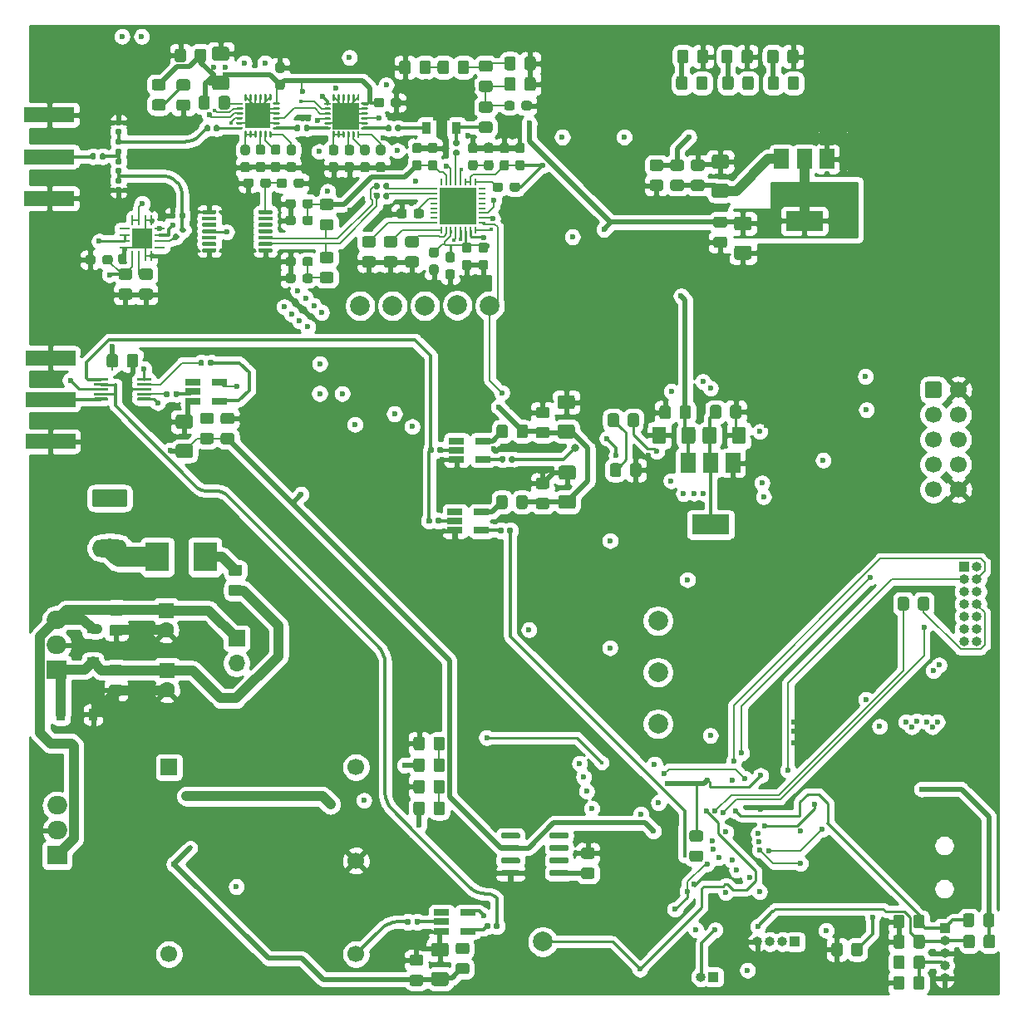
<source format=gbr>
%TF.GenerationSoftware,KiCad,Pcbnew,5.1.6-c6e7f7d~87~ubuntu20.04.1*%
%TF.CreationDate,2020-11-09T11:07:46+00:00*%
%TF.ProjectId,FrequencyCounter,46726571-7565-46e6-9379-436f756e7465,rev?*%
%TF.SameCoordinates,Original*%
%TF.FileFunction,Copper,L1,Top*%
%TF.FilePolarity,Positive*%
%FSLAX46Y46*%
G04 Gerber Fmt 4.6, Leading zero omitted, Abs format (unit mm)*
G04 Created by KiCad (PCBNEW 5.1.6-c6e7f7d~87~ubuntu20.04.1) date 2020-11-09 11:07:46*
%MOMM*%
%LPD*%
G01*
G04 APERTURE LIST*
%TA.AperFunction,SMDPad,CuDef*%
%ADD10R,1.500000X2.000000*%
%TD*%
%TA.AperFunction,SMDPad,CuDef*%
%ADD11R,3.800000X2.000000*%
%TD*%
%TA.AperFunction,SMDPad,CuDef*%
%ADD12R,2.600000X2.600000*%
%TD*%
%TA.AperFunction,SMDPad,CuDef*%
%ADD13R,0.756037X0.239283*%
%TD*%
%TA.AperFunction,SMDPad,CuDef*%
%ADD14R,0.250000X1.000000*%
%TD*%
%TA.AperFunction,SMDPad,CuDef*%
%ADD15R,1.000000X0.250000*%
%TD*%
%TA.AperFunction,SMDPad,CuDef*%
%ADD16R,2.100000X2.100000*%
%TD*%
%TA.AperFunction,ComponentPad*%
%ADD17R,1.600000X1.600000*%
%TD*%
%TA.AperFunction,ComponentPad*%
%ADD18C,1.600000*%
%TD*%
%TA.AperFunction,SMDPad,CuDef*%
%ADD19R,0.900000X1.200000*%
%TD*%
%TA.AperFunction,SMDPad,CuDef*%
%ADD20R,1.200000X0.900000*%
%TD*%
%TA.AperFunction,SMDPad,CuDef*%
%ADD21R,5.080000X1.500000*%
%TD*%
%TA.AperFunction,ComponentPad*%
%ADD22C,1.700000*%
%TD*%
%TA.AperFunction,ComponentPad*%
%ADD23R,1.000000X1.000000*%
%TD*%
%TA.AperFunction,ComponentPad*%
%ADD24O,1.000000X1.000000*%
%TD*%
%TA.AperFunction,ComponentPad*%
%ADD25R,1.700000X1.700000*%
%TD*%
%TA.AperFunction,ComponentPad*%
%ADD26O,1.700000X1.700000*%
%TD*%
%TA.AperFunction,SMDPad,CuDef*%
%ADD27C,2.000000*%
%TD*%
%TA.AperFunction,ComponentPad*%
%ADD28R,2.000000X1.905000*%
%TD*%
%TA.AperFunction,ComponentPad*%
%ADD29O,2.000000X1.905000*%
%TD*%
%TA.AperFunction,SMDPad,CuDef*%
%ADD30R,0.704800X0.249200*%
%TD*%
%TA.AperFunction,SMDPad,CuDef*%
%ADD31R,0.249200X0.704800*%
%TD*%
%TA.AperFunction,SMDPad,CuDef*%
%ADD32R,3.750000X3.750000*%
%TD*%
%TA.AperFunction,SMDPad,CuDef*%
%ADD33R,2.700000X2.700000*%
%TD*%
%TA.AperFunction,SMDPad,CuDef*%
%ADD34R,0.900000X1.300000*%
%TD*%
%TA.AperFunction,SMDPad,CuDef*%
%ADD35C,0.100000*%
%TD*%
%TA.AperFunction,SMDPad,CuDef*%
%ADD36R,2.400000X3.000000*%
%TD*%
%TA.AperFunction,SMDPad,CuDef*%
%ADD37R,1.560000X0.650000*%
%TD*%
%TA.AperFunction,ComponentPad*%
%ADD38O,3.600000X1.800000*%
%TD*%
%TA.AperFunction,ViaPad*%
%ADD39C,0.600000*%
%TD*%
%TA.AperFunction,ViaPad*%
%ADD40C,0.450000*%
%TD*%
%TA.AperFunction,ViaPad*%
%ADD41C,0.800000*%
%TD*%
%TA.AperFunction,Conductor*%
%ADD42C,1.000000*%
%TD*%
%TA.AperFunction,Conductor*%
%ADD43C,0.500000*%
%TD*%
%TA.AperFunction,Conductor*%
%ADD44C,0.200000*%
%TD*%
%TA.AperFunction,Conductor*%
%ADD45C,0.250000*%
%TD*%
%TA.AperFunction,Conductor*%
%ADD46C,0.300000*%
%TD*%
%TA.AperFunction,Conductor*%
%ADD47C,0.335589*%
%TD*%
%TA.AperFunction,Conductor*%
%ADD48C,2.000000*%
%TD*%
%TA.AperFunction,Conductor*%
%ADD49C,0.254000*%
%TD*%
G04 APERTURE END LIST*
%TO.P,C94,2*%
%TO.N,GND*%
%TA.AperFunction,SMDPad,CuDef*%
G36*
G01*
X90050001Y-68875000D02*
X89149999Y-68875000D01*
G75*
G02*
X88900000Y-68625001I0J249999D01*
G01*
X88900000Y-67974999D01*
G75*
G02*
X89149999Y-67725000I249999J0D01*
G01*
X90050001Y-67725000D01*
G75*
G02*
X90300000Y-67974999I0J-249999D01*
G01*
X90300000Y-68625001D01*
G75*
G02*
X90050001Y-68875000I-249999J0D01*
G01*
G37*
%TD.AperFunction*%
%TO.P,C94,1*%
%TO.N,+3V3_processor*%
%TA.AperFunction,SMDPad,CuDef*%
G36*
G01*
X90050001Y-70925000D02*
X89149999Y-70925000D01*
G75*
G02*
X88900000Y-70675001I0J249999D01*
G01*
X88900000Y-70024999D01*
G75*
G02*
X89149999Y-69775000I249999J0D01*
G01*
X90050001Y-69775000D01*
G75*
G02*
X90300000Y-70024999I0J-249999D01*
G01*
X90300000Y-70675001D01*
G75*
G02*
X90050001Y-70925000I-249999J0D01*
G01*
G37*
%TD.AperFunction*%
%TD*%
D10*
%TO.P,U6,1*%
%TO.N,GND*%
X118550000Y-35250000D03*
%TO.P,U6,3*%
%TO.N,Net-(C39-Pad1)*%
X113950000Y-35250000D03*
%TO.P,U6,2*%
%TO.N,/divider/5V*%
X116250000Y-35250000D03*
D11*
X116250000Y-41550000D03*
%TD*%
D12*
%TO.P,U17,25*%
%TO.N,GND*%
X60600000Y-30840000D03*
D13*
%TO.P,U17,1*%
%TO.N,Net-(R40-Pad2)*%
X58721955Y-29590000D03*
%TO.P,U17,2*%
%TO.N,/attenuator/ATTEN_CLK*%
%TA.AperFunction,SMDPad,CuDef*%
G36*
G01*
X58343937Y-30090000D02*
X58343937Y-30090000D01*
G75*
G02*
X58463578Y-29970359I119641J0D01*
G01*
X58980332Y-29970359D01*
G75*
G02*
X59099973Y-30090000I0J-119641D01*
G01*
X59099973Y-30090000D01*
G75*
G02*
X58980332Y-30209641I-119641J0D01*
G01*
X58463578Y-30209641D01*
G75*
G02*
X58343937Y-30090000I0J119641D01*
G01*
G37*
%TD.AperFunction*%
%TO.P,U17,3*%
%TO.N,/attenuator/ATTEN1_SERIN*%
%TA.AperFunction,SMDPad,CuDef*%
G36*
G01*
X58343937Y-30590000D02*
X58343937Y-30590000D01*
G75*
G02*
X58463578Y-30470359I119641J0D01*
G01*
X58980332Y-30470359D01*
G75*
G02*
X59099973Y-30590000I0J-119641D01*
G01*
X59099973Y-30590000D01*
G75*
G02*
X58980332Y-30709641I-119641J0D01*
G01*
X58463578Y-30709641D01*
G75*
G02*
X58343937Y-30590000I0J119641D01*
G01*
G37*
%TD.AperFunction*%
%TO.P,U17,4*%
%TO.N,/attenuator/ATTEN_LE*%
%TA.AperFunction,SMDPad,CuDef*%
G36*
G01*
X58343937Y-31090000D02*
X58343937Y-31090000D01*
G75*
G02*
X58463578Y-30970359I119641J0D01*
G01*
X58980332Y-30970359D01*
G75*
G02*
X59099973Y-31090000I0J-119641D01*
G01*
X59099973Y-31090000D01*
G75*
G02*
X58980332Y-31209641I-119641J0D01*
G01*
X58463578Y-31209641D01*
G75*
G02*
X58343937Y-31090000I0J119641D01*
G01*
G37*
%TD.AperFunction*%
%TO.P,U17,5*%
%TO.N,GND*%
%TA.AperFunction,SMDPad,CuDef*%
G36*
G01*
X58343937Y-31590000D02*
X58343937Y-31590000D01*
G75*
G02*
X58463578Y-31470359I119641J0D01*
G01*
X58980332Y-31470359D01*
G75*
G02*
X59099973Y-31590000I0J-119641D01*
G01*
X59099973Y-31590000D01*
G75*
G02*
X58980332Y-31709641I-119641J0D01*
G01*
X58463578Y-31709641D01*
G75*
G02*
X58343937Y-31590000I0J119641D01*
G01*
G37*
%TD.AperFunction*%
%TO.P,U17,6*%
%TO.N,Net-(C87-Pad2)*%
%TA.AperFunction,SMDPad,CuDef*%
G36*
G01*
X58343937Y-32090000D02*
X58343937Y-32090000D01*
G75*
G02*
X58463578Y-31970359I119641J0D01*
G01*
X58980332Y-31970359D01*
G75*
G02*
X59099973Y-32090000I0J-119641D01*
G01*
X59099973Y-32090000D01*
G75*
G02*
X58980332Y-32209641I-119641J0D01*
G01*
X58463578Y-32209641D01*
G75*
G02*
X58343937Y-32090000I0J119641D01*
G01*
G37*
%TD.AperFunction*%
%TO.P,U17,7*%
%TO.N,Net-(C81-Pad1)*%
%TA.AperFunction,SMDPad,CuDef*%
G36*
G01*
X59230359Y-32976422D02*
X59230359Y-32459668D01*
G75*
G02*
X59350000Y-32340027I119641J0D01*
G01*
X59350000Y-32340027D01*
G75*
G02*
X59469641Y-32459668I0J-119641D01*
G01*
X59469641Y-32976422D01*
G75*
G02*
X59350000Y-33096063I-119641J0D01*
G01*
X59350000Y-33096063D01*
G75*
G02*
X59230359Y-32976422I0J119641D01*
G01*
G37*
%TD.AperFunction*%
%TO.P,U17,8*%
%TA.AperFunction,SMDPad,CuDef*%
G36*
G01*
X59730359Y-32976422D02*
X59730359Y-32459668D01*
G75*
G02*
X59850000Y-32340027I119641J0D01*
G01*
X59850000Y-32340027D01*
G75*
G02*
X59969641Y-32459668I0J-119641D01*
G01*
X59969641Y-32976422D01*
G75*
G02*
X59850000Y-33096063I-119641J0D01*
G01*
X59850000Y-33096063D01*
G75*
G02*
X59730359Y-32976422I0J119641D01*
G01*
G37*
%TD.AperFunction*%
%TO.P,U17,9*%
%TA.AperFunction,SMDPad,CuDef*%
G36*
G01*
X60230359Y-32976422D02*
X60230359Y-32459668D01*
G75*
G02*
X60350000Y-32340027I119641J0D01*
G01*
X60350000Y-32340027D01*
G75*
G02*
X60469641Y-32459668I0J-119641D01*
G01*
X60469641Y-32976422D01*
G75*
G02*
X60350000Y-33096063I-119641J0D01*
G01*
X60350000Y-33096063D01*
G75*
G02*
X60230359Y-32976422I0J119641D01*
G01*
G37*
%TD.AperFunction*%
%TO.P,U17,10*%
%TO.N,Net-(C79-Pad1)*%
%TA.AperFunction,SMDPad,CuDef*%
G36*
G01*
X60730359Y-32976422D02*
X60730359Y-32459668D01*
G75*
G02*
X60850000Y-32340027I119641J0D01*
G01*
X60850000Y-32340027D01*
G75*
G02*
X60969641Y-32459668I0J-119641D01*
G01*
X60969641Y-32976422D01*
G75*
G02*
X60850000Y-33096063I-119641J0D01*
G01*
X60850000Y-33096063D01*
G75*
G02*
X60730359Y-32976422I0J119641D01*
G01*
G37*
%TD.AperFunction*%
%TO.P,U17,11*%
%TO.N,Net-(C83-Pad1)*%
%TA.AperFunction,SMDPad,CuDef*%
G36*
G01*
X61230359Y-32976422D02*
X61230359Y-32459668D01*
G75*
G02*
X61350000Y-32340027I119641J0D01*
G01*
X61350000Y-32340027D01*
G75*
G02*
X61469641Y-32459668I0J-119641D01*
G01*
X61469641Y-32976422D01*
G75*
G02*
X61350000Y-33096063I-119641J0D01*
G01*
X61350000Y-33096063D01*
G75*
G02*
X61230359Y-32976422I0J119641D01*
G01*
G37*
%TD.AperFunction*%
%TO.P,U17,12*%
%TO.N,Net-(C84-Pad1)*%
%TA.AperFunction,SMDPad,CuDef*%
G36*
G01*
X61730359Y-32976422D02*
X61730359Y-32459668D01*
G75*
G02*
X61850000Y-32340027I119641J0D01*
G01*
X61850000Y-32340027D01*
G75*
G02*
X61969641Y-32459668I0J-119641D01*
G01*
X61969641Y-32976422D01*
G75*
G02*
X61850000Y-33096063I-119641J0D01*
G01*
X61850000Y-33096063D01*
G75*
G02*
X61730359Y-32976422I0J119641D01*
G01*
G37*
%TD.AperFunction*%
%TO.P,U17,19*%
%TO.N,GND*%
%TA.AperFunction,SMDPad,CuDef*%
G36*
G01*
X61730359Y-29220332D02*
X61730359Y-28703578D01*
G75*
G02*
X61850000Y-28583937I119641J0D01*
G01*
X61850000Y-28583937D01*
G75*
G02*
X61969641Y-28703578I0J-119641D01*
G01*
X61969641Y-29220332D01*
G75*
G02*
X61850000Y-29339973I-119641J0D01*
G01*
X61850000Y-29339973D01*
G75*
G02*
X61730359Y-29220332I0J119641D01*
G01*
G37*
%TD.AperFunction*%
%TO.P,U17,20*%
%TA.AperFunction,SMDPad,CuDef*%
G36*
G01*
X61230359Y-29220332D02*
X61230359Y-28703578D01*
G75*
G02*
X61350000Y-28583937I119641J0D01*
G01*
X61350000Y-28583937D01*
G75*
G02*
X61469641Y-28703578I0J-119641D01*
G01*
X61469641Y-29220332D01*
G75*
G02*
X61350000Y-29339973I-119641J0D01*
G01*
X61350000Y-29339973D01*
G75*
G02*
X61230359Y-29220332I0J119641D01*
G01*
G37*
%TD.AperFunction*%
%TO.P,U17,21*%
%TA.AperFunction,SMDPad,CuDef*%
G36*
G01*
X60730359Y-29220332D02*
X60730359Y-28703578D01*
G75*
G02*
X60850000Y-28583937I119641J0D01*
G01*
X60850000Y-28583937D01*
G75*
G02*
X60969641Y-28703578I0J-119641D01*
G01*
X60969641Y-29220332D01*
G75*
G02*
X60850000Y-29339973I-119641J0D01*
G01*
X60850000Y-29339973D01*
G75*
G02*
X60730359Y-29220332I0J119641D01*
G01*
G37*
%TD.AperFunction*%
%TO.P,U17,22*%
%TA.AperFunction,SMDPad,CuDef*%
G36*
G01*
X60230359Y-29220332D02*
X60230359Y-28703578D01*
G75*
G02*
X60350000Y-28583937I119641J0D01*
G01*
X60350000Y-28583937D01*
G75*
G02*
X60469641Y-28703578I0J-119641D01*
G01*
X60469641Y-29220332D01*
G75*
G02*
X60350000Y-29339973I-119641J0D01*
G01*
X60350000Y-29339973D01*
G75*
G02*
X60230359Y-29220332I0J119641D01*
G01*
G37*
%TD.AperFunction*%
%TO.P,U17,23*%
%TA.AperFunction,SMDPad,CuDef*%
G36*
G01*
X59730359Y-29220332D02*
X59730359Y-28703578D01*
G75*
G02*
X59850000Y-28583937I119641J0D01*
G01*
X59850000Y-28583937D01*
G75*
G02*
X59969641Y-28703578I0J-119641D01*
G01*
X59969641Y-29220332D01*
G75*
G02*
X59850000Y-29339973I-119641J0D01*
G01*
X59850000Y-29339973D01*
G75*
G02*
X59730359Y-29220332I0J119641D01*
G01*
G37*
%TD.AperFunction*%
%TO.P,U17,24*%
%TA.AperFunction,SMDPad,CuDef*%
G36*
G01*
X59230359Y-29220332D02*
X59230359Y-28703578D01*
G75*
G02*
X59350000Y-28583937I119641J0D01*
G01*
X59350000Y-28583937D01*
G75*
G02*
X59469641Y-28703578I0J-119641D01*
G01*
X59469641Y-29220332D01*
G75*
G02*
X59350000Y-29339973I-119641J0D01*
G01*
X59350000Y-29339973D01*
G75*
G02*
X59230359Y-29220332I0J119641D01*
G01*
G37*
%TD.AperFunction*%
%TO.P,U17,13*%
%TO.N,Net-(C93-Pad2)*%
%TA.AperFunction,SMDPad,CuDef*%
G36*
G01*
X62100028Y-32090000D02*
X62100028Y-32090000D01*
G75*
G02*
X62219669Y-31970359I119641J0D01*
G01*
X62736423Y-31970359D01*
G75*
G02*
X62856064Y-32090000I0J-119641D01*
G01*
X62856064Y-32090000D01*
G75*
G02*
X62736423Y-32209641I-119641J0D01*
G01*
X62219669Y-32209641D01*
G75*
G02*
X62100028Y-32090000I0J119641D01*
G01*
G37*
%TD.AperFunction*%
%TO.P,U17,14*%
%TO.N,GND*%
%TA.AperFunction,SMDPad,CuDef*%
G36*
G01*
X62100028Y-31590000D02*
X62100028Y-31590000D01*
G75*
G02*
X62219669Y-31470359I119641J0D01*
G01*
X62736423Y-31470359D01*
G75*
G02*
X62856064Y-31590000I0J-119641D01*
G01*
X62856064Y-31590000D01*
G75*
G02*
X62736423Y-31709641I-119641J0D01*
G01*
X62219669Y-31709641D01*
G75*
G02*
X62100028Y-31590000I0J119641D01*
G01*
G37*
%TD.AperFunction*%
%TO.P,U17,15*%
%TO.N,/attenuator/ATTEN1_SEROUT*%
%TA.AperFunction,SMDPad,CuDef*%
G36*
G01*
X62100028Y-31090000D02*
X62100028Y-31090000D01*
G75*
G02*
X62219669Y-30970359I119641J0D01*
G01*
X62736423Y-30970359D01*
G75*
G02*
X62856064Y-31090000I0J-119641D01*
G01*
X62856064Y-31090000D01*
G75*
G02*
X62736423Y-31209641I-119641J0D01*
G01*
X62219669Y-31209641D01*
G75*
G02*
X62100028Y-31090000I0J119641D01*
G01*
G37*
%TD.AperFunction*%
%TO.P,U17,16*%
%TO.N,GND*%
%TA.AperFunction,SMDPad,CuDef*%
G36*
G01*
X62100028Y-30590000D02*
X62100028Y-30590000D01*
G75*
G02*
X62219669Y-30470359I119641J0D01*
G01*
X62736423Y-30470359D01*
G75*
G02*
X62856064Y-30590000I0J-119641D01*
G01*
X62856064Y-30590000D01*
G75*
G02*
X62736423Y-30709641I-119641J0D01*
G01*
X62219669Y-30709641D01*
G75*
G02*
X62100028Y-30590000I0J119641D01*
G01*
G37*
%TD.AperFunction*%
%TO.P,U17,17*%
%TA.AperFunction,SMDPad,CuDef*%
G36*
G01*
X62100028Y-30090000D02*
X62100028Y-30090000D01*
G75*
G02*
X62219669Y-29970359I119641J0D01*
G01*
X62736423Y-29970359D01*
G75*
G02*
X62856064Y-30090000I0J-119641D01*
G01*
X62856064Y-30090000D01*
G75*
G02*
X62736423Y-30209641I-119641J0D01*
G01*
X62219669Y-30209641D01*
G75*
G02*
X62100028Y-30090000I0J119641D01*
G01*
G37*
%TD.AperFunction*%
%TO.P,U17,18*%
%TO.N,/attenuator/VDD*%
%TA.AperFunction,SMDPad,CuDef*%
G36*
G01*
X62100028Y-29590000D02*
X62100028Y-29590000D01*
G75*
G02*
X62219669Y-29470359I119641J0D01*
G01*
X62736423Y-29470359D01*
G75*
G02*
X62856064Y-29590000I0J-119641D01*
G01*
X62856064Y-29590000D01*
G75*
G02*
X62736423Y-29709641I-119641J0D01*
G01*
X62219669Y-29709641D01*
G75*
G02*
X62100028Y-29590000I0J119641D01*
G01*
G37*
%TD.AperFunction*%
%TD*%
D14*
%TO.P,U2,1*%
%TO.N,GND*%
X49774999Y-41497601D03*
%TO.P,U2,2*%
X49125001Y-41497601D03*
%TO.P,U2,3*%
%TO.N,/logdetector/5V_in*%
X48474999Y-41497601D03*
%TO.P,U2,4*%
X47825001Y-41497601D03*
D15*
%TO.P,U2,5*%
%TO.N,Net-(U2-Pad5)*%
X46997601Y-42325001D03*
%TO.P,U2,6*%
%TO.N,/processor/ADC1*%
X46997601Y-42974999D03*
%TO.P,U2,7*%
X46997601Y-43625001D03*
%TO.P,U2,8*%
%TO.N,GND*%
X46997601Y-44274999D03*
D14*
%TO.P,U2,9*%
%TO.N,/logdetector/5V_in*%
X47825001Y-45102399D03*
%TO.P,U2,10*%
%TO.N,Net-(R5-Pad1)*%
X48474999Y-45102399D03*
%TO.P,U2,11*%
%TO.N,GND*%
X49125001Y-45102399D03*
%TO.P,U2,12*%
X49774999Y-45102399D03*
D15*
%TO.P,U2,13*%
%TO.N,Net-(U2-Pad13)*%
X50602399Y-44274999D03*
%TO.P,U2,14*%
%TO.N,Net-(C8-Pad2)*%
X50602399Y-43625001D03*
%TO.P,U2,15*%
%TO.N,Net-(C9-Pad2)*%
X50602399Y-42974999D03*
%TO.P,U2,16*%
%TO.N,/logdetector/5V_in*%
X50602399Y-42325001D03*
D16*
%TO.P,U2,17*%
%TO.N,GND*%
X48800000Y-43300000D03*
%TD*%
%TO.P,U7,1*%
%TO.N,GND*%
%TA.AperFunction,SMDPad,CuDef*%
G36*
G01*
X54900000Y-40750000D02*
X54900000Y-40550000D01*
G75*
G02*
X55000000Y-40450000I100000J0D01*
G01*
X56275000Y-40450000D01*
G75*
G02*
X56375000Y-40550000I0J-100000D01*
G01*
X56375000Y-40750000D01*
G75*
G02*
X56275000Y-40850000I-100000J0D01*
G01*
X55000000Y-40850000D01*
G75*
G02*
X54900000Y-40750000I0J100000D01*
G01*
G37*
%TD.AperFunction*%
%TO.P,U7,2*%
%TO.N,Net-(U7-Pad2)*%
%TA.AperFunction,SMDPad,CuDef*%
G36*
G01*
X54900000Y-41400000D02*
X54900000Y-41200000D01*
G75*
G02*
X55000000Y-41100000I100000J0D01*
G01*
X56275000Y-41100000D01*
G75*
G02*
X56375000Y-41200000I0J-100000D01*
G01*
X56375000Y-41400000D01*
G75*
G02*
X56275000Y-41500000I-100000J0D01*
G01*
X55000000Y-41500000D01*
G75*
G02*
X54900000Y-41400000I0J100000D01*
G01*
G37*
%TD.AperFunction*%
%TO.P,U7,3*%
%TO.N,Net-(U7-Pad3)*%
%TA.AperFunction,SMDPad,CuDef*%
G36*
G01*
X54900000Y-42050000D02*
X54900000Y-41850000D01*
G75*
G02*
X55000000Y-41750000I100000J0D01*
G01*
X56275000Y-41750000D01*
G75*
G02*
X56375000Y-41850000I0J-100000D01*
G01*
X56375000Y-42050000D01*
G75*
G02*
X56275000Y-42150000I-100000J0D01*
G01*
X55000000Y-42150000D01*
G75*
G02*
X54900000Y-42050000I0J100000D01*
G01*
G37*
%TD.AperFunction*%
%TO.P,U7,4*%
%TO.N,/divider/OUT*%
%TA.AperFunction,SMDPad,CuDef*%
G36*
G01*
X54900000Y-42700000D02*
X54900000Y-42500000D01*
G75*
G02*
X55000000Y-42400000I100000J0D01*
G01*
X56275000Y-42400000D01*
G75*
G02*
X56375000Y-42500000I0J-100000D01*
G01*
X56375000Y-42700000D01*
G75*
G02*
X56275000Y-42800000I-100000J0D01*
G01*
X55000000Y-42800000D01*
G75*
G02*
X54900000Y-42700000I0J100000D01*
G01*
G37*
%TD.AperFunction*%
%TO.P,U7,5*%
%TO.N,Net-(U7-Pad5)*%
%TA.AperFunction,SMDPad,CuDef*%
G36*
G01*
X54900000Y-43350000D02*
X54900000Y-43150000D01*
G75*
G02*
X55000000Y-43050000I100000J0D01*
G01*
X56275000Y-43050000D01*
G75*
G02*
X56375000Y-43150000I0J-100000D01*
G01*
X56375000Y-43350000D01*
G75*
G02*
X56275000Y-43450000I-100000J0D01*
G01*
X55000000Y-43450000D01*
G75*
G02*
X54900000Y-43350000I0J100000D01*
G01*
G37*
%TD.AperFunction*%
%TO.P,U7,6*%
%TO.N,Net-(U7-Pad6)*%
%TA.AperFunction,SMDPad,CuDef*%
G36*
G01*
X54900000Y-44000000D02*
X54900000Y-43800000D01*
G75*
G02*
X55000000Y-43700000I100000J0D01*
G01*
X56275000Y-43700000D01*
G75*
G02*
X56375000Y-43800000I0J-100000D01*
G01*
X56375000Y-44000000D01*
G75*
G02*
X56275000Y-44100000I-100000J0D01*
G01*
X55000000Y-44100000D01*
G75*
G02*
X54900000Y-44000000I0J100000D01*
G01*
G37*
%TD.AperFunction*%
%TO.P,U7,7*%
%TO.N,GND*%
%TA.AperFunction,SMDPad,CuDef*%
G36*
G01*
X54900000Y-44650000D02*
X54900000Y-44450000D01*
G75*
G02*
X55000000Y-44350000I100000J0D01*
G01*
X56275000Y-44350000D01*
G75*
G02*
X56375000Y-44450000I0J-100000D01*
G01*
X56375000Y-44650000D01*
G75*
G02*
X56275000Y-44750000I-100000J0D01*
G01*
X55000000Y-44750000D01*
G75*
G02*
X54900000Y-44650000I0J100000D01*
G01*
G37*
%TD.AperFunction*%
%TO.P,U7,8*%
%TA.AperFunction,SMDPad,CuDef*%
G36*
G01*
X60625000Y-44650000D02*
X60625000Y-44450000D01*
G75*
G02*
X60725000Y-44350000I100000J0D01*
G01*
X62000000Y-44350000D01*
G75*
G02*
X62100000Y-44450000I0J-100000D01*
G01*
X62100000Y-44650000D01*
G75*
G02*
X62000000Y-44750000I-100000J0D01*
G01*
X60725000Y-44750000D01*
G75*
G02*
X60625000Y-44650000I0J100000D01*
G01*
G37*
%TD.AperFunction*%
%TO.P,U7,9*%
%TO.N,/divider/div_clkr_P*%
%TA.AperFunction,SMDPad,CuDef*%
G36*
G01*
X60625000Y-44000000D02*
X60625000Y-43800000D01*
G75*
G02*
X60725000Y-43700000I100000J0D01*
G01*
X62000000Y-43700000D01*
G75*
G02*
X62100000Y-43800000I0J-100000D01*
G01*
X62100000Y-44000000D01*
G75*
G02*
X62000000Y-44100000I-100000J0D01*
G01*
X60725000Y-44100000D01*
G75*
G02*
X60625000Y-44000000I0J100000D01*
G01*
G37*
%TD.AperFunction*%
%TO.P,U7,10*%
%TO.N,/divider/div_clkr_N*%
%TA.AperFunction,SMDPad,CuDef*%
G36*
G01*
X60625000Y-43350000D02*
X60625000Y-43150000D01*
G75*
G02*
X60725000Y-43050000I100000J0D01*
G01*
X62000000Y-43050000D01*
G75*
G02*
X62100000Y-43150000I0J-100000D01*
G01*
X62100000Y-43350000D01*
G75*
G02*
X62000000Y-43450000I-100000J0D01*
G01*
X60725000Y-43450000D01*
G75*
G02*
X60625000Y-43350000I0J100000D01*
G01*
G37*
%TD.AperFunction*%
%TO.P,U7,11*%
%TO.N,Net-(U7-Pad11)*%
%TA.AperFunction,SMDPad,CuDef*%
G36*
G01*
X60625000Y-42700000D02*
X60625000Y-42500000D01*
G75*
G02*
X60725000Y-42400000I100000J0D01*
G01*
X62000000Y-42400000D01*
G75*
G02*
X62100000Y-42500000I0J-100000D01*
G01*
X62100000Y-42700000D01*
G75*
G02*
X62000000Y-42800000I-100000J0D01*
G01*
X60725000Y-42800000D01*
G75*
G02*
X60625000Y-42700000I0J100000D01*
G01*
G37*
%TD.AperFunction*%
%TO.P,U7,12*%
%TO.N,Net-(U7-Pad12)*%
%TA.AperFunction,SMDPad,CuDef*%
G36*
G01*
X60625000Y-42050000D02*
X60625000Y-41850000D01*
G75*
G02*
X60725000Y-41750000I100000J0D01*
G01*
X62000000Y-41750000D01*
G75*
G02*
X62100000Y-41850000I0J-100000D01*
G01*
X62100000Y-42050000D01*
G75*
G02*
X62000000Y-42150000I-100000J0D01*
G01*
X60725000Y-42150000D01*
G75*
G02*
X60625000Y-42050000I0J100000D01*
G01*
G37*
%TD.AperFunction*%
%TO.P,U7,13*%
%TO.N,Net-(U7-Pad13)*%
%TA.AperFunction,SMDPad,CuDef*%
G36*
G01*
X60625000Y-41400000D02*
X60625000Y-41200000D01*
G75*
G02*
X60725000Y-41100000I100000J0D01*
G01*
X62000000Y-41100000D01*
G75*
G02*
X62100000Y-41200000I0J-100000D01*
G01*
X62100000Y-41400000D01*
G75*
G02*
X62000000Y-41500000I-100000J0D01*
G01*
X60725000Y-41500000D01*
G75*
G02*
X60625000Y-41400000I0J100000D01*
G01*
G37*
%TD.AperFunction*%
%TO.P,U7,14*%
%TO.N,/divider/DVDD*%
%TA.AperFunction,SMDPad,CuDef*%
G36*
G01*
X60625000Y-40750000D02*
X60625000Y-40550000D01*
G75*
G02*
X60725000Y-40450000I100000J0D01*
G01*
X62000000Y-40450000D01*
G75*
G02*
X62100000Y-40550000I0J-100000D01*
G01*
X62100000Y-40750000D01*
G75*
G02*
X62000000Y-40850000I-100000J0D01*
G01*
X60725000Y-40850000D01*
G75*
G02*
X60625000Y-40750000I0J100000D01*
G01*
G37*
%TD.AperFunction*%
%TD*%
%TO.P,R40,1*%
%TO.N,/attenuator/VDD*%
%TA.AperFunction,SMDPad,CuDef*%
G36*
G01*
X54550000Y-29950001D02*
X54550000Y-29049999D01*
G75*
G02*
X54799999Y-28800000I249999J0D01*
G01*
X55450001Y-28800000D01*
G75*
G02*
X55700000Y-29049999I0J-249999D01*
G01*
X55700000Y-29950001D01*
G75*
G02*
X55450001Y-30200000I-249999J0D01*
G01*
X54799999Y-30200000D01*
G75*
G02*
X54550000Y-29950001I0J249999D01*
G01*
G37*
%TD.AperFunction*%
%TO.P,R40,2*%
%TO.N,Net-(R40-Pad2)*%
%TA.AperFunction,SMDPad,CuDef*%
G36*
G01*
X56600000Y-29950001D02*
X56600000Y-29049999D01*
G75*
G02*
X56849999Y-28800000I249999J0D01*
G01*
X57500001Y-28800000D01*
G75*
G02*
X57750000Y-29049999I0J-249999D01*
G01*
X57750000Y-29950001D01*
G75*
G02*
X57500001Y-30200000I-249999J0D01*
G01*
X56849999Y-30200000D01*
G75*
G02*
X56600000Y-29950001I0J249999D01*
G01*
G37*
%TD.AperFunction*%
%TD*%
%TO.P,C87,1*%
%TO.N,/attenuator/RF_IN*%
%TA.AperFunction,SMDPad,CuDef*%
G36*
G01*
X55135000Y-32272500D02*
X55135000Y-31927500D01*
G75*
G02*
X55282500Y-31780000I147500J0D01*
G01*
X55577500Y-31780000D01*
G75*
G02*
X55725000Y-31927500I0J-147500D01*
G01*
X55725000Y-32272500D01*
G75*
G02*
X55577500Y-32420000I-147500J0D01*
G01*
X55282500Y-32420000D01*
G75*
G02*
X55135000Y-32272500I0J147500D01*
G01*
G37*
%TD.AperFunction*%
%TO.P,C87,2*%
%TO.N,Net-(C87-Pad2)*%
%TA.AperFunction,SMDPad,CuDef*%
G36*
G01*
X56105000Y-32272500D02*
X56105000Y-31927500D01*
G75*
G02*
X56252500Y-31780000I147500J0D01*
G01*
X56547500Y-31780000D01*
G75*
G02*
X56695000Y-31927500I0J-147500D01*
G01*
X56695000Y-32272500D01*
G75*
G02*
X56547500Y-32420000I-147500J0D01*
G01*
X56252500Y-32420000D01*
G75*
G02*
X56105000Y-32272500I0J147500D01*
G01*
G37*
%TD.AperFunction*%
%TD*%
%TO.P,R3,1*%
%TO.N,/logdetector/RF_INPUT*%
%TA.AperFunction,SMDPad,CuDef*%
G36*
G01*
X46572500Y-36740000D02*
X46227500Y-36740000D01*
G75*
G02*
X46080000Y-36592500I0J147500D01*
G01*
X46080000Y-36297500D01*
G75*
G02*
X46227500Y-36150000I147500J0D01*
G01*
X46572500Y-36150000D01*
G75*
G02*
X46720000Y-36297500I0J-147500D01*
G01*
X46720000Y-36592500D01*
G75*
G02*
X46572500Y-36740000I-147500J0D01*
G01*
G37*
%TD.AperFunction*%
%TO.P,R3,2*%
%TO.N,Net-(C5-Pad2)*%
%TA.AperFunction,SMDPad,CuDef*%
G36*
G01*
X46572500Y-35770000D02*
X46227500Y-35770000D01*
G75*
G02*
X46080000Y-35622500I0J147500D01*
G01*
X46080000Y-35327500D01*
G75*
G02*
X46227500Y-35180000I147500J0D01*
G01*
X46572500Y-35180000D01*
G75*
G02*
X46720000Y-35327500I0J-147500D01*
G01*
X46720000Y-35622500D01*
G75*
G02*
X46572500Y-35770000I-147500J0D01*
G01*
G37*
%TD.AperFunction*%
%TD*%
%TO.P,C48,2*%
%TO.N,GND*%
%TA.AperFunction,SMDPad,CuDef*%
G36*
G01*
X60150000Y-37462500D02*
X60150000Y-37937500D01*
G75*
G02*
X59912500Y-38175000I-237500J0D01*
G01*
X59337500Y-38175000D01*
G75*
G02*
X59100000Y-37937500I0J237500D01*
G01*
X59100000Y-37462500D01*
G75*
G02*
X59337500Y-37225000I237500J0D01*
G01*
X59912500Y-37225000D01*
G75*
G02*
X60150000Y-37462500I0J-237500D01*
G01*
G37*
%TD.AperFunction*%
%TO.P,C48,1*%
%TO.N,/divider/DVDD*%
%TA.AperFunction,SMDPad,CuDef*%
G36*
G01*
X61900000Y-37462500D02*
X61900000Y-37937500D01*
G75*
G02*
X61662500Y-38175000I-237500J0D01*
G01*
X61087500Y-38175000D01*
G75*
G02*
X60850000Y-37937500I0J237500D01*
G01*
X60850000Y-37462500D01*
G75*
G02*
X61087500Y-37225000I237500J0D01*
G01*
X61662500Y-37225000D01*
G75*
G02*
X61900000Y-37462500I0J-237500D01*
G01*
G37*
%TD.AperFunction*%
%TD*%
%TO.P,C47,2*%
%TO.N,GND*%
%TA.AperFunction,SMDPad,CuDef*%
G36*
G01*
X64250000Y-37937500D02*
X64250000Y-37462500D01*
G75*
G02*
X64487500Y-37225000I237500J0D01*
G01*
X65062500Y-37225000D01*
G75*
G02*
X65300000Y-37462500I0J-237500D01*
G01*
X65300000Y-37937500D01*
G75*
G02*
X65062500Y-38175000I-237500J0D01*
G01*
X64487500Y-38175000D01*
G75*
G02*
X64250000Y-37937500I0J237500D01*
G01*
G37*
%TD.AperFunction*%
%TO.P,C47,1*%
%TO.N,/divider/DVDD*%
%TA.AperFunction,SMDPad,CuDef*%
G36*
G01*
X62500000Y-37937500D02*
X62500000Y-37462500D01*
G75*
G02*
X62737500Y-37225000I237500J0D01*
G01*
X63312500Y-37225000D01*
G75*
G02*
X63550000Y-37462500I0J-237500D01*
G01*
X63550000Y-37937500D01*
G75*
G02*
X63312500Y-38175000I-237500J0D01*
G01*
X62737500Y-38175000D01*
G75*
G02*
X62500000Y-37937500I0J237500D01*
G01*
G37*
%TD.AperFunction*%
%TD*%
%TO.P,C43,2*%
%TO.N,GND*%
%TA.AperFunction,SMDPad,CuDef*%
G36*
G01*
X64450000Y-47162500D02*
X64450000Y-47637500D01*
G75*
G02*
X64212500Y-47875000I-237500J0D01*
G01*
X63637500Y-47875000D01*
G75*
G02*
X63400000Y-47637500I0J237500D01*
G01*
X63400000Y-47162500D01*
G75*
G02*
X63637500Y-46925000I237500J0D01*
G01*
X64212500Y-46925000D01*
G75*
G02*
X64450000Y-47162500I0J-237500D01*
G01*
G37*
%TD.AperFunction*%
%TO.P,C43,1*%
%TO.N,/divider/5V*%
%TA.AperFunction,SMDPad,CuDef*%
G36*
G01*
X66200000Y-47162500D02*
X66200000Y-47637500D01*
G75*
G02*
X65962500Y-47875000I-237500J0D01*
G01*
X65387500Y-47875000D01*
G75*
G02*
X65150000Y-47637500I0J237500D01*
G01*
X65150000Y-47162500D01*
G75*
G02*
X65387500Y-46925000I237500J0D01*
G01*
X65962500Y-46925000D01*
G75*
G02*
X66200000Y-47162500I0J-237500D01*
G01*
G37*
%TD.AperFunction*%
%TD*%
%TO.P,C42,2*%
%TO.N,GND*%
%TA.AperFunction,SMDPad,CuDef*%
G36*
G01*
X64450000Y-39562500D02*
X64450000Y-40037500D01*
G75*
G02*
X64212500Y-40275000I-237500J0D01*
G01*
X63637500Y-40275000D01*
G75*
G02*
X63400000Y-40037500I0J237500D01*
G01*
X63400000Y-39562500D01*
G75*
G02*
X63637500Y-39325000I237500J0D01*
G01*
X64212500Y-39325000D01*
G75*
G02*
X64450000Y-39562500I0J-237500D01*
G01*
G37*
%TD.AperFunction*%
%TO.P,C42,1*%
%TO.N,/divider/5V*%
%TA.AperFunction,SMDPad,CuDef*%
G36*
G01*
X66200000Y-39562500D02*
X66200000Y-40037500D01*
G75*
G02*
X65962500Y-40275000I-237500J0D01*
G01*
X65387500Y-40275000D01*
G75*
G02*
X65150000Y-40037500I0J237500D01*
G01*
X65150000Y-39562500D01*
G75*
G02*
X65387500Y-39325000I237500J0D01*
G01*
X65962500Y-39325000D01*
G75*
G02*
X66200000Y-39562500I0J-237500D01*
G01*
G37*
%TD.AperFunction*%
%TD*%
%TO.P,C37,2*%
%TO.N,GND*%
%TA.AperFunction,SMDPad,CuDef*%
G36*
G01*
X81622500Y-45510000D02*
X82097500Y-45510000D01*
G75*
G02*
X82335000Y-45747500I0J-237500D01*
G01*
X82335000Y-46322500D01*
G75*
G02*
X82097500Y-46560000I-237500J0D01*
G01*
X81622500Y-46560000D01*
G75*
G02*
X81385000Y-46322500I0J237500D01*
G01*
X81385000Y-45747500D01*
G75*
G02*
X81622500Y-45510000I237500J0D01*
G01*
G37*
%TD.AperFunction*%
%TO.P,C37,1*%
%TO.N,/divider/DVDD*%
%TA.AperFunction,SMDPad,CuDef*%
G36*
G01*
X81622500Y-43760000D02*
X82097500Y-43760000D01*
G75*
G02*
X82335000Y-43997500I0J-237500D01*
G01*
X82335000Y-44572500D01*
G75*
G02*
X82097500Y-44810000I-237500J0D01*
G01*
X81622500Y-44810000D01*
G75*
G02*
X81385000Y-44572500I0J237500D01*
G01*
X81385000Y-43997500D01*
G75*
G02*
X81622500Y-43760000I237500J0D01*
G01*
G37*
%TD.AperFunction*%
%TD*%
%TO.P,C28,2*%
%TO.N,GND*%
%TA.AperFunction,SMDPad,CuDef*%
G36*
G01*
X78287500Y-46000000D02*
X78762500Y-46000000D01*
G75*
G02*
X79000000Y-46237500I0J-237500D01*
G01*
X79000000Y-46812500D01*
G75*
G02*
X78762500Y-47050000I-237500J0D01*
G01*
X78287500Y-47050000D01*
G75*
G02*
X78050000Y-46812500I0J237500D01*
G01*
X78050000Y-46237500D01*
G75*
G02*
X78287500Y-46000000I237500J0D01*
G01*
G37*
%TD.AperFunction*%
%TO.P,C28,1*%
%TO.N,/divider/DVDD*%
%TA.AperFunction,SMDPad,CuDef*%
G36*
G01*
X78287500Y-44250000D02*
X78762500Y-44250000D01*
G75*
G02*
X79000000Y-44487500I0J-237500D01*
G01*
X79000000Y-45062500D01*
G75*
G02*
X78762500Y-45300000I-237500J0D01*
G01*
X78287500Y-45300000D01*
G75*
G02*
X78050000Y-45062500I0J237500D01*
G01*
X78050000Y-44487500D01*
G75*
G02*
X78287500Y-44250000I237500J0D01*
G01*
G37*
%TD.AperFunction*%
%TD*%
%TO.P,C25,2*%
%TO.N,GND*%
%TA.AperFunction,SMDPad,CuDef*%
G36*
G01*
X78637500Y-34650000D02*
X78162500Y-34650000D01*
G75*
G02*
X77925000Y-34412500I0J237500D01*
G01*
X77925000Y-33837500D01*
G75*
G02*
X78162500Y-33600000I237500J0D01*
G01*
X78637500Y-33600000D01*
G75*
G02*
X78875000Y-33837500I0J-237500D01*
G01*
X78875000Y-34412500D01*
G75*
G02*
X78637500Y-34650000I-237500J0D01*
G01*
G37*
%TD.AperFunction*%
%TO.P,C25,1*%
%TO.N,/divider/5V*%
%TA.AperFunction,SMDPad,CuDef*%
G36*
G01*
X78637500Y-36400000D02*
X78162500Y-36400000D01*
G75*
G02*
X77925000Y-36162500I0J237500D01*
G01*
X77925000Y-35587500D01*
G75*
G02*
X78162500Y-35350000I237500J0D01*
G01*
X78637500Y-35350000D01*
G75*
G02*
X78875000Y-35587500I0J-237500D01*
G01*
X78875000Y-36162500D01*
G75*
G02*
X78637500Y-36400000I-237500J0D01*
G01*
G37*
%TD.AperFunction*%
%TD*%
%TO.P,C17,2*%
%TO.N,GND*%
%TA.AperFunction,SMDPad,CuDef*%
G36*
G01*
X85937500Y-34650000D02*
X85462500Y-34650000D01*
G75*
G02*
X85225000Y-34412500I0J237500D01*
G01*
X85225000Y-33837500D01*
G75*
G02*
X85462500Y-33600000I237500J0D01*
G01*
X85937500Y-33600000D01*
G75*
G02*
X86175000Y-33837500I0J-237500D01*
G01*
X86175000Y-34412500D01*
G75*
G02*
X85937500Y-34650000I-237500J0D01*
G01*
G37*
%TD.AperFunction*%
%TO.P,C17,1*%
%TO.N,/divider/AVDD*%
%TA.AperFunction,SMDPad,CuDef*%
G36*
G01*
X85937500Y-36400000D02*
X85462500Y-36400000D01*
G75*
G02*
X85225000Y-36162500I0J237500D01*
G01*
X85225000Y-35587500D01*
G75*
G02*
X85462500Y-35350000I237500J0D01*
G01*
X85937500Y-35350000D01*
G75*
G02*
X86175000Y-35587500I0J-237500D01*
G01*
X86175000Y-36162500D01*
G75*
G02*
X85937500Y-36400000I-237500J0D01*
G01*
G37*
%TD.AperFunction*%
%TD*%
%TO.P,C14,2*%
%TO.N,GND*%
%TA.AperFunction,SMDPad,CuDef*%
G36*
G01*
X82737500Y-34650000D02*
X82262500Y-34650000D01*
G75*
G02*
X82025000Y-34412500I0J237500D01*
G01*
X82025000Y-33837500D01*
G75*
G02*
X82262500Y-33600000I237500J0D01*
G01*
X82737500Y-33600000D01*
G75*
G02*
X82975000Y-33837500I0J-237500D01*
G01*
X82975000Y-34412500D01*
G75*
G02*
X82737500Y-34650000I-237500J0D01*
G01*
G37*
%TD.AperFunction*%
%TO.P,C14,1*%
%TO.N,/divider/AVDD*%
%TA.AperFunction,SMDPad,CuDef*%
G36*
G01*
X82737500Y-36400000D02*
X82262500Y-36400000D01*
G75*
G02*
X82025000Y-36162500I0J237500D01*
G01*
X82025000Y-35587500D01*
G75*
G02*
X82262500Y-35350000I237500J0D01*
G01*
X82737500Y-35350000D01*
G75*
G02*
X82975000Y-35587500I0J-237500D01*
G01*
X82975000Y-36162500D01*
G75*
G02*
X82737500Y-36400000I-237500J0D01*
G01*
G37*
%TD.AperFunction*%
%TD*%
D17*
%TO.P,C1,1*%
%TO.N,Net-(C1-Pad1)*%
X51322000Y-87352000D03*
D18*
%TO.P,C1,2*%
%TO.N,GND*%
X51322000Y-89352000D03*
%TD*%
%TO.P,C2,1*%
%TO.N,Net-(C1-Pad1)*%
%TA.AperFunction,SMDPad,CuDef*%
G36*
G01*
X45671999Y-86752000D02*
X46572001Y-86752000D01*
G75*
G02*
X46822000Y-87001999I0J-249999D01*
G01*
X46822000Y-87652001D01*
G75*
G02*
X46572001Y-87902000I-249999J0D01*
G01*
X45671999Y-87902000D01*
G75*
G02*
X45422000Y-87652001I0J249999D01*
G01*
X45422000Y-87001999D01*
G75*
G02*
X45671999Y-86752000I249999J0D01*
G01*
G37*
%TD.AperFunction*%
%TO.P,C2,2*%
%TO.N,GND*%
%TA.AperFunction,SMDPad,CuDef*%
G36*
G01*
X45671999Y-88802000D02*
X46572001Y-88802000D01*
G75*
G02*
X46822000Y-89051999I0J-249999D01*
G01*
X46822000Y-89702001D01*
G75*
G02*
X46572001Y-89952000I-249999J0D01*
G01*
X45671999Y-89952000D01*
G75*
G02*
X45422000Y-89702001I0J249999D01*
G01*
X45422000Y-89051999D01*
G75*
G02*
X45671999Y-88802000I249999J0D01*
G01*
G37*
%TD.AperFunction*%
%TD*%
%TO.P,C3,2*%
%TO.N,GND*%
X51222000Y-83252000D03*
D17*
%TO.P,C3,1*%
%TO.N,/VCC_ALWAYS_ON*%
X51222000Y-81252000D03*
%TD*%
%TO.P,C4,1*%
%TO.N,/VCC_ALWAYS_ON*%
%TA.AperFunction,SMDPad,CuDef*%
G36*
G01*
X45721999Y-80652000D02*
X46622001Y-80652000D01*
G75*
G02*
X46872000Y-80901999I0J-249999D01*
G01*
X46872000Y-81552001D01*
G75*
G02*
X46622001Y-81802000I-249999J0D01*
G01*
X45721999Y-81802000D01*
G75*
G02*
X45472000Y-81552001I0J249999D01*
G01*
X45472000Y-80901999D01*
G75*
G02*
X45721999Y-80652000I249999J0D01*
G01*
G37*
%TD.AperFunction*%
%TO.P,C4,2*%
%TO.N,GND*%
%TA.AperFunction,SMDPad,CuDef*%
G36*
G01*
X45721999Y-82702000D02*
X46622001Y-82702000D01*
G75*
G02*
X46872000Y-82951999I0J-249999D01*
G01*
X46872000Y-83602001D01*
G75*
G02*
X46622001Y-83852000I-249999J0D01*
G01*
X45721999Y-83852000D01*
G75*
G02*
X45472000Y-83602001I0J249999D01*
G01*
X45472000Y-82951999D01*
G75*
G02*
X45721999Y-82702000I249999J0D01*
G01*
G37*
%TD.AperFunction*%
%TD*%
%TO.P,C5,1*%
%TO.N,Net-(C5-Pad1)*%
%TA.AperFunction,SMDPad,CuDef*%
G36*
G01*
X43505000Y-35147500D02*
X43505000Y-34802500D01*
G75*
G02*
X43652500Y-34655000I147500J0D01*
G01*
X43947500Y-34655000D01*
G75*
G02*
X44095000Y-34802500I0J-147500D01*
G01*
X44095000Y-35147500D01*
G75*
G02*
X43947500Y-35295000I-147500J0D01*
G01*
X43652500Y-35295000D01*
G75*
G02*
X43505000Y-35147500I0J147500D01*
G01*
G37*
%TD.AperFunction*%
%TO.P,C5,2*%
%TO.N,Net-(C5-Pad2)*%
%TA.AperFunction,SMDPad,CuDef*%
G36*
G01*
X44475000Y-35147500D02*
X44475000Y-34802500D01*
G75*
G02*
X44622500Y-34655000I147500J0D01*
G01*
X44917500Y-34655000D01*
G75*
G02*
X45065000Y-34802500I0J-147500D01*
G01*
X45065000Y-35147500D01*
G75*
G02*
X44917500Y-35295000I-147500J0D01*
G01*
X44622500Y-35295000D01*
G75*
G02*
X44475000Y-35147500I0J147500D01*
G01*
G37*
%TD.AperFunction*%
%TD*%
%TO.P,C8,1*%
%TO.N,/logdetector/RF_INPUT*%
%TA.AperFunction,SMDPad,CuDef*%
G36*
G01*
X53029568Y-42126481D02*
X53273519Y-42370433D01*
G75*
G02*
X53273519Y-42579029I-104298J-104298D01*
G01*
X53064923Y-42787625D01*
G75*
G02*
X52856327Y-42787625I-104298J104298D01*
G01*
X52612375Y-42543673D01*
G75*
G02*
X52612375Y-42335077I104298J104298D01*
G01*
X52820971Y-42126481D01*
G75*
G02*
X53029567Y-42126481I104298J-104298D01*
G01*
G37*
%TD.AperFunction*%
%TO.P,C8,2*%
%TO.N,Net-(C8-Pad2)*%
%TA.AperFunction,SMDPad,CuDef*%
G36*
G01*
X52343674Y-42812375D02*
X52587625Y-43056327D01*
G75*
G02*
X52587625Y-43264923I-104298J-104298D01*
G01*
X52379029Y-43473519D01*
G75*
G02*
X52170433Y-43473519I-104298J104298D01*
G01*
X51926481Y-43229567D01*
G75*
G02*
X51926481Y-43020971I104298J104298D01*
G01*
X52135077Y-42812375D01*
G75*
G02*
X52343673Y-42812375I104298J-104298D01*
G01*
G37*
%TD.AperFunction*%
%TD*%
%TO.P,C10,2*%
%TO.N,/logdetector/5V_in*%
%TA.AperFunction,SMDPad,CuDef*%
G36*
G01*
X47550001Y-47550000D02*
X46649999Y-47550000D01*
G75*
G02*
X46400000Y-47300001I0J249999D01*
G01*
X46400000Y-46649999D01*
G75*
G02*
X46649999Y-46400000I249999J0D01*
G01*
X47550001Y-46400000D01*
G75*
G02*
X47800000Y-46649999I0J-249999D01*
G01*
X47800000Y-47300001D01*
G75*
G02*
X47550001Y-47550000I-249999J0D01*
G01*
G37*
%TD.AperFunction*%
%TO.P,C10,1*%
%TO.N,GND*%
%TA.AperFunction,SMDPad,CuDef*%
G36*
G01*
X47550001Y-49600000D02*
X46649999Y-49600000D01*
G75*
G02*
X46400000Y-49350001I0J249999D01*
G01*
X46400000Y-48699999D01*
G75*
G02*
X46649999Y-48450000I249999J0D01*
G01*
X47550001Y-48450000D01*
G75*
G02*
X47800000Y-48699999I0J-249999D01*
G01*
X47800000Y-49350001D01*
G75*
G02*
X47550001Y-49600000I-249999J0D01*
G01*
G37*
%TD.AperFunction*%
%TD*%
%TO.P,C11,1*%
%TO.N,GND*%
%TA.AperFunction,SMDPad,CuDef*%
G36*
G01*
X43000000Y-45737500D02*
X43000000Y-45262500D01*
G75*
G02*
X43237500Y-45025000I237500J0D01*
G01*
X43812500Y-45025000D01*
G75*
G02*
X44050000Y-45262500I0J-237500D01*
G01*
X44050000Y-45737500D01*
G75*
G02*
X43812500Y-45975000I-237500J0D01*
G01*
X43237500Y-45975000D01*
G75*
G02*
X43000000Y-45737500I0J237500D01*
G01*
G37*
%TD.AperFunction*%
%TO.P,C11,2*%
%TO.N,/logdetector/5V_in*%
%TA.AperFunction,SMDPad,CuDef*%
G36*
G01*
X44750000Y-45737500D02*
X44750000Y-45262500D01*
G75*
G02*
X44987500Y-45025000I237500J0D01*
G01*
X45562500Y-45025000D01*
G75*
G02*
X45800000Y-45262500I0J-237500D01*
G01*
X45800000Y-45737500D01*
G75*
G02*
X45562500Y-45975000I-237500J0D01*
G01*
X44987500Y-45975000D01*
G75*
G02*
X44750000Y-45737500I0J237500D01*
G01*
G37*
%TD.AperFunction*%
%TD*%
%TO.P,C18,1*%
%TO.N,/divider/AVDD*%
%TA.AperFunction,SMDPad,CuDef*%
G36*
G01*
X84337500Y-36400000D02*
X83862500Y-36400000D01*
G75*
G02*
X83625000Y-36162500I0J237500D01*
G01*
X83625000Y-35587500D01*
G75*
G02*
X83862500Y-35350000I237500J0D01*
G01*
X84337500Y-35350000D01*
G75*
G02*
X84575000Y-35587500I0J-237500D01*
G01*
X84575000Y-36162500D01*
G75*
G02*
X84337500Y-36400000I-237500J0D01*
G01*
G37*
%TD.AperFunction*%
%TO.P,C18,2*%
%TO.N,GND*%
%TA.AperFunction,SMDPad,CuDef*%
G36*
G01*
X84337500Y-34650000D02*
X83862500Y-34650000D01*
G75*
G02*
X83625000Y-34412500I0J237500D01*
G01*
X83625000Y-33837500D01*
G75*
G02*
X83862500Y-33600000I237500J0D01*
G01*
X84337500Y-33600000D01*
G75*
G02*
X84575000Y-33837500I0J-237500D01*
G01*
X84575000Y-34412500D01*
G75*
G02*
X84337500Y-34650000I-237500J0D01*
G01*
G37*
%TD.AperFunction*%
%TD*%
%TO.P,C26,1*%
%TO.N,Net-(C26-Pad1)*%
%TA.AperFunction,SMDPad,CuDef*%
G36*
G01*
X84500000Y-38337500D02*
X84500000Y-37862500D01*
G75*
G02*
X84737500Y-37625000I237500J0D01*
G01*
X85312500Y-37625000D01*
G75*
G02*
X85550000Y-37862500I0J-237500D01*
G01*
X85550000Y-38337500D01*
G75*
G02*
X85312500Y-38575000I-237500J0D01*
G01*
X84737500Y-38575000D01*
G75*
G02*
X84500000Y-38337500I0J237500D01*
G01*
G37*
%TD.AperFunction*%
%TO.P,C26,2*%
%TO.N,/divider/AVDD*%
%TA.AperFunction,SMDPad,CuDef*%
G36*
G01*
X86250000Y-38337500D02*
X86250000Y-37862500D01*
G75*
G02*
X86487500Y-37625000I237500J0D01*
G01*
X87062500Y-37625000D01*
G75*
G02*
X87300000Y-37862500I0J-237500D01*
G01*
X87300000Y-38337500D01*
G75*
G02*
X87062500Y-38575000I-237500J0D01*
G01*
X86487500Y-38575000D01*
G75*
G02*
X86250000Y-38337500I0J237500D01*
G01*
G37*
%TD.AperFunction*%
%TD*%
%TO.P,C27,1*%
%TO.N,/divider/5V*%
%TA.AperFunction,SMDPad,CuDef*%
G36*
G01*
X77037500Y-36400000D02*
X76562500Y-36400000D01*
G75*
G02*
X76325000Y-36162500I0J237500D01*
G01*
X76325000Y-35587500D01*
G75*
G02*
X76562500Y-35350000I237500J0D01*
G01*
X77037500Y-35350000D01*
G75*
G02*
X77275000Y-35587500I0J-237500D01*
G01*
X77275000Y-36162500D01*
G75*
G02*
X77037500Y-36400000I-237500J0D01*
G01*
G37*
%TD.AperFunction*%
%TO.P,C27,2*%
%TO.N,GND*%
%TA.AperFunction,SMDPad,CuDef*%
G36*
G01*
X77037500Y-34650000D02*
X76562500Y-34650000D01*
G75*
G02*
X76325000Y-34412500I0J237500D01*
G01*
X76325000Y-33837500D01*
G75*
G02*
X76562500Y-33600000I237500J0D01*
G01*
X77037500Y-33600000D01*
G75*
G02*
X77275000Y-33837500I0J-237500D01*
G01*
X77275000Y-34412500D01*
G75*
G02*
X77037500Y-34650000I-237500J0D01*
G01*
G37*
%TD.AperFunction*%
%TD*%
%TO.P,C31,2*%
%TO.N,GND*%
%TA.AperFunction,SMDPad,CuDef*%
G36*
G01*
X79937500Y-46475000D02*
X80412500Y-46475000D01*
G75*
G02*
X80650000Y-46712500I0J-237500D01*
G01*
X80650000Y-47287500D01*
G75*
G02*
X80412500Y-47525000I-237500J0D01*
G01*
X79937500Y-47525000D01*
G75*
G02*
X79700000Y-47287500I0J237500D01*
G01*
X79700000Y-46712500D01*
G75*
G02*
X79937500Y-46475000I237500J0D01*
G01*
G37*
%TD.AperFunction*%
%TO.P,C31,1*%
%TO.N,/divider/DVDD*%
%TA.AperFunction,SMDPad,CuDef*%
G36*
G01*
X79937500Y-44725000D02*
X80412500Y-44725000D01*
G75*
G02*
X80650000Y-44962500I0J-237500D01*
G01*
X80650000Y-45537500D01*
G75*
G02*
X80412500Y-45775000I-237500J0D01*
G01*
X79937500Y-45775000D01*
G75*
G02*
X79700000Y-45537500I0J237500D01*
G01*
X79700000Y-44962500D01*
G75*
G02*
X79937500Y-44725000I237500J0D01*
G01*
G37*
%TD.AperFunction*%
%TD*%
%TO.P,C35,2*%
%TO.N,GND*%
%TA.AperFunction,SMDPad,CuDef*%
G36*
G01*
X83322500Y-45500000D02*
X83797500Y-45500000D01*
G75*
G02*
X84035000Y-45737500I0J-237500D01*
G01*
X84035000Y-46312500D01*
G75*
G02*
X83797500Y-46550000I-237500J0D01*
G01*
X83322500Y-46550000D01*
G75*
G02*
X83085000Y-46312500I0J237500D01*
G01*
X83085000Y-45737500D01*
G75*
G02*
X83322500Y-45500000I237500J0D01*
G01*
G37*
%TD.AperFunction*%
%TO.P,C35,1*%
%TO.N,/divider/DVDD*%
%TA.AperFunction,SMDPad,CuDef*%
G36*
G01*
X83322500Y-43750000D02*
X83797500Y-43750000D01*
G75*
G02*
X84035000Y-43987500I0J-237500D01*
G01*
X84035000Y-44562500D01*
G75*
G02*
X83797500Y-44800000I-237500J0D01*
G01*
X83322500Y-44800000D01*
G75*
G02*
X83085000Y-44562500I0J237500D01*
G01*
X83085000Y-43987500D01*
G75*
G02*
X83322500Y-43750000I237500J0D01*
G01*
G37*
%TD.AperFunction*%
%TD*%
%TO.P,C36,1*%
%TO.N,/VCC*%
%TA.AperFunction,SMDPad,CuDef*%
G36*
G01*
X100749999Y-35300000D02*
X101650001Y-35300000D01*
G75*
G02*
X101900000Y-35549999I0J-249999D01*
G01*
X101900000Y-36200001D01*
G75*
G02*
X101650001Y-36450000I-249999J0D01*
G01*
X100749999Y-36450000D01*
G75*
G02*
X100500000Y-36200001I0J249999D01*
G01*
X100500000Y-35549999D01*
G75*
G02*
X100749999Y-35300000I249999J0D01*
G01*
G37*
%TD.AperFunction*%
%TO.P,C36,2*%
%TO.N,GND*%
%TA.AperFunction,SMDPad,CuDef*%
G36*
G01*
X100749999Y-37350000D02*
X101650001Y-37350000D01*
G75*
G02*
X101900000Y-37599999I0J-249999D01*
G01*
X101900000Y-38250001D01*
G75*
G02*
X101650001Y-38500000I-249999J0D01*
G01*
X100749999Y-38500000D01*
G75*
G02*
X100500000Y-38250001I0J249999D01*
G01*
X100500000Y-37599999D01*
G75*
G02*
X100749999Y-37350000I249999J0D01*
G01*
G37*
%TD.AperFunction*%
%TD*%
%TO.P,C38,2*%
%TO.N,GND*%
%TA.AperFunction,SMDPad,CuDef*%
G36*
G01*
X75750000Y-40562500D02*
X75750000Y-41037500D01*
G75*
G02*
X75512500Y-41275000I-237500J0D01*
G01*
X74937500Y-41275000D01*
G75*
G02*
X74700000Y-41037500I0J237500D01*
G01*
X74700000Y-40562500D01*
G75*
G02*
X74937500Y-40325000I237500J0D01*
G01*
X75512500Y-40325000D01*
G75*
G02*
X75750000Y-40562500I0J-237500D01*
G01*
G37*
%TD.AperFunction*%
%TO.P,C38,1*%
%TO.N,/divider/DVDD*%
%TA.AperFunction,SMDPad,CuDef*%
G36*
G01*
X77500000Y-40562500D02*
X77500000Y-41037500D01*
G75*
G02*
X77262500Y-41275000I-237500J0D01*
G01*
X76687500Y-41275000D01*
G75*
G02*
X76450000Y-41037500I0J237500D01*
G01*
X76450000Y-40562500D01*
G75*
G02*
X76687500Y-40325000I237500J0D01*
G01*
X77262500Y-40325000D01*
G75*
G02*
X77500000Y-40562500I0J-237500D01*
G01*
G37*
%TD.AperFunction*%
%TD*%
%TO.P,C39,1*%
%TO.N,Net-(C39-Pad1)*%
%TA.AperFunction,SMDPad,CuDef*%
G36*
G01*
X105850001Y-38500000D02*
X104949999Y-38500000D01*
G75*
G02*
X104700000Y-38250001I0J249999D01*
G01*
X104700000Y-37599999D01*
G75*
G02*
X104949999Y-37350000I249999J0D01*
G01*
X105850001Y-37350000D01*
G75*
G02*
X106100000Y-37599999I0J-249999D01*
G01*
X106100000Y-38250001D01*
G75*
G02*
X105850001Y-38500000I-249999J0D01*
G01*
G37*
%TD.AperFunction*%
%TO.P,C39,2*%
%TO.N,GND*%
%TA.AperFunction,SMDPad,CuDef*%
G36*
G01*
X105850001Y-36450000D02*
X104949999Y-36450000D01*
G75*
G02*
X104700000Y-36200001I0J249999D01*
G01*
X104700000Y-35549999D01*
G75*
G02*
X104949999Y-35300000I249999J0D01*
G01*
X105850001Y-35300000D01*
G75*
G02*
X106100000Y-35549999I0J-249999D01*
G01*
X106100000Y-36200001D01*
G75*
G02*
X105850001Y-36450000I-249999J0D01*
G01*
G37*
%TD.AperFunction*%
%TD*%
%TO.P,C40,2*%
%TO.N,GND*%
%TA.AperFunction,SMDPad,CuDef*%
G36*
G01*
X108325000Y-36225000D02*
X107075000Y-36225000D01*
G75*
G02*
X106825000Y-35975000I0J250000D01*
G01*
X106825000Y-35050000D01*
G75*
G02*
X107075000Y-34800000I250000J0D01*
G01*
X108325000Y-34800000D01*
G75*
G02*
X108575000Y-35050000I0J-250000D01*
G01*
X108575000Y-35975000D01*
G75*
G02*
X108325000Y-36225000I-250000J0D01*
G01*
G37*
%TD.AperFunction*%
%TO.P,C40,1*%
%TO.N,Net-(C39-Pad1)*%
%TA.AperFunction,SMDPad,CuDef*%
G36*
G01*
X108325000Y-39200000D02*
X107075000Y-39200000D01*
G75*
G02*
X106825000Y-38950000I0J250000D01*
G01*
X106825000Y-38025000D01*
G75*
G02*
X107075000Y-37775000I250000J0D01*
G01*
X108325000Y-37775000D01*
G75*
G02*
X108575000Y-38025000I0J-250000D01*
G01*
X108575000Y-38950000D01*
G75*
G02*
X108325000Y-39200000I-250000J0D01*
G01*
G37*
%TD.AperFunction*%
%TD*%
%TO.P,C41,1*%
%TO.N,/divider/5V*%
%TA.AperFunction,SMDPad,CuDef*%
G36*
G01*
X109375000Y-41100000D02*
X110625000Y-41100000D01*
G75*
G02*
X110875000Y-41350000I0J-250000D01*
G01*
X110875000Y-42275000D01*
G75*
G02*
X110625000Y-42525000I-250000J0D01*
G01*
X109375000Y-42525000D01*
G75*
G02*
X109125000Y-42275000I0J250000D01*
G01*
X109125000Y-41350000D01*
G75*
G02*
X109375000Y-41100000I250000J0D01*
G01*
G37*
%TD.AperFunction*%
%TO.P,C41,2*%
%TO.N,GND*%
%TA.AperFunction,SMDPad,CuDef*%
G36*
G01*
X109375000Y-44075000D02*
X110625000Y-44075000D01*
G75*
G02*
X110875000Y-44325000I0J-250000D01*
G01*
X110875000Y-45250000D01*
G75*
G02*
X110625000Y-45500000I-250000J0D01*
G01*
X109375000Y-45500000D01*
G75*
G02*
X109125000Y-45250000I0J250000D01*
G01*
X109125000Y-44325000D01*
G75*
G02*
X109375000Y-44075000I250000J0D01*
G01*
G37*
%TD.AperFunction*%
%TD*%
%TO.P,C44,1*%
%TO.N,/divider/5V*%
%TA.AperFunction,SMDPad,CuDef*%
G36*
G01*
X107249999Y-41100000D02*
X108150001Y-41100000D01*
G75*
G02*
X108400000Y-41349999I0J-249999D01*
G01*
X108400000Y-42000001D01*
G75*
G02*
X108150001Y-42250000I-249999J0D01*
G01*
X107249999Y-42250000D01*
G75*
G02*
X107000000Y-42000001I0J249999D01*
G01*
X107000000Y-41349999D01*
G75*
G02*
X107249999Y-41100000I249999J0D01*
G01*
G37*
%TD.AperFunction*%
%TO.P,C44,2*%
%TO.N,GND*%
%TA.AperFunction,SMDPad,CuDef*%
G36*
G01*
X107249999Y-43150000D02*
X108150001Y-43150000D01*
G75*
G02*
X108400000Y-43399999I0J-249999D01*
G01*
X108400000Y-44050001D01*
G75*
G02*
X108150001Y-44300000I-249999J0D01*
G01*
X107249999Y-44300000D01*
G75*
G02*
X107000000Y-44050001I0J249999D01*
G01*
X107000000Y-43399999D01*
G75*
G02*
X107249999Y-43150000I249999J0D01*
G01*
G37*
%TD.AperFunction*%
%TD*%
%TO.P,C45,1*%
%TO.N,/divider/5V*%
%TA.AperFunction,SMDPad,CuDef*%
G36*
G01*
X66200000Y-41262500D02*
X66200000Y-41737500D01*
G75*
G02*
X65962500Y-41975000I-237500J0D01*
G01*
X65387500Y-41975000D01*
G75*
G02*
X65150000Y-41737500I0J237500D01*
G01*
X65150000Y-41262500D01*
G75*
G02*
X65387500Y-41025000I237500J0D01*
G01*
X65962500Y-41025000D01*
G75*
G02*
X66200000Y-41262500I0J-237500D01*
G01*
G37*
%TD.AperFunction*%
%TO.P,C45,2*%
%TO.N,GND*%
%TA.AperFunction,SMDPad,CuDef*%
G36*
G01*
X64450000Y-41262500D02*
X64450000Y-41737500D01*
G75*
G02*
X64212500Y-41975000I-237500J0D01*
G01*
X63637500Y-41975000D01*
G75*
G02*
X63400000Y-41737500I0J237500D01*
G01*
X63400000Y-41262500D01*
G75*
G02*
X63637500Y-41025000I237500J0D01*
G01*
X64212500Y-41025000D01*
G75*
G02*
X64450000Y-41262500I0J-237500D01*
G01*
G37*
%TD.AperFunction*%
%TD*%
%TO.P,C46,2*%
%TO.N,GND*%
%TA.AperFunction,SMDPad,CuDef*%
G36*
G01*
X64450000Y-45462500D02*
X64450000Y-45937500D01*
G75*
G02*
X64212500Y-46175000I-237500J0D01*
G01*
X63637500Y-46175000D01*
G75*
G02*
X63400000Y-45937500I0J237500D01*
G01*
X63400000Y-45462500D01*
G75*
G02*
X63637500Y-45225000I237500J0D01*
G01*
X64212500Y-45225000D01*
G75*
G02*
X64450000Y-45462500I0J-237500D01*
G01*
G37*
%TD.AperFunction*%
%TO.P,C46,1*%
%TO.N,/divider/5V*%
%TA.AperFunction,SMDPad,CuDef*%
G36*
G01*
X66200000Y-45462500D02*
X66200000Y-45937500D01*
G75*
G02*
X65962500Y-46175000I-237500J0D01*
G01*
X65387500Y-46175000D01*
G75*
G02*
X65150000Y-45937500I0J237500D01*
G01*
X65150000Y-45462500D01*
G75*
G02*
X65387500Y-45225000I237500J0D01*
G01*
X65962500Y-45225000D01*
G75*
G02*
X66200000Y-45462500I0J-237500D01*
G01*
G37*
%TD.AperFunction*%
%TD*%
%TO.P,C59,2*%
%TO.N,GND*%
%TA.AperFunction,SMDPad,CuDef*%
G36*
G01*
X102175000Y-62775000D02*
X102175000Y-64025000D01*
G75*
G02*
X101925000Y-64275000I-250000J0D01*
G01*
X101000000Y-64275000D01*
G75*
G02*
X100750000Y-64025000I0J250000D01*
G01*
X100750000Y-62775000D01*
G75*
G02*
X101000000Y-62525000I250000J0D01*
G01*
X101925000Y-62525000D01*
G75*
G02*
X102175000Y-62775000I0J-250000D01*
G01*
G37*
%TD.AperFunction*%
%TO.P,C59,1*%
%TO.N,/VCC*%
%TA.AperFunction,SMDPad,CuDef*%
G36*
G01*
X105150000Y-62775000D02*
X105150000Y-64025000D01*
G75*
G02*
X104900000Y-64275000I-250000J0D01*
G01*
X103975000Y-64275000D01*
G75*
G02*
X103725000Y-64025000I0J250000D01*
G01*
X103725000Y-62775000D01*
G75*
G02*
X103975000Y-62525000I250000J0D01*
G01*
X104900000Y-62525000D01*
G75*
G02*
X105150000Y-62775000I0J-250000D01*
G01*
G37*
%TD.AperFunction*%
%TD*%
%TO.P,C60,1*%
%TO.N,/VCC*%
%TA.AperFunction,SMDPad,CuDef*%
G36*
G01*
X104700000Y-60599999D02*
X104700000Y-61500001D01*
G75*
G02*
X104450001Y-61750000I-249999J0D01*
G01*
X103799999Y-61750000D01*
G75*
G02*
X103550000Y-61500001I0J249999D01*
G01*
X103550000Y-60599999D01*
G75*
G02*
X103799999Y-60350000I249999J0D01*
G01*
X104450001Y-60350000D01*
G75*
G02*
X104700000Y-60599999I0J-249999D01*
G01*
G37*
%TD.AperFunction*%
%TO.P,C60,2*%
%TO.N,GND*%
%TA.AperFunction,SMDPad,CuDef*%
G36*
G01*
X102650000Y-60599999D02*
X102650000Y-61500001D01*
G75*
G02*
X102400001Y-61750000I-249999J0D01*
G01*
X101749999Y-61750000D01*
G75*
G02*
X101500000Y-61500001I0J249999D01*
G01*
X101500000Y-60599999D01*
G75*
G02*
X101749999Y-60350000I249999J0D01*
G01*
X102400001Y-60350000D01*
G75*
G02*
X102650000Y-60599999I0J-249999D01*
G01*
G37*
%TD.AperFunction*%
%TD*%
%TO.P,C61,2*%
%TO.N,GND*%
%TA.AperFunction,SMDPad,CuDef*%
G36*
G01*
X108875000Y-64025000D02*
X108875000Y-62775000D01*
G75*
G02*
X109125000Y-62525000I250000J0D01*
G01*
X110050000Y-62525000D01*
G75*
G02*
X110300000Y-62775000I0J-250000D01*
G01*
X110300000Y-64025000D01*
G75*
G02*
X110050000Y-64275000I-250000J0D01*
G01*
X109125000Y-64275000D01*
G75*
G02*
X108875000Y-64025000I0J250000D01*
G01*
G37*
%TD.AperFunction*%
%TO.P,C61,1*%
%TO.N,/fpga/3.3V*%
%TA.AperFunction,SMDPad,CuDef*%
G36*
G01*
X105900000Y-64025000D02*
X105900000Y-62775000D01*
G75*
G02*
X106150000Y-62525000I250000J0D01*
G01*
X107075000Y-62525000D01*
G75*
G02*
X107325000Y-62775000I0J-250000D01*
G01*
X107325000Y-64025000D01*
G75*
G02*
X107075000Y-64275000I-250000J0D01*
G01*
X106150000Y-64275000D01*
G75*
G02*
X105900000Y-64025000I0J250000D01*
G01*
G37*
%TD.AperFunction*%
%TD*%
%TO.P,C62,2*%
%TO.N,GND*%
%TA.AperFunction,SMDPad,CuDef*%
G36*
G01*
X108700000Y-61450001D02*
X108700000Y-60549999D01*
G75*
G02*
X108949999Y-60300000I249999J0D01*
G01*
X109600001Y-60300000D01*
G75*
G02*
X109850000Y-60549999I0J-249999D01*
G01*
X109850000Y-61450001D01*
G75*
G02*
X109600001Y-61700000I-249999J0D01*
G01*
X108949999Y-61700000D01*
G75*
G02*
X108700000Y-61450001I0J249999D01*
G01*
G37*
%TD.AperFunction*%
%TO.P,C62,1*%
%TO.N,/fpga/3.3V*%
%TA.AperFunction,SMDPad,CuDef*%
G36*
G01*
X106650000Y-61450001D02*
X106650000Y-60549999D01*
G75*
G02*
X106899999Y-60300000I249999J0D01*
G01*
X107550001Y-60300000D01*
G75*
G02*
X107800000Y-60549999I0J-249999D01*
G01*
X107800000Y-61450001D01*
G75*
G02*
X107550001Y-61700000I-249999J0D01*
G01*
X106899999Y-61700000D01*
G75*
G02*
X106650000Y-61450001I0J249999D01*
G01*
G37*
%TD.AperFunction*%
%TD*%
%TO.P,C73,1*%
%TO.N,+3V3*%
%TA.AperFunction,SMDPad,CuDef*%
G36*
G01*
X79765000Y-119508000D02*
X78515000Y-119508000D01*
G75*
G02*
X78265000Y-119258000I0J250000D01*
G01*
X78265000Y-118333000D01*
G75*
G02*
X78515000Y-118083000I250000J0D01*
G01*
X79765000Y-118083000D01*
G75*
G02*
X80015000Y-118333000I0J-250000D01*
G01*
X80015000Y-119258000D01*
G75*
G02*
X79765000Y-119508000I-250000J0D01*
G01*
G37*
%TD.AperFunction*%
%TO.P,C73,2*%
%TO.N,GND*%
%TA.AperFunction,SMDPad,CuDef*%
G36*
G01*
X79765000Y-116533000D02*
X78515000Y-116533000D01*
G75*
G02*
X78265000Y-116283000I0J250000D01*
G01*
X78265000Y-115358000D01*
G75*
G02*
X78515000Y-115108000I250000J0D01*
G01*
X79765000Y-115108000D01*
G75*
G02*
X80015000Y-115358000I0J-250000D01*
G01*
X80015000Y-116283000D01*
G75*
G02*
X79765000Y-116533000I-250000J0D01*
G01*
G37*
%TD.AperFunction*%
%TD*%
%TO.P,C74,2*%
%TO.N,GND*%
%TA.AperFunction,SMDPad,CuDef*%
G36*
G01*
X77190001Y-117458000D02*
X76289999Y-117458000D01*
G75*
G02*
X76040000Y-117208001I0J249999D01*
G01*
X76040000Y-116557999D01*
G75*
G02*
X76289999Y-116308000I249999J0D01*
G01*
X77190001Y-116308000D01*
G75*
G02*
X77440000Y-116557999I0J-249999D01*
G01*
X77440000Y-117208001D01*
G75*
G02*
X77190001Y-117458000I-249999J0D01*
G01*
G37*
%TD.AperFunction*%
%TO.P,C74,1*%
%TO.N,+3V3*%
%TA.AperFunction,SMDPad,CuDef*%
G36*
G01*
X77190001Y-119508000D02*
X76289999Y-119508000D01*
G75*
G02*
X76040000Y-119258001I0J249999D01*
G01*
X76040000Y-118607999D01*
G75*
G02*
X76289999Y-118358000I249999J0D01*
G01*
X77190001Y-118358000D01*
G75*
G02*
X77440000Y-118607999I0J-249999D01*
G01*
X77440000Y-119258001D01*
G75*
G02*
X77190001Y-119508000I-249999J0D01*
G01*
G37*
%TD.AperFunction*%
%TD*%
%TO.P,C79,1*%
%TO.N,Net-(C79-Pad1)*%
%TA.AperFunction,SMDPad,CuDef*%
G36*
G01*
X60622500Y-33775000D02*
X61097500Y-33775000D01*
G75*
G02*
X61335000Y-34012500I0J-237500D01*
G01*
X61335000Y-34587500D01*
G75*
G02*
X61097500Y-34825000I-237500J0D01*
G01*
X60622500Y-34825000D01*
G75*
G02*
X60385000Y-34587500I0J237500D01*
G01*
X60385000Y-34012500D01*
G75*
G02*
X60622500Y-33775000I237500J0D01*
G01*
G37*
%TD.AperFunction*%
%TO.P,C79,2*%
%TO.N,GND*%
%TA.AperFunction,SMDPad,CuDef*%
G36*
G01*
X60622500Y-35525000D02*
X61097500Y-35525000D01*
G75*
G02*
X61335000Y-35762500I0J-237500D01*
G01*
X61335000Y-36337500D01*
G75*
G02*
X61097500Y-36575000I-237500J0D01*
G01*
X60622500Y-36575000D01*
G75*
G02*
X60385000Y-36337500I0J237500D01*
G01*
X60385000Y-35762500D01*
G75*
G02*
X60622500Y-35525000I237500J0D01*
G01*
G37*
%TD.AperFunction*%
%TD*%
%TO.P,C81,2*%
%TO.N,GND*%
%TA.AperFunction,SMDPad,CuDef*%
G36*
G01*
X59062500Y-35550000D02*
X59537500Y-35550000D01*
G75*
G02*
X59775000Y-35787500I0J-237500D01*
G01*
X59775000Y-36362500D01*
G75*
G02*
X59537500Y-36600000I-237500J0D01*
G01*
X59062500Y-36600000D01*
G75*
G02*
X58825000Y-36362500I0J237500D01*
G01*
X58825000Y-35787500D01*
G75*
G02*
X59062500Y-35550000I237500J0D01*
G01*
G37*
%TD.AperFunction*%
%TO.P,C81,1*%
%TO.N,Net-(C81-Pad1)*%
%TA.AperFunction,SMDPad,CuDef*%
G36*
G01*
X59062500Y-33800000D02*
X59537500Y-33800000D01*
G75*
G02*
X59775000Y-34037500I0J-237500D01*
G01*
X59775000Y-34612500D01*
G75*
G02*
X59537500Y-34850000I-237500J0D01*
G01*
X59062500Y-34850000D01*
G75*
G02*
X58825000Y-34612500I0J237500D01*
G01*
X58825000Y-34037500D01*
G75*
G02*
X59062500Y-33800000I237500J0D01*
G01*
G37*
%TD.AperFunction*%
%TD*%
%TO.P,C82,2*%
%TO.N,GND*%
%TA.AperFunction,SMDPad,CuDef*%
G36*
G01*
X63087500Y-26450000D02*
X62612500Y-26450000D01*
G75*
G02*
X62375000Y-26212500I0J237500D01*
G01*
X62375000Y-25637500D01*
G75*
G02*
X62612500Y-25400000I237500J0D01*
G01*
X63087500Y-25400000D01*
G75*
G02*
X63325000Y-25637500I0J-237500D01*
G01*
X63325000Y-26212500D01*
G75*
G02*
X63087500Y-26450000I-237500J0D01*
G01*
G37*
%TD.AperFunction*%
%TO.P,C82,1*%
%TO.N,/attenuator/VDD*%
%TA.AperFunction,SMDPad,CuDef*%
G36*
G01*
X63087500Y-28200000D02*
X62612500Y-28200000D01*
G75*
G02*
X62375000Y-27962500I0J237500D01*
G01*
X62375000Y-27387500D01*
G75*
G02*
X62612500Y-27150000I237500J0D01*
G01*
X63087500Y-27150000D01*
G75*
G02*
X63325000Y-27387500I0J-237500D01*
G01*
X63325000Y-27962500D01*
G75*
G02*
X63087500Y-28200000I-237500J0D01*
G01*
G37*
%TD.AperFunction*%
%TD*%
%TO.P,C83,2*%
%TO.N,GND*%
%TA.AperFunction,SMDPad,CuDef*%
G36*
G01*
X62162500Y-35520000D02*
X62637500Y-35520000D01*
G75*
G02*
X62875000Y-35757500I0J-237500D01*
G01*
X62875000Y-36332500D01*
G75*
G02*
X62637500Y-36570000I-237500J0D01*
G01*
X62162500Y-36570000D01*
G75*
G02*
X61925000Y-36332500I0J237500D01*
G01*
X61925000Y-35757500D01*
G75*
G02*
X62162500Y-35520000I237500J0D01*
G01*
G37*
%TD.AperFunction*%
%TO.P,C83,1*%
%TO.N,Net-(C83-Pad1)*%
%TA.AperFunction,SMDPad,CuDef*%
G36*
G01*
X62162500Y-33770000D02*
X62637500Y-33770000D01*
G75*
G02*
X62875000Y-34007500I0J-237500D01*
G01*
X62875000Y-34582500D01*
G75*
G02*
X62637500Y-34820000I-237500J0D01*
G01*
X62162500Y-34820000D01*
G75*
G02*
X61925000Y-34582500I0J237500D01*
G01*
X61925000Y-34007500D01*
G75*
G02*
X62162500Y-33770000I237500J0D01*
G01*
G37*
%TD.AperFunction*%
%TD*%
%TO.P,C84,1*%
%TO.N,Net-(C84-Pad1)*%
%TA.AperFunction,SMDPad,CuDef*%
G36*
G01*
X63762500Y-33800000D02*
X64237500Y-33800000D01*
G75*
G02*
X64475000Y-34037500I0J-237500D01*
G01*
X64475000Y-34612500D01*
G75*
G02*
X64237500Y-34850000I-237500J0D01*
G01*
X63762500Y-34850000D01*
G75*
G02*
X63525000Y-34612500I0J237500D01*
G01*
X63525000Y-34037500D01*
G75*
G02*
X63762500Y-33800000I237500J0D01*
G01*
G37*
%TD.AperFunction*%
%TO.P,C84,2*%
%TO.N,GND*%
%TA.AperFunction,SMDPad,CuDef*%
G36*
G01*
X63762500Y-35550000D02*
X64237500Y-35550000D01*
G75*
G02*
X64475000Y-35787500I0J-237500D01*
G01*
X64475000Y-36362500D01*
G75*
G02*
X64237500Y-36600000I-237500J0D01*
G01*
X63762500Y-36600000D01*
G75*
G02*
X63525000Y-36362500I0J237500D01*
G01*
X63525000Y-35787500D01*
G75*
G02*
X63762500Y-35550000I237500J0D01*
G01*
G37*
%TD.AperFunction*%
%TD*%
%TO.P,C85,2*%
%TO.N,GND*%
%TA.AperFunction,SMDPad,CuDef*%
G36*
G01*
X57425000Y-25225000D02*
X56175000Y-25225000D01*
G75*
G02*
X55925000Y-24975000I0J250000D01*
G01*
X55925000Y-24050000D01*
G75*
G02*
X56175000Y-23800000I250000J0D01*
G01*
X57425000Y-23800000D01*
G75*
G02*
X57675000Y-24050000I0J-250000D01*
G01*
X57675000Y-24975000D01*
G75*
G02*
X57425000Y-25225000I-250000J0D01*
G01*
G37*
%TD.AperFunction*%
%TO.P,C85,1*%
%TO.N,/attenuator/VDD*%
%TA.AperFunction,SMDPad,CuDef*%
G36*
G01*
X57425000Y-28200000D02*
X56175000Y-28200000D01*
G75*
G02*
X55925000Y-27950000I0J250000D01*
G01*
X55925000Y-27025000D01*
G75*
G02*
X56175000Y-26775000I250000J0D01*
G01*
X57425000Y-26775000D01*
G75*
G02*
X57675000Y-27025000I0J-250000D01*
G01*
X57675000Y-27950000D01*
G75*
G02*
X57425000Y-28200000I-250000J0D01*
G01*
G37*
%TD.AperFunction*%
%TD*%
%TO.P,C86,1*%
%TO.N,/attenuator/VDD*%
%TA.AperFunction,SMDPad,CuDef*%
G36*
G01*
X55325000Y-24249999D02*
X55325000Y-25150001D01*
G75*
G02*
X55075001Y-25400000I-249999J0D01*
G01*
X54424999Y-25400000D01*
G75*
G02*
X54175000Y-25150001I0J249999D01*
G01*
X54175000Y-24249999D01*
G75*
G02*
X54424999Y-24000000I249999J0D01*
G01*
X55075001Y-24000000D01*
G75*
G02*
X55325000Y-24249999I0J-249999D01*
G01*
G37*
%TD.AperFunction*%
%TO.P,C86,2*%
%TO.N,GND*%
%TA.AperFunction,SMDPad,CuDef*%
G36*
G01*
X53275000Y-24249999D02*
X53275000Y-25150001D01*
G75*
G02*
X53025001Y-25400000I-249999J0D01*
G01*
X52374999Y-25400000D01*
G75*
G02*
X52125000Y-25150001I0J249999D01*
G01*
X52125000Y-24249999D01*
G75*
G02*
X52374999Y-24000000I249999J0D01*
G01*
X53025001Y-24000000D01*
G75*
G02*
X53275000Y-24249999I0J-249999D01*
G01*
G37*
%TD.AperFunction*%
%TD*%
%TO.P,C88,2*%
%TO.N,GND*%
%TA.AperFunction,SMDPad,CuDef*%
G36*
G01*
X69662500Y-35550000D02*
X70137500Y-35550000D01*
G75*
G02*
X70375000Y-35787500I0J-237500D01*
G01*
X70375000Y-36362500D01*
G75*
G02*
X70137500Y-36600000I-237500J0D01*
G01*
X69662500Y-36600000D01*
G75*
G02*
X69425000Y-36362500I0J237500D01*
G01*
X69425000Y-35787500D01*
G75*
G02*
X69662500Y-35550000I237500J0D01*
G01*
G37*
%TD.AperFunction*%
%TO.P,C88,1*%
%TO.N,Net-(C88-Pad1)*%
%TA.AperFunction,SMDPad,CuDef*%
G36*
G01*
X69662500Y-33800000D02*
X70137500Y-33800000D01*
G75*
G02*
X70375000Y-34037500I0J-237500D01*
G01*
X70375000Y-34612500D01*
G75*
G02*
X70137500Y-34850000I-237500J0D01*
G01*
X69662500Y-34850000D01*
G75*
G02*
X69425000Y-34612500I0J237500D01*
G01*
X69425000Y-34037500D01*
G75*
G02*
X69662500Y-33800000I237500J0D01*
G01*
G37*
%TD.AperFunction*%
%TD*%
%TO.P,C89,1*%
%TO.N,Net-(C89-Pad1)*%
%TA.AperFunction,SMDPad,CuDef*%
G36*
G01*
X68062500Y-33800000D02*
X68537500Y-33800000D01*
G75*
G02*
X68775000Y-34037500I0J-237500D01*
G01*
X68775000Y-34612500D01*
G75*
G02*
X68537500Y-34850000I-237500J0D01*
G01*
X68062500Y-34850000D01*
G75*
G02*
X67825000Y-34612500I0J237500D01*
G01*
X67825000Y-34037500D01*
G75*
G02*
X68062500Y-33800000I237500J0D01*
G01*
G37*
%TD.AperFunction*%
%TO.P,C89,2*%
%TO.N,GND*%
%TA.AperFunction,SMDPad,CuDef*%
G36*
G01*
X68062500Y-35550000D02*
X68537500Y-35550000D01*
G75*
G02*
X68775000Y-35787500I0J-237500D01*
G01*
X68775000Y-36362500D01*
G75*
G02*
X68537500Y-36600000I-237500J0D01*
G01*
X68062500Y-36600000D01*
G75*
G02*
X67825000Y-36362500I0J237500D01*
G01*
X67825000Y-35787500D01*
G75*
G02*
X68062500Y-35550000I237500J0D01*
G01*
G37*
%TD.AperFunction*%
%TD*%
%TO.P,C90,2*%
%TO.N,GND*%
%TA.AperFunction,SMDPad,CuDef*%
G36*
G01*
X74150000Y-29737500D02*
X74150000Y-29262500D01*
G75*
G02*
X74387500Y-29025000I237500J0D01*
G01*
X74962500Y-29025000D01*
G75*
G02*
X75200000Y-29262500I0J-237500D01*
G01*
X75200000Y-29737500D01*
G75*
G02*
X74962500Y-29975000I-237500J0D01*
G01*
X74387500Y-29975000D01*
G75*
G02*
X74150000Y-29737500I0J237500D01*
G01*
G37*
%TD.AperFunction*%
%TO.P,C90,1*%
%TO.N,/attenuator/VDD*%
%TA.AperFunction,SMDPad,CuDef*%
G36*
G01*
X72400000Y-29737500D02*
X72400000Y-29262500D01*
G75*
G02*
X72637500Y-29025000I237500J0D01*
G01*
X73212500Y-29025000D01*
G75*
G02*
X73450000Y-29262500I0J-237500D01*
G01*
X73450000Y-29737500D01*
G75*
G02*
X73212500Y-29975000I-237500J0D01*
G01*
X72637500Y-29975000D01*
G75*
G02*
X72400000Y-29737500I0J237500D01*
G01*
G37*
%TD.AperFunction*%
%TD*%
%TO.P,C91,1*%
%TO.N,Net-(C91-Pad1)*%
%TA.AperFunction,SMDPad,CuDef*%
G36*
G01*
X71262500Y-33800000D02*
X71737500Y-33800000D01*
G75*
G02*
X71975000Y-34037500I0J-237500D01*
G01*
X71975000Y-34612500D01*
G75*
G02*
X71737500Y-34850000I-237500J0D01*
G01*
X71262500Y-34850000D01*
G75*
G02*
X71025000Y-34612500I0J237500D01*
G01*
X71025000Y-34037500D01*
G75*
G02*
X71262500Y-33800000I237500J0D01*
G01*
G37*
%TD.AperFunction*%
%TO.P,C91,2*%
%TO.N,GND*%
%TA.AperFunction,SMDPad,CuDef*%
G36*
G01*
X71262500Y-35550000D02*
X71737500Y-35550000D01*
G75*
G02*
X71975000Y-35787500I0J-237500D01*
G01*
X71975000Y-36362500D01*
G75*
G02*
X71737500Y-36600000I-237500J0D01*
G01*
X71262500Y-36600000D01*
G75*
G02*
X71025000Y-36362500I0J237500D01*
G01*
X71025000Y-35787500D01*
G75*
G02*
X71262500Y-35550000I237500J0D01*
G01*
G37*
%TD.AperFunction*%
%TD*%
%TO.P,C92,1*%
%TO.N,Net-(C92-Pad1)*%
%TA.AperFunction,SMDPad,CuDef*%
G36*
G01*
X72862500Y-33800000D02*
X73337500Y-33800000D01*
G75*
G02*
X73575000Y-34037500I0J-237500D01*
G01*
X73575000Y-34612500D01*
G75*
G02*
X73337500Y-34850000I-237500J0D01*
G01*
X72862500Y-34850000D01*
G75*
G02*
X72625000Y-34612500I0J237500D01*
G01*
X72625000Y-34037500D01*
G75*
G02*
X72862500Y-33800000I237500J0D01*
G01*
G37*
%TD.AperFunction*%
%TO.P,C92,2*%
%TO.N,GND*%
%TA.AperFunction,SMDPad,CuDef*%
G36*
G01*
X72862500Y-35550000D02*
X73337500Y-35550000D01*
G75*
G02*
X73575000Y-35787500I0J-237500D01*
G01*
X73575000Y-36362500D01*
G75*
G02*
X73337500Y-36600000I-237500J0D01*
G01*
X72862500Y-36600000D01*
G75*
G02*
X72625000Y-36362500I0J237500D01*
G01*
X72625000Y-35787500D01*
G75*
G02*
X72862500Y-35550000I237500J0D01*
G01*
G37*
%TD.AperFunction*%
%TD*%
%TO.P,C93,2*%
%TO.N,Net-(C93-Pad2)*%
%TA.AperFunction,SMDPad,CuDef*%
G36*
G01*
X64910000Y-31927500D02*
X64910000Y-32272500D01*
G75*
G02*
X64762500Y-32420000I-147500J0D01*
G01*
X64467500Y-32420000D01*
G75*
G02*
X64320000Y-32272500I0J147500D01*
G01*
X64320000Y-31927500D01*
G75*
G02*
X64467500Y-31780000I147500J0D01*
G01*
X64762500Y-31780000D01*
G75*
G02*
X64910000Y-31927500I0J-147500D01*
G01*
G37*
%TD.AperFunction*%
%TO.P,C93,1*%
%TO.N,Net-(C93-Pad1)*%
%TA.AperFunction,SMDPad,CuDef*%
G36*
G01*
X65880000Y-31927500D02*
X65880000Y-32272500D01*
G75*
G02*
X65732500Y-32420000I-147500J0D01*
G01*
X65437500Y-32420000D01*
G75*
G02*
X65290000Y-32272500I0J147500D01*
G01*
X65290000Y-31927500D01*
G75*
G02*
X65437500Y-31780000I147500J0D01*
G01*
X65732500Y-31780000D01*
G75*
G02*
X65880000Y-31927500I0J-147500D01*
G01*
G37*
%TD.AperFunction*%
%TD*%
%TO.P,C95,1*%
%TO.N,Net-(C95-Pad1)*%
%TA.AperFunction,SMDPad,CuDef*%
G36*
G01*
X94650001Y-108600000D02*
X93749999Y-108600000D01*
G75*
G02*
X93500000Y-108350001I0J249999D01*
G01*
X93500000Y-107699999D01*
G75*
G02*
X93749999Y-107450000I249999J0D01*
G01*
X94650001Y-107450000D01*
G75*
G02*
X94900000Y-107699999I0J-249999D01*
G01*
X94900000Y-108350001D01*
G75*
G02*
X94650001Y-108600000I-249999J0D01*
G01*
G37*
%TD.AperFunction*%
%TO.P,C95,2*%
%TO.N,GND*%
%TA.AperFunction,SMDPad,CuDef*%
G36*
G01*
X94650001Y-106550000D02*
X93749999Y-106550000D01*
G75*
G02*
X93500000Y-106300001I0J249999D01*
G01*
X93500000Y-105649999D01*
G75*
G02*
X93749999Y-105400000I249999J0D01*
G01*
X94650001Y-105400000D01*
G75*
G02*
X94900000Y-105649999I0J-249999D01*
G01*
X94900000Y-106300001D01*
G75*
G02*
X94650001Y-106550000I-249999J0D01*
G01*
G37*
%TD.AperFunction*%
%TD*%
%TO.P,C105,2*%
%TO.N,GND*%
%TA.AperFunction,SMDPad,CuDef*%
G36*
G01*
X126450000Y-112499999D02*
X126450000Y-113400001D01*
G75*
G02*
X126200001Y-113650000I-249999J0D01*
G01*
X125549999Y-113650000D01*
G75*
G02*
X125300000Y-113400001I0J249999D01*
G01*
X125300000Y-112499999D01*
G75*
G02*
X125549999Y-112250000I249999J0D01*
G01*
X126200001Y-112250000D01*
G75*
G02*
X126450000Y-112499999I0J-249999D01*
G01*
G37*
%TD.AperFunction*%
%TO.P,C105,1*%
%TO.N,/processor/TIM3_CH2*%
%TA.AperFunction,SMDPad,CuDef*%
G36*
G01*
X128500000Y-112499999D02*
X128500000Y-113400001D01*
G75*
G02*
X128250001Y-113650000I-249999J0D01*
G01*
X127599999Y-113650000D01*
G75*
G02*
X127350000Y-113400001I0J249999D01*
G01*
X127350000Y-112499999D01*
G75*
G02*
X127599999Y-112250000I249999J0D01*
G01*
X128250001Y-112250000D01*
G75*
G02*
X128500000Y-112499999I0J-249999D01*
G01*
G37*
%TD.AperFunction*%
%TD*%
%TO.P,C107,1*%
%TO.N,/processor/TIM3_CH1*%
%TA.AperFunction,SMDPad,CuDef*%
G36*
G01*
X128525000Y-114549999D02*
X128525000Y-115450001D01*
G75*
G02*
X128275001Y-115700000I-249999J0D01*
G01*
X127624999Y-115700000D01*
G75*
G02*
X127375000Y-115450001I0J249999D01*
G01*
X127375000Y-114549999D01*
G75*
G02*
X127624999Y-114300000I249999J0D01*
G01*
X128275001Y-114300000D01*
G75*
G02*
X128525000Y-114549999I0J-249999D01*
G01*
G37*
%TD.AperFunction*%
%TO.P,C107,2*%
%TO.N,GND*%
%TA.AperFunction,SMDPad,CuDef*%
G36*
G01*
X126475000Y-114549999D02*
X126475000Y-115450001D01*
G75*
G02*
X126225001Y-115700000I-249999J0D01*
G01*
X125574999Y-115700000D01*
G75*
G02*
X125325000Y-115450001I0J249999D01*
G01*
X125325000Y-114549999D01*
G75*
G02*
X125574999Y-114300000I249999J0D01*
G01*
X126225001Y-114300000D01*
G75*
G02*
X126475000Y-114549999I0J-249999D01*
G01*
G37*
%TD.AperFunction*%
%TD*%
%TO.P,C109,2*%
%TO.N,GND*%
%TA.AperFunction,SMDPad,CuDef*%
G36*
G01*
X126450000Y-118749999D02*
X126450000Y-119650001D01*
G75*
G02*
X126200001Y-119900000I-249999J0D01*
G01*
X125549999Y-119900000D01*
G75*
G02*
X125300000Y-119650001I0J249999D01*
G01*
X125300000Y-118749999D01*
G75*
G02*
X125549999Y-118500000I249999J0D01*
G01*
X126200001Y-118500000D01*
G75*
G02*
X126450000Y-118749999I0J-249999D01*
G01*
G37*
%TD.AperFunction*%
%TO.P,C109,1*%
%TO.N,Net-(C109-Pad1)*%
%TA.AperFunction,SMDPad,CuDef*%
G36*
G01*
X128500000Y-118749999D02*
X128500000Y-119650001D01*
G75*
G02*
X128250001Y-119900000I-249999J0D01*
G01*
X127599999Y-119900000D01*
G75*
G02*
X127350000Y-119650001I0J249999D01*
G01*
X127350000Y-118749999D01*
G75*
G02*
X127599999Y-118500000I249999J0D01*
G01*
X128250001Y-118500000D01*
G75*
G02*
X128500000Y-118749999I0J-249999D01*
G01*
G37*
%TD.AperFunction*%
%TD*%
%TO.P,C114,2*%
%TO.N,GND*%
%TA.AperFunction,SMDPad,CuDef*%
G36*
G01*
X47250000Y-56250001D02*
X47250000Y-55349999D01*
G75*
G02*
X47499999Y-55100000I249999J0D01*
G01*
X48150001Y-55100000D01*
G75*
G02*
X48400000Y-55349999I0J-249999D01*
G01*
X48400000Y-56250001D01*
G75*
G02*
X48150001Y-56500000I-249999J0D01*
G01*
X47499999Y-56500000D01*
G75*
G02*
X47250000Y-56250001I0J249999D01*
G01*
G37*
%TD.AperFunction*%
%TO.P,C114,1*%
%TO.N,+3V3_processor*%
%TA.AperFunction,SMDPad,CuDef*%
G36*
G01*
X45200000Y-56250001D02*
X45200000Y-55349999D01*
G75*
G02*
X45449999Y-55100000I249999J0D01*
G01*
X46100001Y-55100000D01*
G75*
G02*
X46350000Y-55349999I0J-249999D01*
G01*
X46350000Y-56250001D01*
G75*
G02*
X46100001Y-56500000I-249999J0D01*
G01*
X45449999Y-56500000D01*
G75*
G02*
X45200000Y-56250001I0J249999D01*
G01*
G37*
%TD.AperFunction*%
%TD*%
%TO.P,C115,1*%
%TO.N,+3V3_processor*%
%TA.AperFunction,SMDPad,CuDef*%
G36*
G01*
X53725000Y-65700000D02*
X52475000Y-65700000D01*
G75*
G02*
X52225000Y-65450000I0J250000D01*
G01*
X52225000Y-64525000D01*
G75*
G02*
X52475000Y-64275000I250000J0D01*
G01*
X53725000Y-64275000D01*
G75*
G02*
X53975000Y-64525000I0J-250000D01*
G01*
X53975000Y-65450000D01*
G75*
G02*
X53725000Y-65700000I-250000J0D01*
G01*
G37*
%TD.AperFunction*%
%TO.P,C115,2*%
%TO.N,GND*%
%TA.AperFunction,SMDPad,CuDef*%
G36*
G01*
X53725000Y-62725000D02*
X52475000Y-62725000D01*
G75*
G02*
X52225000Y-62475000I0J250000D01*
G01*
X52225000Y-61550000D01*
G75*
G02*
X52475000Y-61300000I250000J0D01*
G01*
X53725000Y-61300000D01*
G75*
G02*
X53975000Y-61550000I0J-250000D01*
G01*
X53975000Y-62475000D01*
G75*
G02*
X53725000Y-62725000I-250000J0D01*
G01*
G37*
%TD.AperFunction*%
%TD*%
%TO.P,C116,2*%
%TO.N,GND*%
%TA.AperFunction,SMDPad,CuDef*%
G36*
G01*
X57950001Y-62250000D02*
X57049999Y-62250000D01*
G75*
G02*
X56800000Y-62000001I0J249999D01*
G01*
X56800000Y-61349999D01*
G75*
G02*
X57049999Y-61100000I249999J0D01*
G01*
X57950001Y-61100000D01*
G75*
G02*
X58200000Y-61349999I0J-249999D01*
G01*
X58200000Y-62000001D01*
G75*
G02*
X57950001Y-62250000I-249999J0D01*
G01*
G37*
%TD.AperFunction*%
%TO.P,C116,1*%
%TO.N,+3V3_processor*%
%TA.AperFunction,SMDPad,CuDef*%
G36*
G01*
X57950001Y-64300000D02*
X57049999Y-64300000D01*
G75*
G02*
X56800000Y-64050001I0J249999D01*
G01*
X56800000Y-63399999D01*
G75*
G02*
X57049999Y-63150000I249999J0D01*
G01*
X57950001Y-63150000D01*
G75*
G02*
X58200000Y-63399999I0J-249999D01*
G01*
X58200000Y-64050001D01*
G75*
G02*
X57950001Y-64300000I-249999J0D01*
G01*
G37*
%TD.AperFunction*%
%TD*%
%TO.P,C117,2*%
%TO.N,/amplifier/RF_IN*%
%TA.AperFunction,SMDPad,CuDef*%
G36*
G01*
X74195000Y-31927500D02*
X74195000Y-32272500D01*
G75*
G02*
X74047500Y-32420000I-147500J0D01*
G01*
X73752500Y-32420000D01*
G75*
G02*
X73605000Y-32272500I0J147500D01*
G01*
X73605000Y-31927500D01*
G75*
G02*
X73752500Y-31780000I147500J0D01*
G01*
X74047500Y-31780000D01*
G75*
G02*
X74195000Y-31927500I0J-147500D01*
G01*
G37*
%TD.AperFunction*%
%TO.P,C117,1*%
%TO.N,Net-(C117-Pad1)*%
%TA.AperFunction,SMDPad,CuDef*%
G36*
G01*
X75165000Y-31927500D02*
X75165000Y-32272500D01*
G75*
G02*
X75017500Y-32420000I-147500J0D01*
G01*
X74722500Y-32420000D01*
G75*
G02*
X74575000Y-32272500I0J147500D01*
G01*
X74575000Y-31927500D01*
G75*
G02*
X74722500Y-31780000I147500J0D01*
G01*
X75017500Y-31780000D01*
G75*
G02*
X75165000Y-31927500I0J-147500D01*
G01*
G37*
%TD.AperFunction*%
%TD*%
%TO.P,C122,2*%
%TO.N,Net-(C122-Pad2)*%
%TA.AperFunction,SMDPad,CuDef*%
G36*
G01*
X80972500Y-33925000D02*
X80627500Y-33925000D01*
G75*
G02*
X80480000Y-33777500I0J147500D01*
G01*
X80480000Y-33482500D01*
G75*
G02*
X80627500Y-33335000I147500J0D01*
G01*
X80972500Y-33335000D01*
G75*
G02*
X81120000Y-33482500I0J-147500D01*
G01*
X81120000Y-33777500D01*
G75*
G02*
X80972500Y-33925000I-147500J0D01*
G01*
G37*
%TD.AperFunction*%
%TO.P,C122,1*%
%TO.N,/divider/INPUT*%
%TA.AperFunction,SMDPad,CuDef*%
G36*
G01*
X80972500Y-34895000D02*
X80627500Y-34895000D01*
G75*
G02*
X80480000Y-34747500I0J147500D01*
G01*
X80480000Y-34452500D01*
G75*
G02*
X80627500Y-34305000I147500J0D01*
G01*
X80972500Y-34305000D01*
G75*
G02*
X81120000Y-34452500I0J-147500D01*
G01*
X81120000Y-34747500D01*
G75*
G02*
X80972500Y-34895000I-147500J0D01*
G01*
G37*
%TD.AperFunction*%
%TD*%
%TO.P,C123,2*%
%TO.N,/logdetector/5V_in*%
%TA.AperFunction,SMDPad,CuDef*%
G36*
G01*
X86850000Y-25049999D02*
X86850000Y-25950001D01*
G75*
G02*
X86600001Y-26200000I-249999J0D01*
G01*
X85949999Y-26200000D01*
G75*
G02*
X85700000Y-25950001I0J249999D01*
G01*
X85700000Y-25049999D01*
G75*
G02*
X85949999Y-24800000I249999J0D01*
G01*
X86600001Y-24800000D01*
G75*
G02*
X86850000Y-25049999I0J-249999D01*
G01*
G37*
%TD.AperFunction*%
%TO.P,C123,1*%
%TO.N,GND*%
%TA.AperFunction,SMDPad,CuDef*%
G36*
G01*
X88900000Y-25049999D02*
X88900000Y-25950001D01*
G75*
G02*
X88650001Y-26200000I-249999J0D01*
G01*
X87999999Y-26200000D01*
G75*
G02*
X87750000Y-25950001I0J249999D01*
G01*
X87750000Y-25049999D01*
G75*
G02*
X87999999Y-24800000I249999J0D01*
G01*
X88650001Y-24800000D01*
G75*
G02*
X88900000Y-25049999I0J-249999D01*
G01*
G37*
%TD.AperFunction*%
%TD*%
%TO.P,C124,2*%
%TO.N,Net-(C124-Pad2)*%
%TA.AperFunction,SMDPad,CuDef*%
G36*
G01*
X86850000Y-27149999D02*
X86850000Y-28050001D01*
G75*
G02*
X86600001Y-28300000I-249999J0D01*
G01*
X85949999Y-28300000D01*
G75*
G02*
X85700000Y-28050001I0J249999D01*
G01*
X85700000Y-27149999D01*
G75*
G02*
X85949999Y-26900000I249999J0D01*
G01*
X86600001Y-26900000D01*
G75*
G02*
X86850000Y-27149999I0J-249999D01*
G01*
G37*
%TD.AperFunction*%
%TO.P,C124,1*%
%TO.N,GND*%
%TA.AperFunction,SMDPad,CuDef*%
G36*
G01*
X88900000Y-27149999D02*
X88900000Y-28050001D01*
G75*
G02*
X88650001Y-28300000I-249999J0D01*
G01*
X87999999Y-28300000D01*
G75*
G02*
X87750000Y-28050001I0J249999D01*
G01*
X87750000Y-27149999D01*
G75*
G02*
X87999999Y-26900000I249999J0D01*
G01*
X88650001Y-26900000D01*
G75*
G02*
X88900000Y-27149999I0J-249999D01*
G01*
G37*
%TD.AperFunction*%
%TD*%
%TO.P,C125,2*%
%TO.N,Net-(C124-Pad2)*%
%TA.AperFunction,SMDPad,CuDef*%
G36*
G01*
X86750000Y-29562500D02*
X86750000Y-30037500D01*
G75*
G02*
X86512500Y-30275000I-237500J0D01*
G01*
X85937500Y-30275000D01*
G75*
G02*
X85700000Y-30037500I0J237500D01*
G01*
X85700000Y-29562500D01*
G75*
G02*
X85937500Y-29325000I237500J0D01*
G01*
X86512500Y-29325000D01*
G75*
G02*
X86750000Y-29562500I0J-237500D01*
G01*
G37*
%TD.AperFunction*%
%TO.P,C125,1*%
%TO.N,GND*%
%TA.AperFunction,SMDPad,CuDef*%
G36*
G01*
X88500000Y-29562500D02*
X88500000Y-30037500D01*
G75*
G02*
X88262500Y-30275000I-237500J0D01*
G01*
X87687500Y-30275000D01*
G75*
G02*
X87450000Y-30037500I0J237500D01*
G01*
X87450000Y-29562500D01*
G75*
G02*
X87687500Y-29325000I237500J0D01*
G01*
X88262500Y-29325000D01*
G75*
G02*
X88500000Y-29562500I0J-237500D01*
G01*
G37*
%TD.AperFunction*%
%TD*%
D19*
%TO.P,D1,2*%
%TO.N,GND*%
X43814000Y-91852000D03*
%TO.P,D1,1*%
%TO.N,Net-(C1-Pad1)*%
X40514000Y-91852000D03*
%TD*%
D20*
%TO.P,D2,1*%
%TO.N,Net-(C1-Pad1)*%
X43772000Y-86452000D03*
%TO.P,D2,2*%
%TO.N,/VCC_ALWAYS_ON*%
X43772000Y-83152000D03*
%TD*%
%TO.P,D3,2*%
%TO.N,Net-(D3-Pad2)*%
%TA.AperFunction,SMDPad,CuDef*%
G36*
G01*
X104450000Y-24349999D02*
X104450000Y-25250001D01*
G75*
G02*
X104200001Y-25500000I-249999J0D01*
G01*
X103549999Y-25500000D01*
G75*
G02*
X103300000Y-25250001I0J249999D01*
G01*
X103300000Y-24349999D01*
G75*
G02*
X103549999Y-24100000I249999J0D01*
G01*
X104200001Y-24100000D01*
G75*
G02*
X104450000Y-24349999I0J-249999D01*
G01*
G37*
%TD.AperFunction*%
%TO.P,D3,1*%
%TO.N,GND*%
%TA.AperFunction,SMDPad,CuDef*%
G36*
G01*
X106500000Y-24349999D02*
X106500000Y-25250001D01*
G75*
G02*
X106250001Y-25500000I-249999J0D01*
G01*
X105599999Y-25500000D01*
G75*
G02*
X105350000Y-25250001I0J249999D01*
G01*
X105350000Y-24349999D01*
G75*
G02*
X105599999Y-24100000I249999J0D01*
G01*
X106250001Y-24100000D01*
G75*
G02*
X106500000Y-24349999I0J-249999D01*
G01*
G37*
%TD.AperFunction*%
%TD*%
%TO.P,D4,1*%
%TO.N,GND*%
%TA.AperFunction,SMDPad,CuDef*%
G36*
G01*
X111000000Y-24349999D02*
X111000000Y-25250001D01*
G75*
G02*
X110750001Y-25500000I-249999J0D01*
G01*
X110099999Y-25500000D01*
G75*
G02*
X109850000Y-25250001I0J249999D01*
G01*
X109850000Y-24349999D01*
G75*
G02*
X110099999Y-24100000I249999J0D01*
G01*
X110750001Y-24100000D01*
G75*
G02*
X111000000Y-24349999I0J-249999D01*
G01*
G37*
%TD.AperFunction*%
%TO.P,D4,2*%
%TO.N,Net-(D4-Pad2)*%
%TA.AperFunction,SMDPad,CuDef*%
G36*
G01*
X108950000Y-24349999D02*
X108950000Y-25250001D01*
G75*
G02*
X108700001Y-25500000I-249999J0D01*
G01*
X108049999Y-25500000D01*
G75*
G02*
X107800000Y-25250001I0J249999D01*
G01*
X107800000Y-24349999D01*
G75*
G02*
X108049999Y-24100000I249999J0D01*
G01*
X108700001Y-24100000D01*
G75*
G02*
X108950000Y-24349999I0J-249999D01*
G01*
G37*
%TD.AperFunction*%
%TD*%
%TO.P,D5,1*%
%TO.N,GND*%
%TA.AperFunction,SMDPad,CuDef*%
G36*
G01*
X115675000Y-24349999D02*
X115675000Y-25250001D01*
G75*
G02*
X115425001Y-25500000I-249999J0D01*
G01*
X114774999Y-25500000D01*
G75*
G02*
X114525000Y-25250001I0J249999D01*
G01*
X114525000Y-24349999D01*
G75*
G02*
X114774999Y-24100000I249999J0D01*
G01*
X115425001Y-24100000D01*
G75*
G02*
X115675000Y-24349999I0J-249999D01*
G01*
G37*
%TD.AperFunction*%
%TO.P,D5,2*%
%TO.N,Net-(D5-Pad2)*%
%TA.AperFunction,SMDPad,CuDef*%
G36*
G01*
X113625000Y-24349999D02*
X113625000Y-25250001D01*
G75*
G02*
X113375001Y-25500000I-249999J0D01*
G01*
X112724999Y-25500000D01*
G75*
G02*
X112475000Y-25250001I0J249999D01*
G01*
X112475000Y-24349999D01*
G75*
G02*
X112724999Y-24100000I249999J0D01*
G01*
X113375001Y-24100000D01*
G75*
G02*
X113625000Y-24349999I0J-249999D01*
G01*
G37*
%TD.AperFunction*%
%TD*%
%TO.P,D8,2*%
%TO.N,Net-(D8-Pad2)*%
%TA.AperFunction,SMDPad,CuDef*%
G36*
G01*
X97605000Y-66489999D02*
X97605000Y-67390001D01*
G75*
G02*
X97355001Y-67640000I-249999J0D01*
G01*
X96704999Y-67640000D01*
G75*
G02*
X96455000Y-67390001I0J249999D01*
G01*
X96455000Y-66489999D01*
G75*
G02*
X96704999Y-66240000I249999J0D01*
G01*
X97355001Y-66240000D01*
G75*
G02*
X97605000Y-66489999I0J-249999D01*
G01*
G37*
%TD.AperFunction*%
%TO.P,D8,1*%
%TO.N,GND*%
%TA.AperFunction,SMDPad,CuDef*%
G36*
G01*
X99655000Y-66489999D02*
X99655000Y-67390001D01*
G75*
G02*
X99405001Y-67640000I-249999J0D01*
G01*
X98754999Y-67640000D01*
G75*
G02*
X98505000Y-67390001I0J249999D01*
G01*
X98505000Y-66489999D01*
G75*
G02*
X98754999Y-66240000I249999J0D01*
G01*
X99405001Y-66240000D01*
G75*
G02*
X99655000Y-66489999I0J-249999D01*
G01*
G37*
%TD.AperFunction*%
%TD*%
%TO.P,D9,1*%
%TO.N,GND*%
%TA.AperFunction,SMDPad,CuDef*%
G36*
G01*
X76440000Y-95258001D02*
X76440000Y-94357999D01*
G75*
G02*
X76689999Y-94108000I249999J0D01*
G01*
X77340001Y-94108000D01*
G75*
G02*
X77590000Y-94357999I0J-249999D01*
G01*
X77590000Y-95258001D01*
G75*
G02*
X77340001Y-95508000I-249999J0D01*
G01*
X76689999Y-95508000D01*
G75*
G02*
X76440000Y-95258001I0J249999D01*
G01*
G37*
%TD.AperFunction*%
%TO.P,D9,2*%
%TO.N,Net-(D9-Pad2)*%
%TA.AperFunction,SMDPad,CuDef*%
G36*
G01*
X78490000Y-95258001D02*
X78490000Y-94357999D01*
G75*
G02*
X78739999Y-94108000I249999J0D01*
G01*
X79390001Y-94108000D01*
G75*
G02*
X79640000Y-94357999I0J-249999D01*
G01*
X79640000Y-95258001D01*
G75*
G02*
X79390001Y-95508000I-249999J0D01*
G01*
X78739999Y-95508000D01*
G75*
G02*
X78490000Y-95258001I0J249999D01*
G01*
G37*
%TD.AperFunction*%
%TD*%
%TO.P,D10,2*%
%TO.N,Net-(D10-Pad2)*%
%TA.AperFunction,SMDPad,CuDef*%
G36*
G01*
X78490000Y-99658001D02*
X78490000Y-98757999D01*
G75*
G02*
X78739999Y-98508000I249999J0D01*
G01*
X79390001Y-98508000D01*
G75*
G02*
X79640000Y-98757999I0J-249999D01*
G01*
X79640000Y-99658001D01*
G75*
G02*
X79390001Y-99908000I-249999J0D01*
G01*
X78739999Y-99908000D01*
G75*
G02*
X78490000Y-99658001I0J249999D01*
G01*
G37*
%TD.AperFunction*%
%TO.P,D10,1*%
%TO.N,GND*%
%TA.AperFunction,SMDPad,CuDef*%
G36*
G01*
X76440000Y-99658001D02*
X76440000Y-98757999D01*
G75*
G02*
X76689999Y-98508000I249999J0D01*
G01*
X77340001Y-98508000D01*
G75*
G02*
X77590000Y-98757999I0J-249999D01*
G01*
X77590000Y-99658001D01*
G75*
G02*
X77340001Y-99908000I-249999J0D01*
G01*
X76689999Y-99908000D01*
G75*
G02*
X76440000Y-99658001I0J249999D01*
G01*
G37*
%TD.AperFunction*%
%TD*%
%TO.P,D11,1*%
%TO.N,GND*%
%TA.AperFunction,SMDPad,CuDef*%
G36*
G01*
X53450001Y-30325000D02*
X52549999Y-30325000D01*
G75*
G02*
X52300000Y-30075001I0J249999D01*
G01*
X52300000Y-29424999D01*
G75*
G02*
X52549999Y-29175000I249999J0D01*
G01*
X53450001Y-29175000D01*
G75*
G02*
X53700000Y-29424999I0J-249999D01*
G01*
X53700000Y-30075001D01*
G75*
G02*
X53450001Y-30325000I-249999J0D01*
G01*
G37*
%TD.AperFunction*%
%TO.P,D11,2*%
%TO.N,Net-(D11-Pad2)*%
%TA.AperFunction,SMDPad,CuDef*%
G36*
G01*
X53450001Y-28275000D02*
X52549999Y-28275000D01*
G75*
G02*
X52300000Y-28025001I0J249999D01*
G01*
X52300000Y-27374999D01*
G75*
G02*
X52549999Y-27125000I249999J0D01*
G01*
X53450001Y-27125000D01*
G75*
G02*
X53700000Y-27374999I0J-249999D01*
G01*
X53700000Y-28025001D01*
G75*
G02*
X53450001Y-28275000I-249999J0D01*
G01*
G37*
%TD.AperFunction*%
%TD*%
%TO.P,D12,1*%
%TO.N,GND*%
%TA.AperFunction,SMDPad,CuDef*%
G36*
G01*
X119000000Y-116250001D02*
X119000000Y-115349999D01*
G75*
G02*
X119249999Y-115100000I249999J0D01*
G01*
X119900001Y-115100000D01*
G75*
G02*
X120150000Y-115349999I0J-249999D01*
G01*
X120150000Y-116250001D01*
G75*
G02*
X119900001Y-116500000I-249999J0D01*
G01*
X119249999Y-116500000D01*
G75*
G02*
X119000000Y-116250001I0J249999D01*
G01*
G37*
%TD.AperFunction*%
%TO.P,D12,2*%
%TO.N,Net-(D12-Pad2)*%
%TA.AperFunction,SMDPad,CuDef*%
G36*
G01*
X121050000Y-116250001D02*
X121050000Y-115349999D01*
G75*
G02*
X121299999Y-115100000I249999J0D01*
G01*
X121950001Y-115100000D01*
G75*
G02*
X122200000Y-115349999I0J-249999D01*
G01*
X122200000Y-116250001D01*
G75*
G02*
X121950001Y-116500000I-249999J0D01*
G01*
X121299999Y-116500000D01*
G75*
G02*
X121050000Y-116250001I0J249999D01*
G01*
G37*
%TD.AperFunction*%
%TD*%
%TO.P,D16,1*%
%TO.N,GND*%
%TA.AperFunction,SMDPad,CuDef*%
G36*
G01*
X75000000Y-26350001D02*
X75000000Y-25449999D01*
G75*
G02*
X75249999Y-25200000I249999J0D01*
G01*
X75900001Y-25200000D01*
G75*
G02*
X76150000Y-25449999I0J-249999D01*
G01*
X76150000Y-26350001D01*
G75*
G02*
X75900001Y-26600000I-249999J0D01*
G01*
X75249999Y-26600000D01*
G75*
G02*
X75000000Y-26350001I0J249999D01*
G01*
G37*
%TD.AperFunction*%
%TO.P,D16,2*%
%TO.N,Net-(D16-Pad2)*%
%TA.AperFunction,SMDPad,CuDef*%
G36*
G01*
X77050000Y-26350001D02*
X77050000Y-25449999D01*
G75*
G02*
X77299999Y-25200000I249999J0D01*
G01*
X77950001Y-25200000D01*
G75*
G02*
X78200000Y-25449999I0J-249999D01*
G01*
X78200000Y-26350001D01*
G75*
G02*
X77950001Y-26600000I-249999J0D01*
G01*
X77299999Y-26600000D01*
G75*
G02*
X77050000Y-26350001I0J249999D01*
G01*
G37*
%TD.AperFunction*%
%TD*%
%TO.P,FB2,2*%
%TO.N,Net-(F1-Pad1)*%
%TA.AperFunction,SMDPad,CuDef*%
G36*
G01*
X58750001Y-77725000D02*
X57849999Y-77725000D01*
G75*
G02*
X57600000Y-77475001I0J249999D01*
G01*
X57600000Y-76824999D01*
G75*
G02*
X57849999Y-76575000I249999J0D01*
G01*
X58750001Y-76575000D01*
G75*
G02*
X59000000Y-76824999I0J-249999D01*
G01*
X59000000Y-77475001D01*
G75*
G02*
X58750001Y-77725000I-249999J0D01*
G01*
G37*
%TD.AperFunction*%
%TO.P,FB2,1*%
%TO.N,Net-(C1-Pad1)*%
%TA.AperFunction,SMDPad,CuDef*%
G36*
G01*
X58750001Y-79775000D02*
X57849999Y-79775000D01*
G75*
G02*
X57600000Y-79525001I0J249999D01*
G01*
X57600000Y-78874999D01*
G75*
G02*
X57849999Y-78625000I249999J0D01*
G01*
X58750001Y-78625000D01*
G75*
G02*
X59000000Y-78874999I0J-249999D01*
G01*
X59000000Y-79525001D01*
G75*
G02*
X58750001Y-79775000I-249999J0D01*
G01*
G37*
%TD.AperFunction*%
%TD*%
%TO.P,FB5,1*%
%TO.N,/VCC*%
%TA.AperFunction,SMDPad,CuDef*%
G36*
G01*
X102849999Y-35300000D02*
X103750001Y-35300000D01*
G75*
G02*
X104000000Y-35549999I0J-249999D01*
G01*
X104000000Y-36200001D01*
G75*
G02*
X103750001Y-36450000I-249999J0D01*
G01*
X102849999Y-36450000D01*
G75*
G02*
X102600000Y-36200001I0J249999D01*
G01*
X102600000Y-35549999D01*
G75*
G02*
X102849999Y-35300000I249999J0D01*
G01*
G37*
%TD.AperFunction*%
%TO.P,FB5,2*%
%TO.N,Net-(C39-Pad1)*%
%TA.AperFunction,SMDPad,CuDef*%
G36*
G01*
X102849999Y-37350000D02*
X103750001Y-37350000D01*
G75*
G02*
X104000000Y-37599999I0J-249999D01*
G01*
X104000000Y-38250001D01*
G75*
G02*
X103750001Y-38500000I-249999J0D01*
G01*
X102849999Y-38500000D01*
G75*
G02*
X102600000Y-38250001I0J249999D01*
G01*
X102600000Y-37599999D01*
G75*
G02*
X102849999Y-37350000I249999J0D01*
G01*
G37*
%TD.AperFunction*%
%TD*%
D21*
%TO.P,J2,1*%
%TO.N,/ref_input_output/rf_input_output*%
X39480000Y-59760000D03*
%TO.P,J2,2*%
%TO.N,GND*%
X39480000Y-64010000D03*
X39480000Y-55510000D03*
%TD*%
%TO.P,J3,2*%
%TO.N,GND*%
X39350000Y-30750000D03*
X39350000Y-39250000D03*
%TO.P,J3,1*%
%TO.N,Net-(C5-Pad1)*%
X39350000Y-35000000D03*
%TD*%
%TO.P,J4,1*%
%TO.N,Net-(J4-Pad1)*%
%TA.AperFunction,ComponentPad*%
G36*
G01*
X128550000Y-59350000D02*
X128550000Y-58150000D01*
G75*
G02*
X128800000Y-57900000I250000J0D01*
G01*
X130000000Y-57900000D01*
G75*
G02*
X130250000Y-58150000I0J-250000D01*
G01*
X130250000Y-59350000D01*
G75*
G02*
X130000000Y-59600000I-250000J0D01*
G01*
X128800000Y-59600000D01*
G75*
G02*
X128550000Y-59350000I0J250000D01*
G01*
G37*
%TD.AperFunction*%
D22*
%TO.P,J4,3*%
%TO.N,Net-(J4-Pad3)*%
X129400000Y-61290000D03*
%TO.P,J4,5*%
%TO.N,Net-(J4-Pad5)*%
X129400000Y-63830000D03*
%TO.P,J4,7*%
%TO.N,Net-(J4-Pad7)*%
X129400000Y-66370000D03*
%TO.P,J4,9*%
%TO.N,Net-(J4-Pad9)*%
X129400000Y-68910000D03*
%TO.P,J4,2*%
%TO.N,GND*%
X131940000Y-58750000D03*
%TO.P,J4,4*%
%TO.N,/fpga/3.3V*%
X131940000Y-61290000D03*
%TO.P,J4,6*%
%TO.N,Net-(J4-Pad6)*%
X131940000Y-63830000D03*
%TO.P,J4,8*%
%TO.N,Net-(J4-Pad8)*%
X131940000Y-66370000D03*
%TO.P,J4,10*%
%TO.N,GND*%
X131940000Y-68910000D03*
%TD*%
D23*
%TO.P,J6,1*%
%TO.N,+3V3_processor*%
X115300000Y-115000000D03*
D24*
%TO.P,J6,2*%
%TO.N,/processor/SWD_IO*%
X114030000Y-115000000D03*
%TO.P,J6,3*%
%TO.N,/processor/SWD_CLK*%
X112760000Y-115000000D03*
%TO.P,J6,4*%
%TO.N,GND*%
X111490000Y-115000000D03*
%TD*%
D23*
%TO.P,JP1,1*%
%TO.N,+3V3_processor*%
X107000000Y-118600000D03*
D24*
%TO.P,JP1,2*%
%TO.N,Net-(JP1-Pad2)*%
X105730000Y-118600000D03*
%TD*%
%TO.P,L1,1*%
%TO.N,Net-(C124-Pad2)*%
%TA.AperFunction,SMDPad,CuDef*%
G36*
G01*
X83349999Y-29375000D02*
X84250001Y-29375000D01*
G75*
G02*
X84500000Y-29624999I0J-249999D01*
G01*
X84500000Y-30275001D01*
G75*
G02*
X84250001Y-30525000I-249999J0D01*
G01*
X83349999Y-30525000D01*
G75*
G02*
X83100000Y-30275001I0J249999D01*
G01*
X83100000Y-29624999D01*
G75*
G02*
X83349999Y-29375000I249999J0D01*
G01*
G37*
%TD.AperFunction*%
%TO.P,L1,2*%
%TO.N,Net-(C122-Pad2)*%
%TA.AperFunction,SMDPad,CuDef*%
G36*
G01*
X83349999Y-31425000D02*
X84250001Y-31425000D01*
G75*
G02*
X84500000Y-31674999I0J-249999D01*
G01*
X84500000Y-32325001D01*
G75*
G02*
X84250001Y-32575000I-249999J0D01*
G01*
X83349999Y-32575000D01*
G75*
G02*
X83100000Y-32325001I0J249999D01*
G01*
X83100000Y-31674999D01*
G75*
G02*
X83349999Y-31425000I249999J0D01*
G01*
G37*
%TD.AperFunction*%
%TD*%
%TO.P,R2,2*%
%TO.N,/attenuator/RF_IN*%
%TA.AperFunction,SMDPad,CuDef*%
G36*
G01*
X46572500Y-33795000D02*
X46227500Y-33795000D01*
G75*
G02*
X46080000Y-33647500I0J147500D01*
G01*
X46080000Y-33352500D01*
G75*
G02*
X46227500Y-33205000I147500J0D01*
G01*
X46572500Y-33205000D01*
G75*
G02*
X46720000Y-33352500I0J-147500D01*
G01*
X46720000Y-33647500D01*
G75*
G02*
X46572500Y-33795000I-147500J0D01*
G01*
G37*
%TD.AperFunction*%
%TO.P,R2,1*%
%TO.N,Net-(C5-Pad2)*%
%TA.AperFunction,SMDPad,CuDef*%
G36*
G01*
X46572500Y-34765000D02*
X46227500Y-34765000D01*
G75*
G02*
X46080000Y-34617500I0J147500D01*
G01*
X46080000Y-34322500D01*
G75*
G02*
X46227500Y-34175000I147500J0D01*
G01*
X46572500Y-34175000D01*
G75*
G02*
X46720000Y-34322500I0J-147500D01*
G01*
X46720000Y-34617500D01*
G75*
G02*
X46572500Y-34765000I-147500J0D01*
G01*
G37*
%TD.AperFunction*%
%TD*%
%TO.P,R4,2*%
%TO.N,GND*%
%TA.AperFunction,SMDPad,CuDef*%
G36*
G01*
X52210000Y-40827500D02*
X52210000Y-41172500D01*
G75*
G02*
X52062500Y-41320000I-147500J0D01*
G01*
X51767500Y-41320000D01*
G75*
G02*
X51620000Y-41172500I0J147500D01*
G01*
X51620000Y-40827500D01*
G75*
G02*
X51767500Y-40680000I147500J0D01*
G01*
X52062500Y-40680000D01*
G75*
G02*
X52210000Y-40827500I0J-147500D01*
G01*
G37*
%TD.AperFunction*%
%TO.P,R4,1*%
%TO.N,/logdetector/RF_INPUT*%
%TA.AperFunction,SMDPad,CuDef*%
G36*
G01*
X53180000Y-40827500D02*
X53180000Y-41172500D01*
G75*
G02*
X53032500Y-41320000I-147500J0D01*
G01*
X52737500Y-41320000D01*
G75*
G02*
X52590000Y-41172500I0J147500D01*
G01*
X52590000Y-40827500D01*
G75*
G02*
X52737500Y-40680000I147500J0D01*
G01*
X53032500Y-40680000D01*
G75*
G02*
X53180000Y-40827500I0J-147500D01*
G01*
G37*
%TD.AperFunction*%
%TD*%
%TO.P,R5,1*%
%TO.N,Net-(R5-Pad1)*%
%TA.AperFunction,SMDPad,CuDef*%
G36*
G01*
X48749999Y-46400000D02*
X49650001Y-46400000D01*
G75*
G02*
X49900000Y-46649999I0J-249999D01*
G01*
X49900000Y-47300001D01*
G75*
G02*
X49650001Y-47550000I-249999J0D01*
G01*
X48749999Y-47550000D01*
G75*
G02*
X48500000Y-47300001I0J249999D01*
G01*
X48500000Y-46649999D01*
G75*
G02*
X48749999Y-46400000I249999J0D01*
G01*
G37*
%TD.AperFunction*%
%TO.P,R5,2*%
%TO.N,GND*%
%TA.AperFunction,SMDPad,CuDef*%
G36*
G01*
X48749999Y-48450000D02*
X49650001Y-48450000D01*
G75*
G02*
X49900000Y-48699999I0J-249999D01*
G01*
X49900000Y-49350001D01*
G75*
G02*
X49650001Y-49600000I-249999J0D01*
G01*
X48749999Y-49600000D01*
G75*
G02*
X48500000Y-49350001I0J249999D01*
G01*
X48500000Y-48699999D01*
G75*
G02*
X48749999Y-48450000I249999J0D01*
G01*
G37*
%TD.AperFunction*%
%TD*%
%TO.P,R7,2*%
%TO.N,GND*%
%TA.AperFunction,SMDPad,CuDef*%
G36*
G01*
X75849999Y-45150000D02*
X76750001Y-45150000D01*
G75*
G02*
X77000000Y-45399999I0J-249999D01*
G01*
X77000000Y-46050001D01*
G75*
G02*
X76750001Y-46300000I-249999J0D01*
G01*
X75849999Y-46300000D01*
G75*
G02*
X75600000Y-46050001I0J249999D01*
G01*
X75600000Y-45399999D01*
G75*
G02*
X75849999Y-45150000I249999J0D01*
G01*
G37*
%TD.AperFunction*%
%TO.P,R7,1*%
%TO.N,Net-(R7-Pad1)*%
%TA.AperFunction,SMDPad,CuDef*%
G36*
G01*
X75849999Y-43100000D02*
X76750001Y-43100000D01*
G75*
G02*
X77000000Y-43349999I0J-249999D01*
G01*
X77000000Y-44000001D01*
G75*
G02*
X76750001Y-44250000I-249999J0D01*
G01*
X75849999Y-44250000D01*
G75*
G02*
X75600000Y-44000001I0J249999D01*
G01*
X75600000Y-43349999D01*
G75*
G02*
X75849999Y-43100000I249999J0D01*
G01*
G37*
%TD.AperFunction*%
%TD*%
%TO.P,R8,2*%
%TO.N,/divider/div_clk_N*%
%TA.AperFunction,SMDPad,CuDef*%
G36*
G01*
X73390000Y-38172500D02*
X73390000Y-37827500D01*
G75*
G02*
X73537500Y-37680000I147500J0D01*
G01*
X73832500Y-37680000D01*
G75*
G02*
X73980000Y-37827500I0J-147500D01*
G01*
X73980000Y-38172500D01*
G75*
G02*
X73832500Y-38320000I-147500J0D01*
G01*
X73537500Y-38320000D01*
G75*
G02*
X73390000Y-38172500I0J147500D01*
G01*
G37*
%TD.AperFunction*%
%TO.P,R8,1*%
%TO.N,/divider/div_clkr_N*%
%TA.AperFunction,SMDPad,CuDef*%
G36*
G01*
X72420000Y-38172500D02*
X72420000Y-37827500D01*
G75*
G02*
X72567500Y-37680000I147500J0D01*
G01*
X72862500Y-37680000D01*
G75*
G02*
X73010000Y-37827500I0J-147500D01*
G01*
X73010000Y-38172500D01*
G75*
G02*
X72862500Y-38320000I-147500J0D01*
G01*
X72567500Y-38320000D01*
G75*
G02*
X72420000Y-38172500I0J147500D01*
G01*
G37*
%TD.AperFunction*%
%TD*%
%TO.P,R9,1*%
%TO.N,/divider/div_clkr_P*%
%TA.AperFunction,SMDPad,CuDef*%
G36*
G01*
X72420000Y-39172500D02*
X72420000Y-38827500D01*
G75*
G02*
X72567500Y-38680000I147500J0D01*
G01*
X72862500Y-38680000D01*
G75*
G02*
X73010000Y-38827500I0J-147500D01*
G01*
X73010000Y-39172500D01*
G75*
G02*
X72862500Y-39320000I-147500J0D01*
G01*
X72567500Y-39320000D01*
G75*
G02*
X72420000Y-39172500I0J147500D01*
G01*
G37*
%TD.AperFunction*%
%TO.P,R9,2*%
%TO.N,/divider/div_clk_P*%
%TA.AperFunction,SMDPad,CuDef*%
G36*
G01*
X73390000Y-39172500D02*
X73390000Y-38827500D01*
G75*
G02*
X73537500Y-38680000I147500J0D01*
G01*
X73832500Y-38680000D01*
G75*
G02*
X73980000Y-38827500I0J-147500D01*
G01*
X73980000Y-39172500D01*
G75*
G02*
X73832500Y-39320000I-147500J0D01*
G01*
X73537500Y-39320000D01*
G75*
G02*
X73390000Y-39172500I0J147500D01*
G01*
G37*
%TD.AperFunction*%
%TD*%
%TO.P,R11,2*%
%TO.N,/divider/5V*%
%TA.AperFunction,SMDPad,CuDef*%
G36*
G01*
X68050001Y-40450000D02*
X67149999Y-40450000D01*
G75*
G02*
X66900000Y-40200001I0J249999D01*
G01*
X66900000Y-39549999D01*
G75*
G02*
X67149999Y-39300000I249999J0D01*
G01*
X68050001Y-39300000D01*
G75*
G02*
X68300000Y-39549999I0J-249999D01*
G01*
X68300000Y-40200001D01*
G75*
G02*
X68050001Y-40450000I-249999J0D01*
G01*
G37*
%TD.AperFunction*%
%TO.P,R11,1*%
%TO.N,/divider/div_clkr_N*%
%TA.AperFunction,SMDPad,CuDef*%
G36*
G01*
X68050001Y-42500000D02*
X67149999Y-42500000D01*
G75*
G02*
X66900000Y-42250001I0J249999D01*
G01*
X66900000Y-41599999D01*
G75*
G02*
X67149999Y-41350000I249999J0D01*
G01*
X68050001Y-41350000D01*
G75*
G02*
X68300000Y-41599999I0J-249999D01*
G01*
X68300000Y-42250001D01*
G75*
G02*
X68050001Y-42500000I-249999J0D01*
G01*
G37*
%TD.AperFunction*%
%TD*%
%TO.P,R12,1*%
%TO.N,/divider/5V*%
%TA.AperFunction,SMDPad,CuDef*%
G36*
G01*
X68050001Y-47900000D02*
X67149999Y-47900000D01*
G75*
G02*
X66900000Y-47650001I0J249999D01*
G01*
X66900000Y-46999999D01*
G75*
G02*
X67149999Y-46750000I249999J0D01*
G01*
X68050001Y-46750000D01*
G75*
G02*
X68300000Y-46999999I0J-249999D01*
G01*
X68300000Y-47650001D01*
G75*
G02*
X68050001Y-47900000I-249999J0D01*
G01*
G37*
%TD.AperFunction*%
%TO.P,R12,2*%
%TO.N,/divider/div_clkr_P*%
%TA.AperFunction,SMDPad,CuDef*%
G36*
G01*
X68050001Y-45850000D02*
X67149999Y-45850000D01*
G75*
G02*
X66900000Y-45600001I0J249999D01*
G01*
X66900000Y-44949999D01*
G75*
G02*
X67149999Y-44700000I249999J0D01*
G01*
X68050001Y-44700000D01*
G75*
G02*
X68300000Y-44949999I0J-249999D01*
G01*
X68300000Y-45600001D01*
G75*
G02*
X68050001Y-45850000I-249999J0D01*
G01*
G37*
%TD.AperFunction*%
%TD*%
%TO.P,R13,2*%
%TO.N,GND*%
%TA.AperFunction,SMDPad,CuDef*%
G36*
G01*
X73649999Y-45150000D02*
X74550001Y-45150000D01*
G75*
G02*
X74800000Y-45399999I0J-249999D01*
G01*
X74800000Y-46050001D01*
G75*
G02*
X74550001Y-46300000I-249999J0D01*
G01*
X73649999Y-46300000D01*
G75*
G02*
X73400000Y-46050001I0J249999D01*
G01*
X73400000Y-45399999D01*
G75*
G02*
X73649999Y-45150000I249999J0D01*
G01*
G37*
%TD.AperFunction*%
%TO.P,R13,1*%
%TO.N,Net-(R13-Pad1)*%
%TA.AperFunction,SMDPad,CuDef*%
G36*
G01*
X73649999Y-43100000D02*
X74550001Y-43100000D01*
G75*
G02*
X74800000Y-43349999I0J-249999D01*
G01*
X74800000Y-44000001D01*
G75*
G02*
X74550001Y-44250000I-249999J0D01*
G01*
X73649999Y-44250000D01*
G75*
G02*
X73400000Y-44000001I0J249999D01*
G01*
X73400000Y-43349999D01*
G75*
G02*
X73649999Y-43100000I249999J0D01*
G01*
G37*
%TD.AperFunction*%
%TD*%
%TO.P,R15,2*%
%TO.N,GND*%
%TA.AperFunction,SMDPad,CuDef*%
G36*
G01*
X71449999Y-45150000D02*
X72350001Y-45150000D01*
G75*
G02*
X72600000Y-45399999I0J-249999D01*
G01*
X72600000Y-46050001D01*
G75*
G02*
X72350001Y-46300000I-249999J0D01*
G01*
X71449999Y-46300000D01*
G75*
G02*
X71200000Y-46050001I0J249999D01*
G01*
X71200000Y-45399999D01*
G75*
G02*
X71449999Y-45150000I249999J0D01*
G01*
G37*
%TD.AperFunction*%
%TO.P,R15,1*%
%TO.N,Net-(R15-Pad1)*%
%TA.AperFunction,SMDPad,CuDef*%
G36*
G01*
X71449999Y-43100000D02*
X72350001Y-43100000D01*
G75*
G02*
X72600000Y-43349999I0J-249999D01*
G01*
X72600000Y-44000001D01*
G75*
G02*
X72350001Y-44250000I-249999J0D01*
G01*
X71449999Y-44250000D01*
G75*
G02*
X71200000Y-44000001I0J249999D01*
G01*
X71200000Y-43349999D01*
G75*
G02*
X71449999Y-43100000I249999J0D01*
G01*
G37*
%TD.AperFunction*%
%TD*%
%TO.P,R16,2*%
%TO.N,Net-(D3-Pad2)*%
%TA.AperFunction,SMDPad,CuDef*%
G36*
G01*
X104350000Y-27049999D02*
X104350000Y-27950001D01*
G75*
G02*
X104100001Y-28200000I-249999J0D01*
G01*
X103449999Y-28200000D01*
G75*
G02*
X103200000Y-27950001I0J249999D01*
G01*
X103200000Y-27049999D01*
G75*
G02*
X103449999Y-26800000I249999J0D01*
G01*
X104100001Y-26800000D01*
G75*
G02*
X104350000Y-27049999I0J-249999D01*
G01*
G37*
%TD.AperFunction*%
%TO.P,R16,1*%
%TO.N,/divider/AVDD*%
%TA.AperFunction,SMDPad,CuDef*%
G36*
G01*
X106400000Y-27049999D02*
X106400000Y-27950001D01*
G75*
G02*
X106150001Y-28200000I-249999J0D01*
G01*
X105499999Y-28200000D01*
G75*
G02*
X105250000Y-27950001I0J249999D01*
G01*
X105250000Y-27049999D01*
G75*
G02*
X105499999Y-26800000I249999J0D01*
G01*
X106150001Y-26800000D01*
G75*
G02*
X106400000Y-27049999I0J-249999D01*
G01*
G37*
%TD.AperFunction*%
%TD*%
%TO.P,R17,2*%
%TO.N,Net-(D4-Pad2)*%
%TA.AperFunction,SMDPad,CuDef*%
G36*
G01*
X109050000Y-27049999D02*
X109050000Y-27950001D01*
G75*
G02*
X108800001Y-28200000I-249999J0D01*
G01*
X108149999Y-28200000D01*
G75*
G02*
X107900000Y-27950001I0J249999D01*
G01*
X107900000Y-27049999D01*
G75*
G02*
X108149999Y-26800000I249999J0D01*
G01*
X108800001Y-26800000D01*
G75*
G02*
X109050000Y-27049999I0J-249999D01*
G01*
G37*
%TD.AperFunction*%
%TO.P,R17,1*%
%TO.N,/divider/DVDD*%
%TA.AperFunction,SMDPad,CuDef*%
G36*
G01*
X111100000Y-27049999D02*
X111100000Y-27950001D01*
G75*
G02*
X110850001Y-28200000I-249999J0D01*
G01*
X110199999Y-28200000D01*
G75*
G02*
X109950000Y-27950001I0J249999D01*
G01*
X109950000Y-27049999D01*
G75*
G02*
X110199999Y-26800000I249999J0D01*
G01*
X110850001Y-26800000D01*
G75*
G02*
X111100000Y-27049999I0J-249999D01*
G01*
G37*
%TD.AperFunction*%
%TD*%
%TO.P,R19,2*%
%TO.N,Net-(D5-Pad2)*%
%TA.AperFunction,SMDPad,CuDef*%
G36*
G01*
X113675000Y-27049999D02*
X113675000Y-27950001D01*
G75*
G02*
X113425001Y-28200000I-249999J0D01*
G01*
X112774999Y-28200000D01*
G75*
G02*
X112525000Y-27950001I0J249999D01*
G01*
X112525000Y-27049999D01*
G75*
G02*
X112774999Y-26800000I249999J0D01*
G01*
X113425001Y-26800000D01*
G75*
G02*
X113675000Y-27049999I0J-249999D01*
G01*
G37*
%TD.AperFunction*%
%TO.P,R19,1*%
%TO.N,/divider/5V*%
%TA.AperFunction,SMDPad,CuDef*%
G36*
G01*
X115725000Y-27049999D02*
X115725000Y-27950001D01*
G75*
G02*
X115475001Y-28200000I-249999J0D01*
G01*
X114824999Y-28200000D01*
G75*
G02*
X114575000Y-27950001I0J249999D01*
G01*
X114575000Y-27049999D01*
G75*
G02*
X114824999Y-26800000I249999J0D01*
G01*
X115475001Y-26800000D01*
G75*
G02*
X115725000Y-27049999I0J-249999D01*
G01*
G37*
%TD.AperFunction*%
%TD*%
%TO.P,R27,1*%
%TO.N,/fpga/3.3V*%
%TA.AperFunction,SMDPad,CuDef*%
G36*
G01*
X99410000Y-61409999D02*
X99410000Y-62310001D01*
G75*
G02*
X99160001Y-62560000I-249999J0D01*
G01*
X98509999Y-62560000D01*
G75*
G02*
X98260000Y-62310001I0J249999D01*
G01*
X98260000Y-61409999D01*
G75*
G02*
X98509999Y-61160000I249999J0D01*
G01*
X99160001Y-61160000D01*
G75*
G02*
X99410000Y-61409999I0J-249999D01*
G01*
G37*
%TD.AperFunction*%
%TO.P,R27,2*%
%TO.N,Net-(D8-Pad2)*%
%TA.AperFunction,SMDPad,CuDef*%
G36*
G01*
X97360000Y-61409999D02*
X97360000Y-62310001D01*
G75*
G02*
X97110001Y-62560000I-249999J0D01*
G01*
X96459999Y-62560000D01*
G75*
G02*
X96210000Y-62310001I0J249999D01*
G01*
X96210000Y-61409999D01*
G75*
G02*
X96459999Y-61160000I249999J0D01*
G01*
X97110001Y-61160000D01*
G75*
G02*
X97360000Y-61409999I0J-249999D01*
G01*
G37*
%TD.AperFunction*%
%TD*%
%TO.P,R31,2*%
%TO.N,Net-(D9-Pad2)*%
%TA.AperFunction,SMDPad,CuDef*%
G36*
G01*
X78490000Y-97458001D02*
X78490000Y-96557999D01*
G75*
G02*
X78739999Y-96308000I249999J0D01*
G01*
X79390001Y-96308000D01*
G75*
G02*
X79640000Y-96557999I0J-249999D01*
G01*
X79640000Y-97458001D01*
G75*
G02*
X79390001Y-97708000I-249999J0D01*
G01*
X78739999Y-97708000D01*
G75*
G02*
X78490000Y-97458001I0J249999D01*
G01*
G37*
%TD.AperFunction*%
%TO.P,R31,1*%
%TO.N,+5V*%
%TA.AperFunction,SMDPad,CuDef*%
G36*
G01*
X76440000Y-97458001D02*
X76440000Y-96557999D01*
G75*
G02*
X76689999Y-96308000I249999J0D01*
G01*
X77340001Y-96308000D01*
G75*
G02*
X77590000Y-96557999I0J-249999D01*
G01*
X77590000Y-97458001D01*
G75*
G02*
X77340001Y-97708000I-249999J0D01*
G01*
X76689999Y-97708000D01*
G75*
G02*
X76440000Y-97458001I0J249999D01*
G01*
G37*
%TD.AperFunction*%
%TD*%
%TO.P,R33,2*%
%TO.N,Net-(R33-Pad2)*%
%TA.AperFunction,SMDPad,CuDef*%
G36*
G01*
X76155000Y-112797500D02*
X76155000Y-113142500D01*
G75*
G02*
X76007500Y-113290000I-147500J0D01*
G01*
X75712500Y-113290000D01*
G75*
G02*
X75565000Y-113142500I0J147500D01*
G01*
X75565000Y-112797500D01*
G75*
G02*
X75712500Y-112650000I147500J0D01*
G01*
X76007500Y-112650000D01*
G75*
G02*
X76155000Y-112797500I0J-147500D01*
G01*
G37*
%TD.AperFunction*%
%TO.P,R33,1*%
%TO.N,Net-(R33-Pad1)*%
%TA.AperFunction,SMDPad,CuDef*%
G36*
G01*
X77125000Y-112797500D02*
X77125000Y-113142500D01*
G75*
G02*
X76977500Y-113290000I-147500J0D01*
G01*
X76682500Y-113290000D01*
G75*
G02*
X76535000Y-113142500I0J147500D01*
G01*
X76535000Y-112797500D01*
G75*
G02*
X76682500Y-112650000I147500J0D01*
G01*
X76977500Y-112650000D01*
G75*
G02*
X77125000Y-112797500I0J-147500D01*
G01*
G37*
%TD.AperFunction*%
%TD*%
%TO.P,R35,2*%
%TO.N,Net-(R35-Pad2)*%
%TA.AperFunction,SMDPad,CuDef*%
G36*
G01*
X81890001Y-116258000D02*
X80989999Y-116258000D01*
G75*
G02*
X80740000Y-116008001I0J249999D01*
G01*
X80740000Y-115357999D01*
G75*
G02*
X80989999Y-115108000I249999J0D01*
G01*
X81890001Y-115108000D01*
G75*
G02*
X82140000Y-115357999I0J-249999D01*
G01*
X82140000Y-116008001D01*
G75*
G02*
X81890001Y-116258000I-249999J0D01*
G01*
G37*
%TD.AperFunction*%
%TO.P,R35,1*%
%TO.N,+3V3*%
%TA.AperFunction,SMDPad,CuDef*%
G36*
G01*
X81890001Y-118308000D02*
X80989999Y-118308000D01*
G75*
G02*
X80740000Y-118058001I0J249999D01*
G01*
X80740000Y-117407999D01*
G75*
G02*
X80989999Y-117158000I249999J0D01*
G01*
X81890001Y-117158000D01*
G75*
G02*
X82140000Y-117407999I0J-249999D01*
G01*
X82140000Y-118058001D01*
G75*
G02*
X81890001Y-118308000I-249999J0D01*
G01*
G37*
%TD.AperFunction*%
%TD*%
%TO.P,R36,2*%
%TO.N,Net-(R36-Pad2)*%
%TA.AperFunction,SMDPad,CuDef*%
G36*
G01*
X84260000Y-113227500D02*
X84260000Y-113572500D01*
G75*
G02*
X84112500Y-113720000I-147500J0D01*
G01*
X83817500Y-113720000D01*
G75*
G02*
X83670000Y-113572500I0J147500D01*
G01*
X83670000Y-113227500D01*
G75*
G02*
X83817500Y-113080000I147500J0D01*
G01*
X84112500Y-113080000D01*
G75*
G02*
X84260000Y-113227500I0J-147500D01*
G01*
G37*
%TD.AperFunction*%
%TO.P,R36,1*%
%TO.N,/frequency_ref/10MHz*%
%TA.AperFunction,SMDPad,CuDef*%
G36*
G01*
X85230000Y-113227500D02*
X85230000Y-113572500D01*
G75*
G02*
X85082500Y-113720000I-147500J0D01*
G01*
X84787500Y-113720000D01*
G75*
G02*
X84640000Y-113572500I0J147500D01*
G01*
X84640000Y-113227500D01*
G75*
G02*
X84787500Y-113080000I147500J0D01*
G01*
X85082500Y-113080000D01*
G75*
G02*
X85230000Y-113227500I0J-147500D01*
G01*
G37*
%TD.AperFunction*%
%TD*%
%TO.P,R38,2*%
%TO.N,Net-(D10-Pad2)*%
%TA.AperFunction,SMDPad,CuDef*%
G36*
G01*
X78490000Y-101858001D02*
X78490000Y-100957999D01*
G75*
G02*
X78739999Y-100708000I249999J0D01*
G01*
X79390001Y-100708000D01*
G75*
G02*
X79640000Y-100957999I0J-249999D01*
G01*
X79640000Y-101858001D01*
G75*
G02*
X79390001Y-102108000I-249999J0D01*
G01*
X78739999Y-102108000D01*
G75*
G02*
X78490000Y-101858001I0J249999D01*
G01*
G37*
%TD.AperFunction*%
%TO.P,R38,1*%
%TO.N,+3V3*%
%TA.AperFunction,SMDPad,CuDef*%
G36*
G01*
X76440000Y-101858001D02*
X76440000Y-100957999D01*
G75*
G02*
X76689999Y-100708000I249999J0D01*
G01*
X77340001Y-100708000D01*
G75*
G02*
X77590000Y-100957999I0J-249999D01*
G01*
X77590000Y-101858001D01*
G75*
G02*
X77340001Y-102108000I-249999J0D01*
G01*
X76689999Y-102108000D01*
G75*
G02*
X76440000Y-101858001I0J249999D01*
G01*
G37*
%TD.AperFunction*%
%TD*%
%TO.P,R39,2*%
%TO.N,Net-(D11-Pad2)*%
%TA.AperFunction,SMDPad,CuDef*%
G36*
G01*
X50049999Y-29150000D02*
X50950001Y-29150000D01*
G75*
G02*
X51200000Y-29399999I0J-249999D01*
G01*
X51200000Y-30050001D01*
G75*
G02*
X50950001Y-30300000I-249999J0D01*
G01*
X50049999Y-30300000D01*
G75*
G02*
X49800000Y-30050001I0J249999D01*
G01*
X49800000Y-29399999D01*
G75*
G02*
X50049999Y-29150000I249999J0D01*
G01*
G37*
%TD.AperFunction*%
%TO.P,R39,1*%
%TO.N,/attenuator/VDD*%
%TA.AperFunction,SMDPad,CuDef*%
G36*
G01*
X50049999Y-27100000D02*
X50950001Y-27100000D01*
G75*
G02*
X51200000Y-27349999I0J-249999D01*
G01*
X51200000Y-28000001D01*
G75*
G02*
X50950001Y-28250000I-249999J0D01*
G01*
X50049999Y-28250000D01*
G75*
G02*
X49800000Y-28000001I0J249999D01*
G01*
X49800000Y-27349999D01*
G75*
G02*
X50049999Y-27100000I249999J0D01*
G01*
G37*
%TD.AperFunction*%
%TD*%
%TO.P,R48,2*%
%TO.N,Net-(C98-Pad2)*%
%TA.AperFunction,SMDPad,CuDef*%
G36*
G01*
X104799999Y-105700000D02*
X105700001Y-105700000D01*
G75*
G02*
X105950000Y-105949999I0J-249999D01*
G01*
X105950000Y-106600001D01*
G75*
G02*
X105700001Y-106850000I-249999J0D01*
G01*
X104799999Y-106850000D01*
G75*
G02*
X104550000Y-106600001I0J249999D01*
G01*
X104550000Y-105949999D01*
G75*
G02*
X104799999Y-105700000I249999J0D01*
G01*
G37*
%TD.AperFunction*%
%TO.P,R48,1*%
%TO.N,+3V3_processor*%
%TA.AperFunction,SMDPad,CuDef*%
G36*
G01*
X104799999Y-103650000D02*
X105700001Y-103650000D01*
G75*
G02*
X105950000Y-103899999I0J-249999D01*
G01*
X105950000Y-104550001D01*
G75*
G02*
X105700001Y-104800000I-249999J0D01*
G01*
X104799999Y-104800000D01*
G75*
G02*
X104550000Y-104550001I0J249999D01*
G01*
X104550000Y-103899999D01*
G75*
G02*
X104799999Y-103650000I249999J0D01*
G01*
G37*
%TD.AperFunction*%
%TD*%
%TO.P,R49,1*%
%TO.N,/processor/DAC2_OUT1*%
%TA.AperFunction,SMDPad,CuDef*%
G36*
G01*
X125775000Y-81000001D02*
X125775000Y-80099999D01*
G75*
G02*
X126024999Y-79850000I249999J0D01*
G01*
X126675001Y-79850000D01*
G75*
G02*
X126925000Y-80099999I0J-249999D01*
G01*
X126925000Y-81000001D01*
G75*
G02*
X126675001Y-81250000I-249999J0D01*
G01*
X126024999Y-81250000D01*
G75*
G02*
X125775000Y-81000001I0J249999D01*
G01*
G37*
%TD.AperFunction*%
%TO.P,R49,2*%
%TO.N,Net-(R49-Pad2)*%
%TA.AperFunction,SMDPad,CuDef*%
G36*
G01*
X127825000Y-81000001D02*
X127825000Y-80099999D01*
G75*
G02*
X128074999Y-79850000I249999J0D01*
G01*
X128725001Y-79850000D01*
G75*
G02*
X128975000Y-80099999I0J-249999D01*
G01*
X128975000Y-81000001D01*
G75*
G02*
X128725001Y-81250000I-249999J0D01*
G01*
X128074999Y-81250000D01*
G75*
G02*
X127825000Y-81000001I0J249999D01*
G01*
G37*
%TD.AperFunction*%
%TD*%
%TO.P,R50,1*%
%TO.N,+3V3_processor*%
%TA.AperFunction,SMDPad,CuDef*%
G36*
G01*
X135625000Y-112349999D02*
X135625000Y-113250001D01*
G75*
G02*
X135375001Y-113500000I-249999J0D01*
G01*
X134724999Y-113500000D01*
G75*
G02*
X134475000Y-113250001I0J249999D01*
G01*
X134475000Y-112349999D01*
G75*
G02*
X134724999Y-112100000I249999J0D01*
G01*
X135375001Y-112100000D01*
G75*
G02*
X135625000Y-112349999I0J-249999D01*
G01*
G37*
%TD.AperFunction*%
%TO.P,R50,2*%
%TO.N,/processor/TIM3_CH2*%
%TA.AperFunction,SMDPad,CuDef*%
G36*
G01*
X133575000Y-112349999D02*
X133575000Y-113250001D01*
G75*
G02*
X133325001Y-113500000I-249999J0D01*
G01*
X132674999Y-113500000D01*
G75*
G02*
X132425000Y-113250001I0J249999D01*
G01*
X132425000Y-112349999D01*
G75*
G02*
X132674999Y-112100000I249999J0D01*
G01*
X133325001Y-112100000D01*
G75*
G02*
X133575000Y-112349999I0J-249999D01*
G01*
G37*
%TD.AperFunction*%
%TD*%
%TO.P,R51,2*%
%TO.N,/processor/TIM3_CH1*%
%TA.AperFunction,SMDPad,CuDef*%
G36*
G01*
X133625000Y-114524999D02*
X133625000Y-115425001D01*
G75*
G02*
X133375001Y-115675000I-249999J0D01*
G01*
X132724999Y-115675000D01*
G75*
G02*
X132475000Y-115425001I0J249999D01*
G01*
X132475000Y-114524999D01*
G75*
G02*
X132724999Y-114275000I249999J0D01*
G01*
X133375001Y-114275000D01*
G75*
G02*
X133625000Y-114524999I0J-249999D01*
G01*
G37*
%TD.AperFunction*%
%TO.P,R51,1*%
%TO.N,+3V3_processor*%
%TA.AperFunction,SMDPad,CuDef*%
G36*
G01*
X135675000Y-114524999D02*
X135675000Y-115425001D01*
G75*
G02*
X135425001Y-115675000I-249999J0D01*
G01*
X134774999Y-115675000D01*
G75*
G02*
X134525000Y-115425001I0J249999D01*
G01*
X134525000Y-114524999D01*
G75*
G02*
X134774999Y-114275000I249999J0D01*
G01*
X135425001Y-114275000D01*
G75*
G02*
X135675000Y-114524999I0J-249999D01*
G01*
G37*
%TD.AperFunction*%
%TD*%
%TO.P,R53,1*%
%TO.N,+3V3_processor*%
%TA.AperFunction,SMDPad,CuDef*%
G36*
G01*
X125325000Y-117550001D02*
X125325000Y-116649999D01*
G75*
G02*
X125574999Y-116400000I249999J0D01*
G01*
X126225001Y-116400000D01*
G75*
G02*
X126475000Y-116649999I0J-249999D01*
G01*
X126475000Y-117550001D01*
G75*
G02*
X126225001Y-117800000I-249999J0D01*
G01*
X125574999Y-117800000D01*
G75*
G02*
X125325000Y-117550001I0J249999D01*
G01*
G37*
%TD.AperFunction*%
%TO.P,R53,2*%
%TO.N,Net-(C109-Pad1)*%
%TA.AperFunction,SMDPad,CuDef*%
G36*
G01*
X127375000Y-117550001D02*
X127375000Y-116649999D01*
G75*
G02*
X127624999Y-116400000I249999J0D01*
G01*
X128275001Y-116400000D01*
G75*
G02*
X128525000Y-116649999I0J-249999D01*
G01*
X128525000Y-117550001D01*
G75*
G02*
X128275001Y-117800000I-249999J0D01*
G01*
X127624999Y-117800000D01*
G75*
G02*
X127375000Y-117550001I0J249999D01*
G01*
G37*
%TD.AperFunction*%
%TD*%
%TO.P,R56,1*%
%TO.N,/ref_input_output/rf22*%
%TA.AperFunction,SMDPad,CuDef*%
G36*
G01*
X52580000Y-59027500D02*
X52580000Y-59372500D01*
G75*
G02*
X52432500Y-59520000I-147500J0D01*
G01*
X52137500Y-59520000D01*
G75*
G02*
X51990000Y-59372500I0J147500D01*
G01*
X51990000Y-59027500D01*
G75*
G02*
X52137500Y-58880000I147500J0D01*
G01*
X52432500Y-58880000D01*
G75*
G02*
X52580000Y-59027500I0J-147500D01*
G01*
G37*
%TD.AperFunction*%
%TO.P,R56,2*%
%TO.N,/ref_input_output/rf2*%
%TA.AperFunction,SMDPad,CuDef*%
G36*
G01*
X51610000Y-59027500D02*
X51610000Y-59372500D01*
G75*
G02*
X51462500Y-59520000I-147500J0D01*
G01*
X51167500Y-59520000D01*
G75*
G02*
X51020000Y-59372500I0J147500D01*
G01*
X51020000Y-59027500D01*
G75*
G02*
X51167500Y-58880000I147500J0D01*
G01*
X51462500Y-58880000D01*
G75*
G02*
X51610000Y-59027500I0J-147500D01*
G01*
G37*
%TD.AperFunction*%
%TD*%
%TO.P,R57,2*%
%TO.N,Net-(R57-Pad2)*%
%TA.AperFunction,SMDPad,CuDef*%
G36*
G01*
X55850001Y-62250000D02*
X54949999Y-62250000D01*
G75*
G02*
X54700000Y-62000001I0J249999D01*
G01*
X54700000Y-61349999D01*
G75*
G02*
X54949999Y-61100000I249999J0D01*
G01*
X55850001Y-61100000D01*
G75*
G02*
X56100000Y-61349999I0J-249999D01*
G01*
X56100000Y-62000001D01*
G75*
G02*
X55850001Y-62250000I-249999J0D01*
G01*
G37*
%TD.AperFunction*%
%TO.P,R57,1*%
%TO.N,+3V3_processor*%
%TA.AperFunction,SMDPad,CuDef*%
G36*
G01*
X55850001Y-64300000D02*
X54949999Y-64300000D01*
G75*
G02*
X54700000Y-64050001I0J249999D01*
G01*
X54700000Y-63399999D01*
G75*
G02*
X54949999Y-63150000I249999J0D01*
G01*
X55850001Y-63150000D01*
G75*
G02*
X56100000Y-63399999I0J-249999D01*
G01*
X56100000Y-64050001D01*
G75*
G02*
X55850001Y-64300000I-249999J0D01*
G01*
G37*
%TD.AperFunction*%
%TD*%
%TO.P,R58,1*%
%TO.N,Net-(R58-Pad1)*%
%TA.AperFunction,SMDPad,CuDef*%
G36*
G01*
X54520000Y-56172500D02*
X54520000Y-55827500D01*
G75*
G02*
X54667500Y-55680000I147500J0D01*
G01*
X54962500Y-55680000D01*
G75*
G02*
X55110000Y-55827500I0J-147500D01*
G01*
X55110000Y-56172500D01*
G75*
G02*
X54962500Y-56320000I-147500J0D01*
G01*
X54667500Y-56320000D01*
G75*
G02*
X54520000Y-56172500I0J147500D01*
G01*
G37*
%TD.AperFunction*%
%TO.P,R58,2*%
%TO.N,Net-(R58-Pad2)*%
%TA.AperFunction,SMDPad,CuDef*%
G36*
G01*
X55490000Y-56172500D02*
X55490000Y-55827500D01*
G75*
G02*
X55637500Y-55680000I147500J0D01*
G01*
X55932500Y-55680000D01*
G75*
G02*
X56080000Y-55827500I0J-147500D01*
G01*
X56080000Y-56172500D01*
G75*
G02*
X55932500Y-56320000I-147500J0D01*
G01*
X55637500Y-56320000D01*
G75*
G02*
X55490000Y-56172500I0J147500D01*
G01*
G37*
%TD.AperFunction*%
%TD*%
%TO.P,R59,2*%
%TO.N,Net-(D16-Pad2)*%
%TA.AperFunction,SMDPad,CuDef*%
G36*
G01*
X80050000Y-25449999D02*
X80050000Y-26350001D01*
G75*
G02*
X79800001Y-26600000I-249999J0D01*
G01*
X79149999Y-26600000D01*
G75*
G02*
X78900000Y-26350001I0J249999D01*
G01*
X78900000Y-25449999D01*
G75*
G02*
X79149999Y-25200000I249999J0D01*
G01*
X79800001Y-25200000D01*
G75*
G02*
X80050000Y-25449999I0J-249999D01*
G01*
G37*
%TD.AperFunction*%
%TO.P,R59,1*%
%TO.N,/logdetector/5V_in*%
%TA.AperFunction,SMDPad,CuDef*%
G36*
G01*
X82100000Y-25449999D02*
X82100000Y-26350001D01*
G75*
G02*
X81850001Y-26600000I-249999J0D01*
G01*
X81199999Y-26600000D01*
G75*
G02*
X80950000Y-26350001I0J249999D01*
G01*
X80950000Y-25449999D01*
G75*
G02*
X81199999Y-25200000I249999J0D01*
G01*
X81850001Y-25200000D01*
G75*
G02*
X82100000Y-25449999I0J-249999D01*
G01*
G37*
%TD.AperFunction*%
%TD*%
%TO.P,R60,1*%
%TO.N,/logdetector/5V_in*%
%TA.AperFunction,SMDPad,CuDef*%
G36*
G01*
X83349999Y-25200000D02*
X84250001Y-25200000D01*
G75*
G02*
X84500000Y-25449999I0J-249999D01*
G01*
X84500000Y-26100001D01*
G75*
G02*
X84250001Y-26350000I-249999J0D01*
G01*
X83349999Y-26350000D01*
G75*
G02*
X83100000Y-26100001I0J249999D01*
G01*
X83100000Y-25449999D01*
G75*
G02*
X83349999Y-25200000I249999J0D01*
G01*
G37*
%TD.AperFunction*%
%TO.P,R60,2*%
%TO.N,Net-(C124-Pad2)*%
%TA.AperFunction,SMDPad,CuDef*%
G36*
G01*
X83349999Y-27250000D02*
X84250001Y-27250000D01*
G75*
G02*
X84500000Y-27499999I0J-249999D01*
G01*
X84500000Y-28150001D01*
G75*
G02*
X84250001Y-28400000I-249999J0D01*
G01*
X83349999Y-28400000D01*
G75*
G02*
X83100000Y-28150001I0J249999D01*
G01*
X83100000Y-27499999D01*
G75*
G02*
X83349999Y-27250000I249999J0D01*
G01*
G37*
%TD.AperFunction*%
%TD*%
D25*
%TO.P,SW1,1*%
%TO.N,/VCC_ALWAYS_ON*%
X58420000Y-84074000D03*
D26*
%TO.P,SW1,2*%
%TO.N,/VCC*%
X58420000Y-86614000D03*
%TD*%
D27*
%TO.P,TP1,1*%
%TO.N,/interpolator/not_c*%
X101346000Y-82296000D03*
%TD*%
%TO.P,TP2,1*%
%TO.N,/interpolator/f*%
X101346000Y-87548000D03*
%TD*%
%TO.P,TP3,1*%
%TO.N,/processor/DAC1*%
X89600000Y-115000000D03*
%TD*%
%TO.P,TP4,1*%
%TO.N,/interpolator/int_out*%
X101346000Y-92800000D03*
%TD*%
%TO.P,TP5,1*%
%TO.N,/attenuator/ATTEN_LE*%
X71000000Y-50200000D03*
%TD*%
%TO.P,TP6,1*%
%TO.N,/attenuator/ATTEN1_SERIN*%
X77600000Y-50200000D03*
%TD*%
%TO.P,TP7,1*%
%TO.N,/attenuator/ATTEN2_SEROUT*%
X74300000Y-50200000D03*
%TD*%
%TO.P,TP8,1*%
%TO.N,/attenuator/ATTEN_CLK*%
X80900000Y-50140000D03*
%TD*%
%TO.P,TP9,1*%
%TO.N,/divider/SENB*%
X84200000Y-50200000D03*
%TD*%
D28*
%TO.P,U1,1*%
%TO.N,Net-(C1-Pad1)*%
X40122000Y-87282000D03*
D29*
%TO.P,U1,2*%
%TO.N,GND*%
X40122000Y-84742000D03*
%TO.P,U1,3*%
%TO.N,/VCC_ALWAYS_ON*%
X40122000Y-82202000D03*
%TD*%
D30*
%TO.P,U5,1*%
%TO.N,/divider/SENB*%
X83452400Y-41749999D03*
%TO.P,U5,2*%
%TO.N,/attenuator/ATTEN1_SERIN*%
X83452400Y-41250000D03*
%TO.P,U5,3*%
%TO.N,/attenuator/ATTEN_CLK*%
X83452400Y-40750001D03*
%TO.P,U5,4*%
%TO.N,Net-(U5-Pad4)*%
X83452400Y-40250000D03*
%TO.P,U5,5*%
%TO.N,Net-(U5-Pad5)*%
X83452400Y-39750000D03*
%TO.P,U5,6*%
%TO.N,Net-(U5-Pad6)*%
X83452400Y-39249999D03*
%TO.P,U5,7*%
%TO.N,Net-(U5-Pad7)*%
X83452400Y-38750000D03*
%TO.P,U5,8*%
%TO.N,Net-(U5-Pad8)*%
X83452400Y-38250001D03*
D31*
%TO.P,U5,9*%
%TO.N,Net-(C26-Pad1)*%
X82749999Y-37547600D03*
%TO.P,U5,10*%
%TO.N,/divider/AVDD*%
X82250000Y-37547600D03*
%TO.P,U5,11*%
X81750001Y-37547600D03*
%TO.P,U5,12*%
%TO.N,Net-(C19-Pad1)*%
X81250000Y-37547600D03*
%TO.P,U5,13*%
%TO.N,/divider/INPUT*%
X80750000Y-37547600D03*
%TO.P,U5,14*%
%TO.N,/divider/AVDD*%
X80249999Y-37547600D03*
%TO.P,U5,15*%
%TO.N,/divider/5V*%
X79750000Y-37547600D03*
%TO.P,U5,16*%
%TO.N,Net-(U5-Pad16)*%
X79250001Y-37547600D03*
D30*
%TO.P,U5,17*%
%TO.N,/divider/div_clk_N*%
X78547600Y-38250001D03*
%TO.P,U5,18*%
%TO.N,/divider/div_clk_P*%
X78547600Y-38750000D03*
%TO.P,U5,19*%
%TO.N,/divider/DVDD*%
X78547600Y-39249999D03*
%TO.P,U5,20*%
%TO.N,Net-(U5-Pad20)*%
X78547600Y-39750000D03*
%TO.P,U5,21*%
%TO.N,Net-(U5-Pad21)*%
X78547600Y-40250000D03*
%TO.P,U5,22*%
%TO.N,Net-(U5-Pad22)*%
X78547600Y-40750001D03*
%TO.P,U5,23*%
%TO.N,Net-(U5-Pad23)*%
X78547600Y-41250000D03*
%TO.P,U5,24*%
%TO.N,Net-(R15-Pad1)*%
X78547600Y-41749999D03*
D31*
%TO.P,U5,25*%
%TO.N,Net-(R13-Pad1)*%
X79250001Y-42452400D03*
%TO.P,U5,26*%
%TO.N,Net-(R7-Pad1)*%
X79750000Y-42452400D03*
%TO.P,U5,27*%
%TO.N,/divider/DVDD*%
X80249999Y-42452400D03*
%TO.P,U5,28*%
%TO.N,Net-(R14-Pad1)*%
X80750000Y-42452400D03*
%TO.P,U5,29*%
%TO.N,Net-(R10-Pad1)*%
X81250000Y-42452400D03*
%TO.P,U5,30*%
%TO.N,/divider/DVDD*%
X81750001Y-42452400D03*
%TO.P,U5,31*%
%TO.N,Net-(R6-Pad2)*%
X82250000Y-42452400D03*
%TO.P,U5,32*%
%TO.N,/attenuator/ATTEN2_SEROUT*%
X82749999Y-42452400D03*
D32*
%TO.P,U5,33*%
%TO.N,GND*%
X81000000Y-40000000D03*
%TD*%
D11*
%TO.P,U9,2*%
%TO.N,/fpga/3.3V*%
X106700000Y-72500000D03*
D10*
X106700000Y-66200000D03*
%TO.P,U9,3*%
%TO.N,/VCC*%
X104400000Y-66200000D03*
%TO.P,U9,1*%
%TO.N,GND*%
X109000000Y-66200000D03*
%TD*%
D29*
%TO.P,U10,3*%
%TO.N,+5V*%
X40132000Y-101108000D03*
%TO.P,U10,2*%
%TO.N,GND*%
X40132000Y-103648000D03*
D28*
%TO.P,U10,1*%
%TO.N,/VCC_ALWAYS_ON*%
X40132000Y-106188000D03*
%TD*%
D33*
%TO.P,U18,25*%
%TO.N,GND*%
X69570000Y-30860000D03*
D13*
%TO.P,U18,1*%
%TO.N,Net-(R41-Pad2)*%
X67691955Y-29610000D03*
%TO.P,U18,2*%
%TO.N,/attenuator/ATTEN_CLK*%
%TA.AperFunction,SMDPad,CuDef*%
G36*
G01*
X67313937Y-30110000D02*
X67313937Y-30110000D01*
G75*
G02*
X67433578Y-29990359I119641J0D01*
G01*
X67950332Y-29990359D01*
G75*
G02*
X68069973Y-30110000I0J-119641D01*
G01*
X68069973Y-30110000D01*
G75*
G02*
X67950332Y-30229641I-119641J0D01*
G01*
X67433578Y-30229641D01*
G75*
G02*
X67313937Y-30110000I0J119641D01*
G01*
G37*
%TD.AperFunction*%
%TO.P,U18,3*%
%TO.N,/attenuator/ATTEN1_SEROUT*%
%TA.AperFunction,SMDPad,CuDef*%
G36*
G01*
X67313937Y-30610000D02*
X67313937Y-30610000D01*
G75*
G02*
X67433578Y-30490359I119641J0D01*
G01*
X67950332Y-30490359D01*
G75*
G02*
X68069973Y-30610000I0J-119641D01*
G01*
X68069973Y-30610000D01*
G75*
G02*
X67950332Y-30729641I-119641J0D01*
G01*
X67433578Y-30729641D01*
G75*
G02*
X67313937Y-30610000I0J119641D01*
G01*
G37*
%TD.AperFunction*%
%TO.P,U18,4*%
%TO.N,/attenuator/ATTEN_LE*%
%TA.AperFunction,SMDPad,CuDef*%
G36*
G01*
X67313937Y-31110000D02*
X67313937Y-31110000D01*
G75*
G02*
X67433578Y-30990359I119641J0D01*
G01*
X67950332Y-30990359D01*
G75*
G02*
X68069973Y-31110000I0J-119641D01*
G01*
X68069973Y-31110000D01*
G75*
G02*
X67950332Y-31229641I-119641J0D01*
G01*
X67433578Y-31229641D01*
G75*
G02*
X67313937Y-31110000I0J119641D01*
G01*
G37*
%TD.AperFunction*%
%TO.P,U18,5*%
%TO.N,GND*%
%TA.AperFunction,SMDPad,CuDef*%
G36*
G01*
X67313937Y-31610000D02*
X67313937Y-31610000D01*
G75*
G02*
X67433578Y-31490359I119641J0D01*
G01*
X67950332Y-31490359D01*
G75*
G02*
X68069973Y-31610000I0J-119641D01*
G01*
X68069973Y-31610000D01*
G75*
G02*
X67950332Y-31729641I-119641J0D01*
G01*
X67433578Y-31729641D01*
G75*
G02*
X67313937Y-31610000I0J119641D01*
G01*
G37*
%TD.AperFunction*%
%TO.P,U18,6*%
%TO.N,Net-(C93-Pad1)*%
%TA.AperFunction,SMDPad,CuDef*%
G36*
G01*
X67313937Y-32110000D02*
X67313937Y-32110000D01*
G75*
G02*
X67433578Y-31990359I119641J0D01*
G01*
X67950332Y-31990359D01*
G75*
G02*
X68069973Y-32110000I0J-119641D01*
G01*
X68069973Y-32110000D01*
G75*
G02*
X67950332Y-32229641I-119641J0D01*
G01*
X67433578Y-32229641D01*
G75*
G02*
X67313937Y-32110000I0J119641D01*
G01*
G37*
%TD.AperFunction*%
%TO.P,U18,7*%
%TO.N,Net-(C89-Pad1)*%
%TA.AperFunction,SMDPad,CuDef*%
G36*
G01*
X68200359Y-32996422D02*
X68200359Y-32479668D01*
G75*
G02*
X68320000Y-32360027I119641J0D01*
G01*
X68320000Y-32360027D01*
G75*
G02*
X68439641Y-32479668I0J-119641D01*
G01*
X68439641Y-32996422D01*
G75*
G02*
X68320000Y-33116063I-119641J0D01*
G01*
X68320000Y-33116063D01*
G75*
G02*
X68200359Y-32996422I0J119641D01*
G01*
G37*
%TD.AperFunction*%
%TO.P,U18,8*%
%TA.AperFunction,SMDPad,CuDef*%
G36*
G01*
X68700359Y-32996422D02*
X68700359Y-32479668D01*
G75*
G02*
X68820000Y-32360027I119641J0D01*
G01*
X68820000Y-32360027D01*
G75*
G02*
X68939641Y-32479668I0J-119641D01*
G01*
X68939641Y-32996422D01*
G75*
G02*
X68820000Y-33116063I-119641J0D01*
G01*
X68820000Y-33116063D01*
G75*
G02*
X68700359Y-32996422I0J119641D01*
G01*
G37*
%TD.AperFunction*%
%TO.P,U18,9*%
%TA.AperFunction,SMDPad,CuDef*%
G36*
G01*
X69200359Y-32996422D02*
X69200359Y-32479668D01*
G75*
G02*
X69320000Y-32360027I119641J0D01*
G01*
X69320000Y-32360027D01*
G75*
G02*
X69439641Y-32479668I0J-119641D01*
G01*
X69439641Y-32996422D01*
G75*
G02*
X69320000Y-33116063I-119641J0D01*
G01*
X69320000Y-33116063D01*
G75*
G02*
X69200359Y-32996422I0J119641D01*
G01*
G37*
%TD.AperFunction*%
%TO.P,U18,10*%
%TO.N,Net-(C88-Pad1)*%
%TA.AperFunction,SMDPad,CuDef*%
G36*
G01*
X69700359Y-32996422D02*
X69700359Y-32479668D01*
G75*
G02*
X69820000Y-32360027I119641J0D01*
G01*
X69820000Y-32360027D01*
G75*
G02*
X69939641Y-32479668I0J-119641D01*
G01*
X69939641Y-32996422D01*
G75*
G02*
X69820000Y-33116063I-119641J0D01*
G01*
X69820000Y-33116063D01*
G75*
G02*
X69700359Y-32996422I0J119641D01*
G01*
G37*
%TD.AperFunction*%
%TO.P,U18,11*%
%TO.N,Net-(C91-Pad1)*%
%TA.AperFunction,SMDPad,CuDef*%
G36*
G01*
X70200359Y-32996422D02*
X70200359Y-32479668D01*
G75*
G02*
X70320000Y-32360027I119641J0D01*
G01*
X70320000Y-32360027D01*
G75*
G02*
X70439641Y-32479668I0J-119641D01*
G01*
X70439641Y-32996422D01*
G75*
G02*
X70320000Y-33116063I-119641J0D01*
G01*
X70320000Y-33116063D01*
G75*
G02*
X70200359Y-32996422I0J119641D01*
G01*
G37*
%TD.AperFunction*%
%TO.P,U18,12*%
%TO.N,Net-(C92-Pad1)*%
%TA.AperFunction,SMDPad,CuDef*%
G36*
G01*
X70700359Y-32996422D02*
X70700359Y-32479668D01*
G75*
G02*
X70820000Y-32360027I119641J0D01*
G01*
X70820000Y-32360027D01*
G75*
G02*
X70939641Y-32479668I0J-119641D01*
G01*
X70939641Y-32996422D01*
G75*
G02*
X70820000Y-33116063I-119641J0D01*
G01*
X70820000Y-33116063D01*
G75*
G02*
X70700359Y-32996422I0J119641D01*
G01*
G37*
%TD.AperFunction*%
%TO.P,U18,19*%
%TO.N,GND*%
%TA.AperFunction,SMDPad,CuDef*%
G36*
G01*
X70700359Y-29240332D02*
X70700359Y-28723578D01*
G75*
G02*
X70820000Y-28603937I119641J0D01*
G01*
X70820000Y-28603937D01*
G75*
G02*
X70939641Y-28723578I0J-119641D01*
G01*
X70939641Y-29240332D01*
G75*
G02*
X70820000Y-29359973I-119641J0D01*
G01*
X70820000Y-29359973D01*
G75*
G02*
X70700359Y-29240332I0J119641D01*
G01*
G37*
%TD.AperFunction*%
%TO.P,U18,20*%
%TA.AperFunction,SMDPad,CuDef*%
G36*
G01*
X70200359Y-29240332D02*
X70200359Y-28723578D01*
G75*
G02*
X70320000Y-28603937I119641J0D01*
G01*
X70320000Y-28603937D01*
G75*
G02*
X70439641Y-28723578I0J-119641D01*
G01*
X70439641Y-29240332D01*
G75*
G02*
X70320000Y-29359973I-119641J0D01*
G01*
X70320000Y-29359973D01*
G75*
G02*
X70200359Y-29240332I0J119641D01*
G01*
G37*
%TD.AperFunction*%
%TO.P,U18,21*%
%TA.AperFunction,SMDPad,CuDef*%
G36*
G01*
X69700359Y-29240332D02*
X69700359Y-28723578D01*
G75*
G02*
X69820000Y-28603937I119641J0D01*
G01*
X69820000Y-28603937D01*
G75*
G02*
X69939641Y-28723578I0J-119641D01*
G01*
X69939641Y-29240332D01*
G75*
G02*
X69820000Y-29359973I-119641J0D01*
G01*
X69820000Y-29359973D01*
G75*
G02*
X69700359Y-29240332I0J119641D01*
G01*
G37*
%TD.AperFunction*%
%TO.P,U18,22*%
%TA.AperFunction,SMDPad,CuDef*%
G36*
G01*
X69200359Y-29240332D02*
X69200359Y-28723578D01*
G75*
G02*
X69320000Y-28603937I119641J0D01*
G01*
X69320000Y-28603937D01*
G75*
G02*
X69439641Y-28723578I0J-119641D01*
G01*
X69439641Y-29240332D01*
G75*
G02*
X69320000Y-29359973I-119641J0D01*
G01*
X69320000Y-29359973D01*
G75*
G02*
X69200359Y-29240332I0J119641D01*
G01*
G37*
%TD.AperFunction*%
%TO.P,U18,23*%
%TA.AperFunction,SMDPad,CuDef*%
G36*
G01*
X68700359Y-29240332D02*
X68700359Y-28723578D01*
G75*
G02*
X68820000Y-28603937I119641J0D01*
G01*
X68820000Y-28603937D01*
G75*
G02*
X68939641Y-28723578I0J-119641D01*
G01*
X68939641Y-29240332D01*
G75*
G02*
X68820000Y-29359973I-119641J0D01*
G01*
X68820000Y-29359973D01*
G75*
G02*
X68700359Y-29240332I0J119641D01*
G01*
G37*
%TD.AperFunction*%
%TO.P,U18,24*%
%TA.AperFunction,SMDPad,CuDef*%
G36*
G01*
X68200359Y-29240332D02*
X68200359Y-28723578D01*
G75*
G02*
X68320000Y-28603937I119641J0D01*
G01*
X68320000Y-28603937D01*
G75*
G02*
X68439641Y-28723578I0J-119641D01*
G01*
X68439641Y-29240332D01*
G75*
G02*
X68320000Y-29359973I-119641J0D01*
G01*
X68320000Y-29359973D01*
G75*
G02*
X68200359Y-29240332I0J119641D01*
G01*
G37*
%TD.AperFunction*%
%TO.P,U18,13*%
%TO.N,/amplifier/RF_IN*%
%TA.AperFunction,SMDPad,CuDef*%
G36*
G01*
X71070028Y-32110000D02*
X71070028Y-32110000D01*
G75*
G02*
X71189669Y-31990359I119641J0D01*
G01*
X71706423Y-31990359D01*
G75*
G02*
X71826064Y-32110000I0J-119641D01*
G01*
X71826064Y-32110000D01*
G75*
G02*
X71706423Y-32229641I-119641J0D01*
G01*
X71189669Y-32229641D01*
G75*
G02*
X71070028Y-32110000I0J119641D01*
G01*
G37*
%TD.AperFunction*%
%TO.P,U18,14*%
%TO.N,GND*%
%TA.AperFunction,SMDPad,CuDef*%
G36*
G01*
X71070028Y-31610000D02*
X71070028Y-31610000D01*
G75*
G02*
X71189669Y-31490359I119641J0D01*
G01*
X71706423Y-31490359D01*
G75*
G02*
X71826064Y-31610000I0J-119641D01*
G01*
X71826064Y-31610000D01*
G75*
G02*
X71706423Y-31729641I-119641J0D01*
G01*
X71189669Y-31729641D01*
G75*
G02*
X71070028Y-31610000I0J119641D01*
G01*
G37*
%TD.AperFunction*%
%TO.P,U18,15*%
%TO.N,/attenuator/ATTEN2_SEROUT*%
%TA.AperFunction,SMDPad,CuDef*%
G36*
G01*
X71070028Y-31110000D02*
X71070028Y-31110000D01*
G75*
G02*
X71189669Y-30990359I119641J0D01*
G01*
X71706423Y-30990359D01*
G75*
G02*
X71826064Y-31110000I0J-119641D01*
G01*
X71826064Y-31110000D01*
G75*
G02*
X71706423Y-31229641I-119641J0D01*
G01*
X71189669Y-31229641D01*
G75*
G02*
X71070028Y-31110000I0J119641D01*
G01*
G37*
%TD.AperFunction*%
%TO.P,U18,16*%
%TO.N,GND*%
%TA.AperFunction,SMDPad,CuDef*%
G36*
G01*
X71070028Y-30610000D02*
X71070028Y-30610000D01*
G75*
G02*
X71189669Y-30490359I119641J0D01*
G01*
X71706423Y-30490359D01*
G75*
G02*
X71826064Y-30610000I0J-119641D01*
G01*
X71826064Y-30610000D01*
G75*
G02*
X71706423Y-30729641I-119641J0D01*
G01*
X71189669Y-30729641D01*
G75*
G02*
X71070028Y-30610000I0J119641D01*
G01*
G37*
%TD.AperFunction*%
%TO.P,U18,17*%
%TA.AperFunction,SMDPad,CuDef*%
G36*
G01*
X71070028Y-30110000D02*
X71070028Y-30110000D01*
G75*
G02*
X71189669Y-29990359I119641J0D01*
G01*
X71706423Y-29990359D01*
G75*
G02*
X71826064Y-30110000I0J-119641D01*
G01*
X71826064Y-30110000D01*
G75*
G02*
X71706423Y-30229641I-119641J0D01*
G01*
X71189669Y-30229641D01*
G75*
G02*
X71070028Y-30110000I0J119641D01*
G01*
G37*
%TD.AperFunction*%
%TO.P,U18,18*%
%TO.N,/attenuator/VDD*%
%TA.AperFunction,SMDPad,CuDef*%
G36*
G01*
X71070028Y-29610000D02*
X71070028Y-29610000D01*
G75*
G02*
X71189669Y-29490359I119641J0D01*
G01*
X71706423Y-29490359D01*
G75*
G02*
X71826064Y-29610000I0J-119641D01*
G01*
X71826064Y-29610000D01*
G75*
G02*
X71706423Y-29729641I-119641J0D01*
G01*
X71189669Y-29729641D01*
G75*
G02*
X71070028Y-29610000I0J119641D01*
G01*
G37*
%TD.AperFunction*%
%TD*%
%TO.P,U19,1*%
%TO.N,Net-(U19-Pad1)*%
%TA.AperFunction,SMDPad,CuDef*%
G36*
G01*
X85345001Y-104340001D02*
X85345001Y-104040001D01*
G75*
G02*
X85495001Y-103890001I150000J0D01*
G01*
X87145001Y-103890001D01*
G75*
G02*
X87295001Y-104040001I0J-150000D01*
G01*
X87295001Y-104340001D01*
G75*
G02*
X87145001Y-104490001I-150000J0D01*
G01*
X85495001Y-104490001D01*
G75*
G02*
X85345001Y-104340001I0J150000D01*
G01*
G37*
%TD.AperFunction*%
%TO.P,U19,2*%
%TO.N,+3V3_processor*%
%TA.AperFunction,SMDPad,CuDef*%
G36*
G01*
X85345001Y-105610001D02*
X85345001Y-105310001D01*
G75*
G02*
X85495001Y-105160001I150000J0D01*
G01*
X87145001Y-105160001D01*
G75*
G02*
X87295001Y-105310001I0J-150000D01*
G01*
X87295001Y-105610001D01*
G75*
G02*
X87145001Y-105760001I-150000J0D01*
G01*
X85495001Y-105760001D01*
G75*
G02*
X85345001Y-105610001I0J150000D01*
G01*
G37*
%TD.AperFunction*%
%TO.P,U19,3*%
%TO.N,Net-(U19-Pad3)*%
%TA.AperFunction,SMDPad,CuDef*%
G36*
G01*
X85345001Y-106880001D02*
X85345001Y-106580001D01*
G75*
G02*
X85495001Y-106430001I150000J0D01*
G01*
X87145001Y-106430001D01*
G75*
G02*
X87295001Y-106580001I0J-150000D01*
G01*
X87295001Y-106880001D01*
G75*
G02*
X87145001Y-107030001I-150000J0D01*
G01*
X85495001Y-107030001D01*
G75*
G02*
X85345001Y-106880001I0J150000D01*
G01*
G37*
%TD.AperFunction*%
%TO.P,U19,4*%
%TO.N,GND*%
%TA.AperFunction,SMDPad,CuDef*%
G36*
G01*
X85345001Y-108150001D02*
X85345001Y-107850001D01*
G75*
G02*
X85495001Y-107700001I150000J0D01*
G01*
X87145001Y-107700001D01*
G75*
G02*
X87295001Y-107850001I0J-150000D01*
G01*
X87295001Y-108150001D01*
G75*
G02*
X87145001Y-108300001I-150000J0D01*
G01*
X85495001Y-108300001D01*
G75*
G02*
X85345001Y-108150001I0J150000D01*
G01*
G37*
%TD.AperFunction*%
%TO.P,U19,5*%
%TO.N,Net-(C95-Pad1)*%
%TA.AperFunction,SMDPad,CuDef*%
G36*
G01*
X90295001Y-108150001D02*
X90295001Y-107850001D01*
G75*
G02*
X90445001Y-107700001I150000J0D01*
G01*
X92095001Y-107700001D01*
G75*
G02*
X92245001Y-107850001I0J-150000D01*
G01*
X92245001Y-108150001D01*
G75*
G02*
X92095001Y-108300001I-150000J0D01*
G01*
X90445001Y-108300001D01*
G75*
G02*
X90295001Y-108150001I0J150000D01*
G01*
G37*
%TD.AperFunction*%
%TO.P,U19,6*%
%TO.N,/frequency_ref/3.3V_ref_in*%
%TA.AperFunction,SMDPad,CuDef*%
G36*
G01*
X90295001Y-106880001D02*
X90295001Y-106580001D01*
G75*
G02*
X90445001Y-106430001I150000J0D01*
G01*
X92095001Y-106430001D01*
G75*
G02*
X92245001Y-106580001I0J-150000D01*
G01*
X92245001Y-106880001D01*
G75*
G02*
X92095001Y-107030001I-150000J0D01*
G01*
X90445001Y-107030001D01*
G75*
G02*
X90295001Y-106880001I0J150000D01*
G01*
G37*
%TD.AperFunction*%
%TO.P,U19,7*%
%TO.N,Net-(U19-Pad7)*%
%TA.AperFunction,SMDPad,CuDef*%
G36*
G01*
X90295001Y-105610001D02*
X90295001Y-105310001D01*
G75*
G02*
X90445001Y-105160001I150000J0D01*
G01*
X92095001Y-105160001D01*
G75*
G02*
X92245001Y-105310001I0J-150000D01*
G01*
X92245001Y-105610001D01*
G75*
G02*
X92095001Y-105760001I-150000J0D01*
G01*
X90445001Y-105760001D01*
G75*
G02*
X90295001Y-105610001I0J150000D01*
G01*
G37*
%TD.AperFunction*%
%TO.P,U19,8*%
%TO.N,Net-(U19-Pad8)*%
%TA.AperFunction,SMDPad,CuDef*%
G36*
G01*
X90295001Y-104340001D02*
X90295001Y-104040001D01*
G75*
G02*
X90445001Y-103890001I150000J0D01*
G01*
X92095001Y-103890001D01*
G75*
G02*
X92245001Y-104040001I0J-150000D01*
G01*
X92245001Y-104340001D01*
G75*
G02*
X92095001Y-104490001I-150000J0D01*
G01*
X90445001Y-104490001D01*
G75*
G02*
X90295001Y-104340001I0J150000D01*
G01*
G37*
%TD.AperFunction*%
%TD*%
%TO.P,U25,1*%
%TO.N,/ref_input_output/ctr_1*%
%TA.AperFunction,SMDPad,CuDef*%
G36*
G01*
X49725000Y-59625000D02*
X49725000Y-59775000D01*
G75*
G02*
X49650000Y-59850000I-75000J0D01*
G01*
X48350000Y-59850000D01*
G75*
G02*
X48275000Y-59775000I0J75000D01*
G01*
X48275000Y-59625000D01*
G75*
G02*
X48350000Y-59550000I75000J0D01*
G01*
X49650000Y-59550000D01*
G75*
G02*
X49725000Y-59625000I0J-75000D01*
G01*
G37*
%TD.AperFunction*%
%TO.P,U25,2*%
%TO.N,/ref_input_output/rf2*%
%TA.AperFunction,SMDPad,CuDef*%
G36*
G01*
X49725000Y-59125000D02*
X49725000Y-59275000D01*
G75*
G02*
X49650000Y-59350000I-75000J0D01*
G01*
X48350000Y-59350000D01*
G75*
G02*
X48275000Y-59275000I0J75000D01*
G01*
X48275000Y-59125000D01*
G75*
G02*
X48350000Y-59050000I75000J0D01*
G01*
X49650000Y-59050000D01*
G75*
G02*
X49725000Y-59125000I0J-75000D01*
G01*
G37*
%TD.AperFunction*%
%TO.P,U25,3*%
%TO.N,GND*%
%TA.AperFunction,SMDPad,CuDef*%
G36*
G01*
X49725000Y-58625000D02*
X49725000Y-58775000D01*
G75*
G02*
X49650000Y-58850000I-75000J0D01*
G01*
X48350000Y-58850000D01*
G75*
G02*
X48275000Y-58775000I0J75000D01*
G01*
X48275000Y-58625000D01*
G75*
G02*
X48350000Y-58550000I75000J0D01*
G01*
X49650000Y-58550000D01*
G75*
G02*
X49725000Y-58625000I0J-75000D01*
G01*
G37*
%TD.AperFunction*%
%TO.P,U25,4*%
%TO.N,Net-(R58-Pad1)*%
%TA.AperFunction,SMDPad,CuDef*%
G36*
G01*
X49725000Y-58125000D02*
X49725000Y-58275000D01*
G75*
G02*
X49650000Y-58350000I-75000J0D01*
G01*
X48350000Y-58350000D01*
G75*
G02*
X48275000Y-58275000I0J75000D01*
G01*
X48275000Y-58125000D01*
G75*
G02*
X48350000Y-58050000I75000J0D01*
G01*
X49650000Y-58050000D01*
G75*
G02*
X49725000Y-58125000I0J-75000D01*
G01*
G37*
%TD.AperFunction*%
%TO.P,U25,5*%
%TO.N,/ref_input_output/ctr_0*%
%TA.AperFunction,SMDPad,CuDef*%
G36*
G01*
X49725000Y-57625000D02*
X49725000Y-57775000D01*
G75*
G02*
X49650000Y-57850000I-75000J0D01*
G01*
X48350000Y-57850000D01*
G75*
G02*
X48275000Y-57775000I0J75000D01*
G01*
X48275000Y-57625000D01*
G75*
G02*
X48350000Y-57550000I75000J0D01*
G01*
X49650000Y-57550000D01*
G75*
G02*
X49725000Y-57625000I0J-75000D01*
G01*
G37*
%TD.AperFunction*%
%TO.P,U25,6*%
%TO.N,/ref_input_output/rf_out*%
%TA.AperFunction,SMDPad,CuDef*%
G36*
G01*
X45325000Y-57625000D02*
X45325000Y-57775000D01*
G75*
G02*
X45250000Y-57850000I-75000J0D01*
G01*
X43950000Y-57850000D01*
G75*
G02*
X43875000Y-57775000I0J75000D01*
G01*
X43875000Y-57625000D01*
G75*
G02*
X43950000Y-57550000I75000J0D01*
G01*
X45250000Y-57550000D01*
G75*
G02*
X45325000Y-57625000I0J-75000D01*
G01*
G37*
%TD.AperFunction*%
%TO.P,U25,7*%
%TO.N,/frequency_ref/10MHz*%
%TA.AperFunction,SMDPad,CuDef*%
G36*
G01*
X45325000Y-58125000D02*
X45325000Y-58275000D01*
G75*
G02*
X45250000Y-58350000I-75000J0D01*
G01*
X43950000Y-58350000D01*
G75*
G02*
X43875000Y-58275000I0J75000D01*
G01*
X43875000Y-58125000D01*
G75*
G02*
X43950000Y-58050000I75000J0D01*
G01*
X45250000Y-58050000D01*
G75*
G02*
X45325000Y-58125000I0J-75000D01*
G01*
G37*
%TD.AperFunction*%
%TO.P,U25,8*%
%TO.N,+3V3_processor*%
%TA.AperFunction,SMDPad,CuDef*%
G36*
G01*
X45325000Y-58625000D02*
X45325000Y-58775000D01*
G75*
G02*
X45250000Y-58850000I-75000J0D01*
G01*
X43950000Y-58850000D01*
G75*
G02*
X43875000Y-58775000I0J75000D01*
G01*
X43875000Y-58625000D01*
G75*
G02*
X43950000Y-58550000I75000J0D01*
G01*
X45250000Y-58550000D01*
G75*
G02*
X45325000Y-58625000I0J-75000D01*
G01*
G37*
%TD.AperFunction*%
%TO.P,U25,9*%
%TO.N,/frequency_ref/10MHz*%
%TA.AperFunction,SMDPad,CuDef*%
G36*
G01*
X45325000Y-59125000D02*
X45325000Y-59275000D01*
G75*
G02*
X45250000Y-59350000I-75000J0D01*
G01*
X43950000Y-59350000D01*
G75*
G02*
X43875000Y-59275000I0J75000D01*
G01*
X43875000Y-59125000D01*
G75*
G02*
X43950000Y-59050000I75000J0D01*
G01*
X45250000Y-59050000D01*
G75*
G02*
X45325000Y-59125000I0J-75000D01*
G01*
G37*
%TD.AperFunction*%
%TO.P,U25,10*%
%TO.N,/ref_input_output/rf_input_output*%
%TA.AperFunction,SMDPad,CuDef*%
G36*
G01*
X45325000Y-59625000D02*
X45325000Y-59775000D01*
G75*
G02*
X45250000Y-59850000I-75000J0D01*
G01*
X43950000Y-59850000D01*
G75*
G02*
X43875000Y-59775000I0J75000D01*
G01*
X43875000Y-59625000D01*
G75*
G02*
X43950000Y-59550000I75000J0D01*
G01*
X45250000Y-59550000D01*
G75*
G02*
X45325000Y-59625000I0J-75000D01*
G01*
G37*
%TD.AperFunction*%
%TD*%
D34*
%TO.P,U27,1*%
%TO.N,Net-(C117-Pad1)*%
X77800000Y-32100000D03*
%TO.P,U27,3*%
%TO.N,Net-(C122-Pad2)*%
X80800000Y-32100000D03*
%TA.AperFunction,SMDPad,CuDef*%
D35*
%TO.P,U27,2*%
%TO.N,GND*%
G36*
X80166500Y-28150000D02*
G01*
X80166500Y-31275000D01*
X79750000Y-31275000D01*
X79750000Y-32750000D01*
X78850000Y-32750000D01*
X78850000Y-31275000D01*
X78433500Y-31275000D01*
X78433500Y-28150000D01*
X80166500Y-28150000D01*
G37*
%TD.AperFunction*%
%TD*%
%TO.P,C20,2*%
%TO.N,GND*%
%TA.AperFunction,SMDPad,CuDef*%
G36*
G01*
X87537500Y-34650000D02*
X87062500Y-34650000D01*
G75*
G02*
X86825000Y-34412500I0J237500D01*
G01*
X86825000Y-33837500D01*
G75*
G02*
X87062500Y-33600000I237500J0D01*
G01*
X87537500Y-33600000D01*
G75*
G02*
X87775000Y-33837500I0J-237500D01*
G01*
X87775000Y-34412500D01*
G75*
G02*
X87537500Y-34650000I-237500J0D01*
G01*
G37*
%TD.AperFunction*%
%TO.P,C20,1*%
%TO.N,/divider/AVDD*%
%TA.AperFunction,SMDPad,CuDef*%
G36*
G01*
X87537500Y-36400000D02*
X87062500Y-36400000D01*
G75*
G02*
X86825000Y-36162500I0J237500D01*
G01*
X86825000Y-35587500D01*
G75*
G02*
X87062500Y-35350000I237500J0D01*
G01*
X87537500Y-35350000D01*
G75*
G02*
X87775000Y-35587500I0J-237500D01*
G01*
X87775000Y-36162500D01*
G75*
G02*
X87537500Y-36400000I-237500J0D01*
G01*
G37*
%TD.AperFunction*%
%TD*%
D22*
%TO.P,U12,4*%
%TO.N,GND*%
X70574000Y-106733000D03*
%TO.P,U12,5*%
%TO.N,+5V*%
X70574000Y-97208000D03*
%TO.P,U12,3*%
%TO.N,Net-(R33-Pad2)*%
X70574000Y-116258000D03*
%TO.P,U12,2*%
%TO.N,Net-(R30-Pad2)*%
X51524000Y-116258000D03*
D25*
%TO.P,U12,1*%
%TO.N,Net-(U12-Pad1)*%
X51524000Y-97208000D03*
%TD*%
D36*
%TO.P,F1,2*%
%TO.N,Net-(F1-Pad2)*%
X50340000Y-75800000D03*
%TO.P,F1,1*%
%TO.N,Net-(F1-Pad1)*%
X55200000Y-75800000D03*
%TD*%
D24*
%TO.P,SW2,S2*%
%TO.N,GND*%
X130550001Y-118700001D03*
%TO.P,SW2,S1*%
%TO.N,Net-(C109-Pad1)*%
X130550001Y-117430001D03*
%TO.P,SW2,C*%
%TO.N,GND*%
X130550001Y-116160001D03*
%TO.P,SW2,B*%
%TO.N,/processor/TIM3_CH1*%
X130550001Y-114890001D03*
D23*
%TO.P,SW2,A*%
%TO.N,/processor/TIM3_CH2*%
X130550001Y-113620001D03*
%TD*%
%TO.P,R1,1*%
%TO.N,GND*%
%TA.AperFunction,SMDPad,CuDef*%
G36*
G01*
X46227500Y-31220000D02*
X46572500Y-31220000D01*
G75*
G02*
X46720000Y-31367500I0J-147500D01*
G01*
X46720000Y-31662500D01*
G75*
G02*
X46572500Y-31810000I-147500J0D01*
G01*
X46227500Y-31810000D01*
G75*
G02*
X46080000Y-31662500I0J147500D01*
G01*
X46080000Y-31367500D01*
G75*
G02*
X46227500Y-31220000I147500J0D01*
G01*
G37*
%TD.AperFunction*%
%TO.P,R1,2*%
%TO.N,/attenuator/RF_IN*%
%TA.AperFunction,SMDPad,CuDef*%
G36*
G01*
X46227500Y-32190000D02*
X46572500Y-32190000D01*
G75*
G02*
X46720000Y-32337500I0J-147500D01*
G01*
X46720000Y-32632500D01*
G75*
G02*
X46572500Y-32780000I-147500J0D01*
G01*
X46227500Y-32780000D01*
G75*
G02*
X46080000Y-32632500I0J147500D01*
G01*
X46080000Y-32337500D01*
G75*
G02*
X46227500Y-32190000I147500J0D01*
G01*
G37*
%TD.AperFunction*%
%TD*%
%TO.P,R61,2*%
%TO.N,/logdetector/RF_INPUT*%
%TA.AperFunction,SMDPad,CuDef*%
G36*
G01*
X46572500Y-37745000D02*
X46227500Y-37745000D01*
G75*
G02*
X46080000Y-37597500I0J147500D01*
G01*
X46080000Y-37302500D01*
G75*
G02*
X46227500Y-37155000I147500J0D01*
G01*
X46572500Y-37155000D01*
G75*
G02*
X46720000Y-37302500I0J-147500D01*
G01*
X46720000Y-37597500D01*
G75*
G02*
X46572500Y-37745000I-147500J0D01*
G01*
G37*
%TD.AperFunction*%
%TO.P,R61,1*%
%TO.N,GND*%
%TA.AperFunction,SMDPad,CuDef*%
G36*
G01*
X46572500Y-38715000D02*
X46227500Y-38715000D01*
G75*
G02*
X46080000Y-38567500I0J147500D01*
G01*
X46080000Y-38272500D01*
G75*
G02*
X46227500Y-38125000I147500J0D01*
G01*
X46572500Y-38125000D01*
G75*
G02*
X46720000Y-38272500I0J-147500D01*
G01*
X46720000Y-38567500D01*
G75*
G02*
X46572500Y-38715000I-147500J0D01*
G01*
G37*
%TD.AperFunction*%
%TD*%
D24*
%TO.P,U22,14*%
%TO.N,Net-(U22-Pad14)*%
X133820000Y-84395000D03*
%TO.P,U22,13*%
%TO.N,Net-(U22-Pad13)*%
X132550000Y-84395000D03*
%TO.P,U22,12*%
%TO.N,Net-(U22-Pad12)*%
X133820000Y-83125000D03*
%TO.P,U22,11*%
%TO.N,Net-(U22-Pad11)*%
X132550000Y-83125000D03*
%TO.P,U22,10*%
%TO.N,Net-(U22-Pad10)*%
X133820000Y-81855000D03*
%TO.P,U22,9*%
%TO.N,Net-(U20-Pad23)*%
X132550000Y-81855000D03*
%TO.P,U22,8*%
%TO.N,Net-(R49-Pad2)*%
X133820000Y-80585000D03*
%TO.P,U22,7*%
%TO.N,/processor/SPI1_CLK*%
X132550000Y-80585000D03*
%TO.P,U22,6*%
%TO.N,/processor/SPI1_MISO*%
X133820000Y-79315000D03*
%TO.P,U22,5*%
%TO.N,/processor/LCD_DC*%
X132550000Y-79315000D03*
%TO.P,U22,4*%
%TO.N,/processor/LCD_RESET*%
X133820000Y-78045000D03*
%TO.P,U22,3*%
%TO.N,/processor/SPI1_NSS*%
X132550000Y-78045000D03*
%TO.P,U22,2*%
%TO.N,GND*%
X133820000Y-76775000D03*
D23*
%TO.P,U22,1*%
%TO.N,+3V3_processor*%
X132550000Y-76775000D03*
%TD*%
D37*
%TO.P,U14,5*%
%TO.N,Net-(R35-Pad2)*%
X81990000Y-112025000D03*
%TO.P,U14,4*%
%TO.N,Net-(R36-Pad2)*%
X81990000Y-113925000D03*
%TO.P,U14,3*%
%TO.N,GND*%
X79290000Y-113925000D03*
%TO.P,U14,2*%
%TO.N,Net-(R33-Pad1)*%
X79290000Y-112975000D03*
%TO.P,U14,1*%
%TO.N,Net-(U14-Pad1)*%
X79290000Y-112025000D03*
%TD*%
%TO.P,U26,5*%
%TO.N,Net-(R57-Pad2)*%
X56650000Y-58000000D03*
%TO.P,U26,4*%
%TO.N,Net-(R58-Pad2)*%
X56650000Y-59900000D03*
%TO.P,U26,3*%
%TO.N,GND*%
X53950000Y-59900000D03*
%TO.P,U26,2*%
%TO.N,/ref_input_output/rf22*%
X53950000Y-58950000D03*
%TO.P,U26,1*%
%TO.N,Net-(U26-Pad1)*%
X53950000Y-58000000D03*
%TD*%
D38*
%TO.P,J1,2*%
%TO.N,Net-(F1-Pad2)*%
X45500000Y-74880000D03*
%TO.P,J1,1*%
%TO.N,Net-(FB1-Pad2)*%
%TA.AperFunction,ComponentPad*%
G36*
G01*
X43950000Y-68900000D02*
X47050000Y-68900000D01*
G75*
G02*
X47300000Y-69150000I0J-250000D01*
G01*
X47300000Y-70450000D01*
G75*
G02*
X47050000Y-70700000I-250000J0D01*
G01*
X43950000Y-70700000D01*
G75*
G02*
X43700000Y-70450000I0J250000D01*
G01*
X43700000Y-69150000D01*
G75*
G02*
X43950000Y-68900000I250000J0D01*
G01*
G37*
%TD.AperFunction*%
%TD*%
%TO.P,C49,2*%
%TO.N,GND*%
%TA.AperFunction,SMDPad,CuDef*%
G36*
G01*
X92625000Y-60737500D02*
X91375000Y-60737500D01*
G75*
G02*
X91125000Y-60487500I0J250000D01*
G01*
X91125000Y-59562500D01*
G75*
G02*
X91375000Y-59312500I250000J0D01*
G01*
X92625000Y-59312500D01*
G75*
G02*
X92875000Y-59562500I0J-250000D01*
G01*
X92875000Y-60487500D01*
G75*
G02*
X92625000Y-60737500I-250000J0D01*
G01*
G37*
%TD.AperFunction*%
%TO.P,C49,1*%
%TO.N,+3V3_processor*%
%TA.AperFunction,SMDPad,CuDef*%
G36*
G01*
X92625000Y-63712500D02*
X91375000Y-63712500D01*
G75*
G02*
X91125000Y-63462500I0J250000D01*
G01*
X91125000Y-62537500D01*
G75*
G02*
X91375000Y-62287500I250000J0D01*
G01*
X92625000Y-62287500D01*
G75*
G02*
X92875000Y-62537500I0J-250000D01*
G01*
X92875000Y-63462500D01*
G75*
G02*
X92625000Y-63712500I-250000J0D01*
G01*
G37*
%TD.AperFunction*%
%TD*%
%TO.P,C69,1*%
%TO.N,+3V3_processor*%
%TA.AperFunction,SMDPad,CuDef*%
G36*
G01*
X92725000Y-70887500D02*
X91475000Y-70887500D01*
G75*
G02*
X91225000Y-70637500I0J250000D01*
G01*
X91225000Y-69712500D01*
G75*
G02*
X91475000Y-69462500I250000J0D01*
G01*
X92725000Y-69462500D01*
G75*
G02*
X92975000Y-69712500I0J-250000D01*
G01*
X92975000Y-70637500D01*
G75*
G02*
X92725000Y-70887500I-250000J0D01*
G01*
G37*
%TD.AperFunction*%
%TO.P,C69,2*%
%TO.N,GND*%
%TA.AperFunction,SMDPad,CuDef*%
G36*
G01*
X92725000Y-67912500D02*
X91475000Y-67912500D01*
G75*
G02*
X91225000Y-67662500I0J250000D01*
G01*
X91225000Y-66737500D01*
G75*
G02*
X91475000Y-66487500I250000J0D01*
G01*
X92725000Y-66487500D01*
G75*
G02*
X92975000Y-66737500I0J-250000D01*
G01*
X92975000Y-67662500D01*
G75*
G02*
X92725000Y-67912500I-250000J0D01*
G01*
G37*
%TD.AperFunction*%
%TD*%
%TO.P,C70,1*%
%TO.N,+3V3_processor*%
%TA.AperFunction,SMDPad,CuDef*%
G36*
G01*
X90050001Y-63700000D02*
X89149999Y-63700000D01*
G75*
G02*
X88900000Y-63450001I0J249999D01*
G01*
X88900000Y-62799999D01*
G75*
G02*
X89149999Y-62550000I249999J0D01*
G01*
X90050001Y-62550000D01*
G75*
G02*
X90300000Y-62799999I0J-249999D01*
G01*
X90300000Y-63450001D01*
G75*
G02*
X90050001Y-63700000I-249999J0D01*
G01*
G37*
%TD.AperFunction*%
%TO.P,C70,2*%
%TO.N,GND*%
%TA.AperFunction,SMDPad,CuDef*%
G36*
G01*
X90050001Y-61650000D02*
X89149999Y-61650000D01*
G75*
G02*
X88900000Y-61400001I0J249999D01*
G01*
X88900000Y-60749999D01*
G75*
G02*
X89149999Y-60500000I249999J0D01*
G01*
X90050001Y-60500000D01*
G75*
G02*
X90300000Y-60749999I0J-249999D01*
G01*
X90300000Y-61400001D01*
G75*
G02*
X90050001Y-61650000I-249999J0D01*
G01*
G37*
%TD.AperFunction*%
%TD*%
%TO.P,R32,2*%
%TO.N,Net-(R32-Pad2)*%
%TA.AperFunction,SMDPad,CuDef*%
G36*
G01*
X86050000Y-62549999D02*
X86050000Y-63450001D01*
G75*
G02*
X85800001Y-63700000I-249999J0D01*
G01*
X85149999Y-63700000D01*
G75*
G02*
X84900000Y-63450001I0J249999D01*
G01*
X84900000Y-62549999D01*
G75*
G02*
X85149999Y-62300000I249999J0D01*
G01*
X85800001Y-62300000D01*
G75*
G02*
X86050000Y-62549999I0J-249999D01*
G01*
G37*
%TD.AperFunction*%
%TO.P,R32,1*%
%TO.N,+3V3_processor*%
%TA.AperFunction,SMDPad,CuDef*%
G36*
G01*
X88100000Y-62549999D02*
X88100000Y-63450001D01*
G75*
G02*
X87850001Y-63700000I-249999J0D01*
G01*
X87199999Y-63700000D01*
G75*
G02*
X86950000Y-63450001I0J249999D01*
G01*
X86950000Y-62549999D01*
G75*
G02*
X87199999Y-62300000I249999J0D01*
G01*
X87850001Y-62300000D01*
G75*
G02*
X88100000Y-62549999I0J-249999D01*
G01*
G37*
%TD.AperFunction*%
%TD*%
%TO.P,R34,1*%
%TO.N,+3V3_processor*%
%TA.AperFunction,SMDPad,CuDef*%
G36*
G01*
X88075000Y-69749999D02*
X88075000Y-70650001D01*
G75*
G02*
X87825001Y-70900000I-249999J0D01*
G01*
X87174999Y-70900000D01*
G75*
G02*
X86925000Y-70650001I0J249999D01*
G01*
X86925000Y-69749999D01*
G75*
G02*
X87174999Y-69500000I249999J0D01*
G01*
X87825001Y-69500000D01*
G75*
G02*
X88075000Y-69749999I0J-249999D01*
G01*
G37*
%TD.AperFunction*%
%TO.P,R34,2*%
%TO.N,Net-(R34-Pad2)*%
%TA.AperFunction,SMDPad,CuDef*%
G36*
G01*
X86025000Y-69749999D02*
X86025000Y-70650001D01*
G75*
G02*
X85775001Y-70900000I-249999J0D01*
G01*
X85124999Y-70900000D01*
G75*
G02*
X84875000Y-70650001I0J249999D01*
G01*
X84875000Y-69749999D01*
G75*
G02*
X85124999Y-69500000I249999J0D01*
G01*
X85775001Y-69500000D01*
G75*
G02*
X86025000Y-69749999I0J-249999D01*
G01*
G37*
%TD.AperFunction*%
%TD*%
%TO.P,R37,1*%
%TO.N,Net-(R37-Pad1)*%
%TA.AperFunction,SMDPad,CuDef*%
G36*
G01*
X79480000Y-64727500D02*
X79480000Y-65072500D01*
G75*
G02*
X79332500Y-65220000I-147500J0D01*
G01*
X79037500Y-65220000D01*
G75*
G02*
X78890000Y-65072500I0J147500D01*
G01*
X78890000Y-64727500D01*
G75*
G02*
X79037500Y-64580000I147500J0D01*
G01*
X79332500Y-64580000D01*
G75*
G02*
X79480000Y-64727500I0J-147500D01*
G01*
G37*
%TD.AperFunction*%
%TO.P,R37,2*%
%TO.N,/ref_input_output/rf_out*%
%TA.AperFunction,SMDPad,CuDef*%
G36*
G01*
X78510000Y-64727500D02*
X78510000Y-65072500D01*
G75*
G02*
X78362500Y-65220000I-147500J0D01*
G01*
X78067500Y-65220000D01*
G75*
G02*
X77920000Y-65072500I0J147500D01*
G01*
X77920000Y-64727500D01*
G75*
G02*
X78067500Y-64580000I147500J0D01*
G01*
X78362500Y-64580000D01*
G75*
G02*
X78510000Y-64727500I0J-147500D01*
G01*
G37*
%TD.AperFunction*%
%TD*%
%TO.P,R62,2*%
%TO.N,/ref_input_output/rf_out*%
%TA.AperFunction,SMDPad,CuDef*%
G36*
G01*
X78310000Y-71927500D02*
X78310000Y-72272500D01*
G75*
G02*
X78162500Y-72420000I-147500J0D01*
G01*
X77867500Y-72420000D01*
G75*
G02*
X77720000Y-72272500I0J147500D01*
G01*
X77720000Y-71927500D01*
G75*
G02*
X77867500Y-71780000I147500J0D01*
G01*
X78162500Y-71780000D01*
G75*
G02*
X78310000Y-71927500I0J-147500D01*
G01*
G37*
%TD.AperFunction*%
%TO.P,R62,1*%
%TO.N,Net-(R62-Pad1)*%
%TA.AperFunction,SMDPad,CuDef*%
G36*
G01*
X79280000Y-71927500D02*
X79280000Y-72272500D01*
G75*
G02*
X79132500Y-72420000I-147500J0D01*
G01*
X78837500Y-72420000D01*
G75*
G02*
X78690000Y-72272500I0J147500D01*
G01*
X78690000Y-71927500D01*
G75*
G02*
X78837500Y-71780000I147500J0D01*
G01*
X79132500Y-71780000D01*
G75*
G02*
X79280000Y-71927500I0J-147500D01*
G01*
G37*
%TD.AperFunction*%
%TD*%
%TO.P,R64,2*%
%TO.N,Net-(R64-Pad2)*%
%TA.AperFunction,SMDPad,CuDef*%
G36*
G01*
X85625000Y-72927500D02*
X85625000Y-73272500D01*
G75*
G02*
X85477500Y-73420000I-147500J0D01*
G01*
X85182500Y-73420000D01*
G75*
G02*
X85035000Y-73272500I0J147500D01*
G01*
X85035000Y-72927500D01*
G75*
G02*
X85182500Y-72780000I147500J0D01*
G01*
X85477500Y-72780000D01*
G75*
G02*
X85625000Y-72927500I0J-147500D01*
G01*
G37*
%TD.AperFunction*%
%TO.P,R64,1*%
%TO.N,/processor/TIM5_ETR*%
%TA.AperFunction,SMDPad,CuDef*%
G36*
G01*
X86595000Y-72927500D02*
X86595000Y-73272500D01*
G75*
G02*
X86447500Y-73420000I-147500J0D01*
G01*
X86152500Y-73420000D01*
G75*
G02*
X86005000Y-73272500I0J147500D01*
G01*
X86005000Y-72927500D01*
G75*
G02*
X86152500Y-72780000I147500J0D01*
G01*
X86447500Y-72780000D01*
G75*
G02*
X86595000Y-72927500I0J-147500D01*
G01*
G37*
%TD.AperFunction*%
%TD*%
D37*
%TO.P,U15,5*%
%TO.N,Net-(R32-Pad2)*%
X83520000Y-63960000D03*
%TO.P,U15,4*%
%TO.N,Net-(R63-Pad2)*%
X83520000Y-65860000D03*
%TO.P,U15,3*%
%TO.N,GND*%
X80820000Y-65860000D03*
%TO.P,U15,2*%
%TO.N,Net-(R37-Pad1)*%
X80820000Y-64910000D03*
%TO.P,U15,1*%
%TO.N,Net-(U15-Pad1)*%
X80820000Y-63960000D03*
%TD*%
%TO.P,U29,1*%
%TO.N,Net-(U29-Pad1)*%
X80670000Y-71190000D03*
%TO.P,U29,2*%
%TO.N,Net-(R62-Pad1)*%
X80670000Y-72140000D03*
%TO.P,U29,3*%
%TO.N,GND*%
X80670000Y-73090000D03*
%TO.P,U29,4*%
%TO.N,Net-(R64-Pad2)*%
X83370000Y-73090000D03*
%TO.P,U29,5*%
%TO.N,Net-(R34-Pad2)*%
X83370000Y-71190000D03*
%TD*%
%TO.P,R63,1*%
%TO.N,/fpga/refclk*%
%TA.AperFunction,SMDPad,CuDef*%
G36*
G01*
X86765000Y-65677500D02*
X86765000Y-66022500D01*
G75*
G02*
X86617500Y-66170000I-147500J0D01*
G01*
X86322500Y-66170000D01*
G75*
G02*
X86175000Y-66022500I0J147500D01*
G01*
X86175000Y-65677500D01*
G75*
G02*
X86322500Y-65530000I147500J0D01*
G01*
X86617500Y-65530000D01*
G75*
G02*
X86765000Y-65677500I0J-147500D01*
G01*
G37*
%TD.AperFunction*%
%TO.P,R63,2*%
%TO.N,Net-(R63-Pad2)*%
%TA.AperFunction,SMDPad,CuDef*%
G36*
G01*
X85795000Y-65677500D02*
X85795000Y-66022500D01*
G75*
G02*
X85647500Y-66170000I-147500J0D01*
G01*
X85352500Y-66170000D01*
G75*
G02*
X85205000Y-66022500I0J147500D01*
G01*
X85205000Y-65677500D01*
G75*
G02*
X85352500Y-65530000I147500J0D01*
G01*
X85647500Y-65530000D01*
G75*
G02*
X85795000Y-65677500I0J-147500D01*
G01*
G37*
%TD.AperFunction*%
%TD*%
D39*
%TO.N,GND*%
X82475000Y-28075000D03*
X81100000Y-27425000D03*
X81100000Y-28700000D03*
X109250000Y-113850000D03*
X53985000Y-40518251D03*
X53985000Y-39248594D03*
X53830834Y-37994623D03*
X53198011Y-36904397D03*
X52188420Y-36151151D03*
X49816118Y-35860000D03*
X48671029Y-35860000D03*
X50961147Y-35862639D03*
X47610000Y-35944060D03*
X45300000Y-36445000D03*
X45300000Y-37450000D03*
X48647970Y-38060000D03*
X49795001Y-38060000D03*
X50941723Y-38067865D03*
X51756015Y-38759158D03*
X51785000Y-39903900D03*
X40750000Y-36625000D03*
X42400000Y-36425000D03*
X39425000Y-36625000D03*
X43750000Y-36125000D03*
X42450000Y-33575000D03*
X40800000Y-33375000D03*
X43750000Y-33925000D03*
X39425000Y-33375000D03*
X45275000Y-33800000D03*
X47501778Y-34600000D03*
X48659920Y-34600000D03*
X49818061Y-34600000D03*
X50976203Y-34600000D03*
X52134344Y-34600000D03*
X53291568Y-34579559D03*
X54413427Y-34315634D03*
X55380634Y-33687770D03*
X45300000Y-32485000D03*
X56325000Y-33275000D03*
X52151477Y-32400000D03*
X51016108Y-32400000D03*
X49880738Y-32400000D03*
X48745369Y-32400000D03*
X54250000Y-31700000D03*
X53285350Y-32369527D03*
X47610000Y-32485000D03*
X105675000Y-75200000D03*
X75200000Y-40780000D03*
X84000000Y-85000000D03*
X68834000Y-31496000D03*
X70104000Y-31496000D03*
X70104000Y-30226000D03*
X68834000Y-30226000D03*
X61214000Y-31496000D03*
X59944000Y-31496000D03*
X61214000Y-29972000D03*
X59944000Y-29972000D03*
X53086000Y-29718000D03*
X48514000Y-43688000D03*
X49276000Y-43688000D03*
X49276000Y-42672000D03*
X48514000Y-42672000D03*
X53848000Y-115316000D03*
X80550000Y-40650000D03*
X81425000Y-40650000D03*
X82250000Y-40650000D03*
X81534000Y-39116000D03*
X80772000Y-39116000D03*
X80010000Y-39116000D03*
X108458000Y-57658000D03*
X101854000Y-69850000D03*
X39200000Y-69800000D03*
X39200000Y-69100000D03*
X76962000Y-115316000D03*
X86106000Y-110744000D03*
X75438000Y-94742000D03*
X75438000Y-99314000D03*
X48514000Y-29972000D03*
X43434000Y-102616000D03*
X44704000Y-102616000D03*
X45974000Y-102616000D03*
X45958000Y-103648000D03*
X44688000Y-103648000D03*
X43418000Y-103648000D03*
X43434000Y-104648000D03*
X44704000Y-104648000D03*
X45974000Y-104648000D03*
X37846000Y-102362000D03*
X37846000Y-103632000D03*
X37846000Y-104902000D03*
X62484000Y-39370000D03*
X85180000Y-86490000D03*
X90100000Y-83800000D03*
X53440000Y-60630000D03*
X47550000Y-58780000D03*
X105025000Y-109100000D03*
X82500000Y-34125000D03*
X112425000Y-62350000D03*
X108475000Y-69500000D03*
X100593000Y-75175000D03*
X100400000Y-65450000D03*
X100125000Y-62450000D03*
X58775000Y-61675000D03*
X115175000Y-92575000D03*
X115175000Y-93550000D03*
X115175000Y-94700000D03*
X104325000Y-96375000D03*
X111775000Y-101475000D03*
X79425000Y-77825000D03*
X57150000Y-33150000D03*
X38075000Y-33375000D03*
X38075000Y-36625000D03*
X47500940Y-38060000D03*
X54102000Y-42748000D03*
X53425000Y-43625000D03*
X52075000Y-44450000D03*
X65125000Y-33325000D03*
X65725000Y-31125000D03*
X100375000Y-58850000D03*
X101275000Y-58850000D03*
X100525000Y-59725000D03*
X39200000Y-70500000D03*
X39200000Y-68300000D03*
X38300000Y-68300000D03*
X38300000Y-69100000D03*
X38300000Y-69800000D03*
X38300000Y-70500000D03*
X38300000Y-71300000D03*
X66150000Y-33340000D03*
X75410000Y-30710000D03*
X73890000Y-30710000D03*
X75610000Y-33330000D03*
X73350000Y-33070000D03*
X118175000Y-32875000D03*
X119112500Y-32875000D03*
X120050000Y-32850000D03*
X120050000Y-33600000D03*
X119112500Y-33600000D03*
X118175000Y-33600000D03*
X76300000Y-29800000D03*
X76300000Y-28700000D03*
X76300000Y-27600000D03*
X77800000Y-27300000D03*
X78900000Y-27300000D03*
X82400000Y-29400000D03*
X82400000Y-30600000D03*
X82000000Y-32800000D03*
X108340000Y-75410000D03*
X75400000Y-72800000D03*
X87300000Y-67900000D03*
X86500000Y-67900000D03*
X85700000Y-67900000D03*
X79400000Y-65900000D03*
X79400000Y-66600000D03*
X79400000Y-67300000D03*
X87500000Y-64800000D03*
X90300000Y-64700000D03*
X85800000Y-64600000D03*
X84600000Y-64800000D03*
X91500000Y-64500000D03*
X89700000Y-66900000D03*
X87800000Y-66900000D03*
X86500000Y-66900000D03*
X85500000Y-67000000D03*
X86300000Y-71900000D03*
X87500000Y-72800000D03*
X87500000Y-74300000D03*
X87500000Y-77900000D03*
X85100000Y-78000000D03*
X87500000Y-81200000D03*
X46000000Y-52000000D03*
X47500000Y-52000000D03*
X49500000Y-52000000D03*
X51500000Y-52000000D03*
X53500000Y-52000000D03*
X55500000Y-52000000D03*
X57500000Y-52000000D03*
X59500000Y-52000000D03*
X61500000Y-52000000D03*
X63500000Y-52000000D03*
X69000000Y-52000000D03*
X72000000Y-52000000D03*
X73500000Y-52000000D03*
X75500000Y-52000000D03*
X78500000Y-53500000D03*
X79500000Y-55000000D03*
X79500000Y-56500000D03*
X63500000Y-55000000D03*
X61500000Y-55000000D03*
X59500000Y-55000000D03*
X57500000Y-55000000D03*
X53500000Y-55000000D03*
X51500000Y-55000000D03*
X49500000Y-55000000D03*
X55500000Y-55000000D03*
X72000000Y-55500000D03*
X73500000Y-55500000D03*
X75500000Y-55500000D03*
X124500000Y-81500000D03*
X124500000Y-83000000D03*
X124500000Y-84500000D03*
X120500000Y-85000000D03*
X120500000Y-86500000D03*
X120000000Y-77500000D03*
X119500000Y-72500000D03*
X121500000Y-72500000D03*
X123500000Y-72500000D03*
X116000000Y-72000000D03*
X114500000Y-76500000D03*
X114500000Y-81000000D03*
X110500000Y-83000000D03*
X110500000Y-78500000D03*
X109000000Y-80000000D03*
X105000000Y-86000000D03*
X105000000Y-83500000D03*
X111000000Y-93000000D03*
X111000000Y-91500000D03*
X109500000Y-87000000D03*
X107500000Y-91000000D03*
X107500000Y-85500000D03*
X70000000Y-40500000D03*
X91000000Y-73000000D03*
X126000000Y-67500000D03*
X111000000Y-58500000D03*
X110500000Y-68000000D03*
%TO.N,Net-(C5-Pad2)*%
X46343662Y-34598556D03*
%TO.N,/logdetector/5V_in*%
X69912500Y-24900000D03*
X81525000Y-25900000D03*
X50602399Y-42307205D03*
X48800000Y-39775000D03*
X45475000Y-47025000D03*
%TO.N,Net-(C8-Pad2)*%
X52165130Y-43234870D03*
%TO.N,Net-(C9-Pad2)*%
X51925000Y-41975000D03*
%TO.N,/divider/AVDD*%
X79750000Y-35975000D03*
X91600000Y-33000000D03*
X82650000Y-35875000D03*
X89600000Y-35900000D03*
X105825000Y-27500000D03*
X97900000Y-33000000D03*
%TO.N,/divider/5V*%
X95850000Y-42400000D03*
X88225000Y-31600000D03*
X107700000Y-41675000D03*
X115150000Y-27500000D03*
X65675000Y-45700000D03*
X65675000Y-39800000D03*
X76787500Y-35887500D03*
X114225000Y-38900000D03*
D40*
%TO.N,Net-(C19-Pad1)*%
X81275000Y-36313851D03*
D39*
%TO.N,/divider/DVDD*%
X83900000Y-44100000D03*
X76975000Y-40800000D03*
X92625000Y-43175000D03*
X110525000Y-27500000D03*
X63025000Y-37700000D03*
%TO.N,/VCC*%
X48750000Y-22750000D03*
X59200000Y-25475000D03*
X61300000Y-25450000D03*
X103700000Y-49200000D03*
X104500000Y-33000000D03*
X129975000Y-86800000D03*
X129412500Y-87362500D03*
X46750000Y-22750000D03*
X65450000Y-49400000D03*
X64025000Y-51050000D03*
X66300000Y-50175000D03*
X64825000Y-51725000D03*
X64675000Y-48650000D03*
X67075000Y-50875000D03*
X63275000Y-50300000D03*
X65675000Y-52350000D03*
%TO.N,/fpga/3.3V*%
X107250000Y-66950000D03*
X107225000Y-61000000D03*
X106700000Y-66200000D03*
X96170000Y-63710000D03*
X101225000Y-65050000D03*
X102675000Y-68025000D03*
X97100000Y-65450000D03*
%TO.N,/frequency_ref/3.3V_ref_in*%
X91270001Y-106730001D03*
%TO.N,+5V*%
X58394000Y-109388000D03*
X53294000Y-100163000D03*
X71394000Y-100588000D03*
X67994000Y-101063000D03*
X75530000Y-97020000D03*
%TO.N,+3V3*%
X52044000Y-107088000D03*
X52044000Y-107088000D03*
X77000000Y-103100000D03*
%TO.N,Net-(C98-Pad2)*%
X105250000Y-106460000D03*
%TO.N,+3V3_processor*%
X106400000Y-98550000D03*
X111800000Y-98075000D03*
X125850000Y-117125000D03*
X105250000Y-104200000D03*
X127700000Y-92500000D03*
X128700000Y-92600000D03*
X129800000Y-92600000D03*
X126600000Y-92600000D03*
X127200000Y-93100000D03*
X129300000Y-93100000D03*
X122525000Y-90300000D03*
X100890000Y-103735000D03*
X105200000Y-113775000D03*
X110475000Y-117900000D03*
X128200000Y-99450000D03*
X135100000Y-114975000D03*
X104325000Y-109850000D03*
X103075000Y-111700000D03*
X118475000Y-113850000D03*
X123925000Y-93050000D03*
X102325000Y-98900000D03*
X106350000Y-107075000D03*
X51640000Y-64930000D03*
X45770000Y-54340000D03*
X41480000Y-57790000D03*
X85100000Y-60500000D03*
X65000000Y-69400000D03*
%TO.N,/processor/TIM3_CH2*%
X109275000Y-101675000D03*
%TO.N,/processor/TIM3_CH1*%
X111525000Y-113425000D03*
%TO.N,Net-(C119-Pad1)*%
X68550000Y-28050000D03*
X73660000Y-27686000D03*
%TO.N,Net-(D12-Pad2)*%
X123200000Y-112500000D03*
%TO.N,/interpolator/f*%
X102700000Y-58925000D03*
X96450000Y-85050000D03*
X101346000Y-87630000D03*
%TO.N,/interpolator/not_c*%
X96475000Y-74125000D03*
X106700000Y-58600000D03*
X101346000Y-82296000D03*
%TO.N,Net-(J4-Pad1)*%
X122475000Y-57400000D03*
X111950000Y-68250000D03*
%TO.N,Net-(J4-Pad3)*%
X122575000Y-60800000D03*
X112100000Y-69650000D03*
%TO.N,Net-(JP1-Pad2)*%
X107175000Y-113800000D03*
%TO.N,Net-(R6-Pad2)*%
X83584457Y-43244984D03*
D40*
%TO.N,Net-(R10-Pad1)*%
X81225000Y-43400000D03*
%TO.N,Net-(R14-Pad1)*%
X80564783Y-43477680D03*
D39*
%TO.N,Net-(R35-Pad2)*%
X83600000Y-112308000D03*
X81440000Y-115583000D03*
%TO.N,Net-(R41-Pad2)*%
X67200000Y-28900000D03*
%TO.N,/processor/DAC2_OUT1*%
X107166942Y-101683058D03*
%TO.N,Net-(R57-Pad2)*%
X58450000Y-58425000D03*
X55400000Y-61675000D03*
%TO.N,/processor/DAC1*%
X99500000Y-117800000D03*
X106300000Y-101700000D03*
%TO.N,/interpolator/int_out*%
X88207600Y-83204999D03*
X101360000Y-92800000D03*
%TO.N,/attenuator/ATTEN_LE*%
X71000000Y-50200000D03*
X67700000Y-38525000D03*
X94600000Y-101400000D03*
X111700000Y-109900000D03*
X66822931Y-34477069D03*
X66650000Y-31325000D03*
D40*
X57850000Y-31550000D03*
D39*
%TO.N,/attenuator/ATTEN1_SERIN*%
X55626000Y-30734000D03*
X84500000Y-41300000D03*
X77600000Y-50100000D03*
X76300000Y-62500000D03*
X101000000Y-96900000D03*
%TO.N,/attenuator/ATTEN2_SEROUT*%
X76700000Y-37500000D03*
X74800000Y-34400000D03*
X72900000Y-31100000D03*
X74300000Y-50200000D03*
X74500000Y-61200000D03*
X101400000Y-100835000D03*
D40*
X84400000Y-42424999D03*
D39*
%TO.N,/attenuator/ATTEN_CLK*%
X80940000Y-50140000D03*
X93361818Y-96838182D03*
X99600000Y-102000000D03*
D40*
X65000000Y-29350000D03*
X56186720Y-30274412D03*
D39*
X84625000Y-39425000D03*
%TO.N,/divider/SENB*%
X85450000Y-59060000D03*
X108875000Y-106700000D03*
%TO.N,/processor/ADC1*%
X44425001Y-43625001D03*
X83900000Y-94200000D03*
X102000000Y-97900000D03*
D40*
X95623061Y-96751939D03*
D39*
X110200000Y-98375000D03*
%TO.N,/divider/OUT*%
X105918000Y-57912000D03*
X57404000Y-42672000D03*
%TO.N,/processor/SPI2_CLK*%
X111725000Y-63000000D03*
X115900000Y-103725000D03*
%TO.N,/processor/MODESHIFT*%
X118175000Y-65925000D03*
X108250000Y-109975000D03*
%TO.N,/processor/SPI2_MISO*%
X106680000Y-93980000D03*
X106930000Y-105610000D03*
D41*
%TO.N,/fpga/refclk*%
X92900000Y-64700000D03*
D39*
%TO.N,/processor/SPI2_NSS*%
X108250000Y-103820000D03*
X104340000Y-78110000D03*
%TO.N,/processor/TIM2_ETR*%
X105025000Y-69300000D03*
X111575000Y-104000000D03*
%TO.N,/processor/SPI2_MOSI*%
X105975000Y-69300000D03*
X106900000Y-104725000D03*
%TO.N,Net-(U20-Pad23)*%
X107957741Y-101804054D03*
X128450000Y-82950000D03*
%TO.N,/processor/LCD_RESET*%
X109050000Y-96625000D03*
%TO.N,/processor/LCD_DC*%
X122950000Y-77900000D03*
X109875000Y-95775000D03*
X108875000Y-98550000D03*
%TO.N,/processor/SPI1_NSS*%
X114575000Y-97525000D03*
X111666699Y-104794729D03*
%TO.N,/processor/SPI1_CLK*%
X111700000Y-105650000D03*
X115850000Y-107025000D03*
%TO.N,/processor/SPI1_MISO*%
X112650000Y-105725000D03*
X118075000Y-103550000D03*
%TO.N,/ref_input_output/ctr_1*%
X50400000Y-60070000D03*
X66880000Y-59130000D03*
X69170000Y-59140000D03*
X94080000Y-99670000D03*
X110670000Y-108460000D03*
%TO.N,/ref_input_output/ctr_0*%
X109380000Y-107700000D03*
X93780000Y-98210000D03*
X70480000Y-62290000D03*
X66890000Y-56090000D03*
X49000000Y-56620000D03*
%TO.N,/divider/div_clkr_N*%
X67600000Y-41925000D03*
%TO.N,/divider/div_clkr_P*%
X67600000Y-45275000D03*
%TO.N,/attenuator/VDD*%
X65175000Y-28375000D03*
X56100000Y-25900000D03*
X57300000Y-25900000D03*
X57300000Y-26700000D03*
X56100000Y-26700000D03*
X55400000Y-29500000D03*
X71974617Y-29370323D03*
X56800000Y-27500000D03*
X50500000Y-27675000D03*
%TO.N,/processor/TIM5_CH2*%
X103950000Y-69350000D03*
X107520000Y-106430000D03*
%TO.N,/fpga/icp0*%
X117330000Y-100990000D03*
X112210000Y-103220000D03*
D40*
%TO.N,/processor/TIM5_ETR*%
X104070000Y-106260000D03*
%TD*%
D42*
%TO.N,/VCC_ALWAYS_ON*%
X43772000Y-83152000D02*
X44247000Y-83152000D01*
D43*
X51197000Y-81227000D02*
X51222000Y-81252000D01*
D42*
X46172000Y-81227000D02*
X51197000Y-81227000D01*
X55598000Y-81252000D02*
X58420000Y-84074000D01*
X51222000Y-81252000D02*
X55598000Y-81252000D01*
X38421990Y-83902010D02*
X40122000Y-82202000D01*
X38421990Y-93721990D02*
X38421990Y-83902010D01*
X39480012Y-94780012D02*
X38421990Y-93721990D01*
X41582010Y-94780012D02*
X39480012Y-94780012D01*
X41832010Y-95030012D02*
X41832010Y-104487990D01*
X41832010Y-104487990D02*
X40132000Y-106188000D01*
X41582010Y-94780012D02*
X41832010Y-95030012D01*
X42822000Y-82202000D02*
X43772000Y-83152000D01*
X40122000Y-82202000D02*
X42822000Y-82202000D01*
X41097000Y-81227000D02*
X40122000Y-82202000D01*
X46172000Y-81227000D02*
X41097000Y-81227000D01*
D43*
%TO.N,GND*%
X84100000Y-34125000D02*
X84100000Y-33808000D01*
X82500000Y-34125000D02*
X82500000Y-34125000D01*
X84100000Y-34125000D02*
X85700000Y-34125000D01*
X85700000Y-34125000D02*
X87300000Y-34125000D01*
X107398500Y-35814000D02*
X107700000Y-35512500D01*
X105410000Y-35814000D02*
X107398500Y-35814000D01*
X46197000Y-83252000D02*
X46172000Y-83277000D01*
D42*
X51222000Y-83252000D02*
X46197000Y-83252000D01*
D43*
X51297000Y-89377000D02*
X51322000Y-89352000D01*
D42*
X46122000Y-89377000D02*
X51297000Y-89377000D01*
D43*
X43814000Y-91852000D02*
X43814000Y-91685000D01*
X76740000Y-115538000D02*
X76962000Y-115316000D01*
X76740000Y-116783000D02*
X76740000Y-115538000D01*
X77366500Y-115720500D02*
X76962000Y-115316000D01*
X79140000Y-115720500D02*
X77366500Y-115720500D01*
X86320001Y-110529999D02*
X86106000Y-110744000D01*
X86320001Y-108000001D02*
X86320001Y-110529999D01*
X75504000Y-94808000D02*
X75438000Y-94742000D01*
X77015000Y-94808000D02*
X75504000Y-94808000D01*
X75544000Y-99208000D02*
X75438000Y-99314000D01*
X77015000Y-99208000D02*
X75544000Y-99208000D01*
D44*
X49774999Y-41497601D02*
X49125001Y-41497601D01*
X49125001Y-42521001D02*
X49276000Y-42672000D01*
X49125001Y-41497601D02*
X49125001Y-42521001D01*
X49774999Y-45102399D02*
X49125001Y-45102399D01*
X49125001Y-43838999D02*
X49276000Y-43688000D01*
X49125001Y-45102399D02*
X49125001Y-43838999D01*
D45*
X54112000Y-40650000D02*
X54102000Y-40640000D01*
X55637500Y-40650000D02*
X54112000Y-40650000D01*
X63905000Y-45720000D02*
X63925000Y-45700000D01*
X63515000Y-46990000D02*
X63925000Y-47400000D01*
D43*
X60835000Y-36075000D02*
X60860000Y-36050000D01*
X59300000Y-36075000D02*
X60835000Y-36075000D01*
X60865000Y-36045000D02*
X60860000Y-36050000D01*
X62400000Y-36045000D02*
X60865000Y-36045000D01*
X63970000Y-36045000D02*
X64000000Y-36075000D01*
X62400000Y-36045000D02*
X63970000Y-36045000D01*
X78400000Y-34125000D02*
X78143000Y-34125000D01*
X78143000Y-34125000D02*
X76800000Y-34125000D01*
D44*
X61350000Y-31590000D02*
X60600000Y-30840000D01*
X62478046Y-31590000D02*
X61350000Y-31590000D01*
X62478046Y-30590000D02*
X60850000Y-30590000D01*
X62478046Y-30090000D02*
X61350000Y-30090000D01*
X60600000Y-30211955D02*
X60600000Y-30840000D01*
X61850000Y-28961955D02*
X60600000Y-30211955D01*
X61350000Y-30090000D02*
X60600000Y-30840000D01*
X61350000Y-28961955D02*
X61350000Y-30090000D01*
X60850000Y-30590000D02*
X60600000Y-30840000D01*
X60850000Y-28961955D02*
X60850000Y-30590000D01*
X60350000Y-30590000D02*
X60600000Y-30840000D01*
X60350000Y-28961955D02*
X60350000Y-30590000D01*
X59850000Y-30090000D02*
X60600000Y-30840000D01*
X59850000Y-28961955D02*
X59850000Y-30090000D01*
X59944000Y-29555955D02*
X59944000Y-29972000D01*
X59350000Y-28961955D02*
X59944000Y-29555955D01*
X59850000Y-31590000D02*
X60600000Y-30840000D01*
X58721955Y-31590000D02*
X59850000Y-31590000D01*
X69570000Y-30231955D02*
X69570000Y-30860000D01*
X70820000Y-28981955D02*
X69570000Y-30231955D01*
X70320000Y-28981955D02*
X70320000Y-30110000D01*
X69820000Y-28981955D02*
X69820000Y-30610000D01*
X69320000Y-30610000D02*
X69570000Y-30860000D01*
X69320000Y-28981955D02*
X69320000Y-30610000D01*
X68820000Y-30110000D02*
X69570000Y-30860000D01*
X68820000Y-28981955D02*
X68820000Y-30110000D01*
X68834000Y-29495955D02*
X68834000Y-30226000D01*
X68320000Y-28981955D02*
X68834000Y-29495955D01*
X68820000Y-31610000D02*
X69570000Y-30860000D01*
X67691955Y-31610000D02*
X68820000Y-31610000D01*
X70320000Y-31610000D02*
X69570000Y-30860000D01*
X71448046Y-31610000D02*
X70320000Y-31610000D01*
X70320000Y-30110000D02*
X69570000Y-30860000D01*
X71448046Y-30110000D02*
X70320000Y-30110000D01*
X69820000Y-30610000D02*
X69570000Y-30860000D01*
X71448046Y-30610000D02*
X69820000Y-30610000D01*
X67611607Y-31529652D02*
X67691955Y-31610000D01*
X47825001Y-44274999D02*
X48800000Y-43300000D01*
X46997601Y-44274999D02*
X47825001Y-44274999D01*
X63925000Y-45700000D02*
X61448000Y-45700000D01*
X61362500Y-45614500D02*
X61362500Y-44550000D01*
X61448000Y-45700000D02*
X61362500Y-45614500D01*
X54102000Y-41910000D02*
X54102000Y-42748000D01*
X54102000Y-45212000D02*
X54610000Y-45720000D01*
X54610000Y-45720000D02*
X55372000Y-45720000D01*
X55637500Y-45454500D02*
X55637500Y-44550000D01*
X55372000Y-45720000D02*
X55637500Y-45454500D01*
D43*
X53440000Y-60630000D02*
X53440000Y-60120000D01*
X82500000Y-34125000D02*
X82500000Y-33832000D01*
X84100000Y-34125000D02*
X82500000Y-34125000D01*
D45*
X109275000Y-63087500D02*
X109587500Y-63400000D01*
X109275000Y-61000000D02*
X109275000Y-63087500D01*
D44*
X54102000Y-42748000D02*
X54102000Y-45212000D01*
D45*
X47630000Y-58700000D02*
X47550000Y-58780000D01*
X49000000Y-58700000D02*
X47630000Y-58700000D01*
D43*
X53440000Y-61672500D02*
X53100000Y-62012500D01*
X53440000Y-60630000D02*
X53440000Y-61672500D01*
X79140000Y-114075000D02*
X79290000Y-113925000D01*
X79140000Y-115820500D02*
X79140000Y-114075000D01*
D42*
X46122000Y-89544000D02*
X43814000Y-91852000D01*
X46122000Y-89377000D02*
X46122000Y-89544000D01*
D43*
X79425000Y-77825000D02*
X79425000Y-76825000D01*
X80670000Y-74330000D02*
X78800000Y-76200000D01*
X80670000Y-73090000D02*
X80670000Y-74330000D01*
X78800000Y-76200000D02*
X75400000Y-72800000D01*
X79425000Y-76825000D02*
X78800000Y-76200000D01*
X90700000Y-67200000D02*
X89600000Y-68300000D01*
X92100000Y-67200000D02*
X90700000Y-67200000D01*
D46*
X79440000Y-65860000D02*
X79400000Y-65900000D01*
X80820000Y-65860000D02*
X79440000Y-65860000D01*
D47*
%TO.N,Net-(C5-Pad1)*%
X39375000Y-35025000D02*
X43750000Y-35025000D01*
%TO.N,Net-(C5-Pad2)*%
X46400000Y-34950000D02*
X46400000Y-35475000D01*
X46400000Y-34470000D02*
X46400000Y-34950000D01*
D46*
X46375000Y-34975000D02*
X46400000Y-34950000D01*
X44770000Y-34975000D02*
X46375000Y-34975000D01*
D44*
%TO.N,/logdetector/5V_in*%
X84075000Y-25500000D02*
X83800000Y-25775000D01*
X86275000Y-25500000D02*
X84075000Y-25500000D01*
X83675000Y-25900000D02*
X83800000Y-25775000D01*
X81525000Y-25900000D02*
X83675000Y-25900000D01*
X48474999Y-41497601D02*
X48474999Y-40100001D01*
X47825001Y-41497601D02*
X48474999Y-41497601D01*
X47825001Y-46249999D02*
X47100000Y-46975000D01*
X47825001Y-45102399D02*
X47825001Y-46249999D01*
X46750000Y-46975000D02*
X45275000Y-45500000D01*
X47100000Y-46975000D02*
X46750000Y-46975000D01*
X48474999Y-40100001D02*
X48800000Y-39775000D01*
D46*
X45525000Y-46975000D02*
X45475000Y-47025000D01*
X47100000Y-46975000D02*
X45525000Y-46975000D01*
D47*
%TO.N,/logdetector/RF_INPUT*%
X52885000Y-42399106D02*
X52942947Y-42457053D01*
X52885000Y-41000000D02*
X52885000Y-42399106D01*
X46400000Y-36950000D02*
X46400000Y-37450000D01*
X46400000Y-36445000D02*
X46400000Y-36950000D01*
X46410000Y-36960000D02*
X46400000Y-36950000D01*
X52885000Y-38960000D02*
X52885000Y-41000000D01*
X52885000Y-38960000D02*
X52860376Y-38647131D01*
X52860376Y-38647131D02*
X52787113Y-38341966D01*
X52787113Y-38341966D02*
X52667013Y-38052019D01*
X52667013Y-38052019D02*
X52503033Y-37784429D01*
X52503033Y-37784429D02*
X52299213Y-37545786D01*
X52299213Y-37545786D02*
X52060570Y-37341966D01*
X52060570Y-37341966D02*
X51792980Y-37177986D01*
X51792980Y-37177986D02*
X51503033Y-37057886D01*
X51503033Y-37057886D02*
X51197868Y-36984623D01*
X51197868Y-36984623D02*
X50885000Y-36960000D01*
X50885000Y-36960000D02*
X46410000Y-36960000D01*
D44*
%TO.N,Net-(C8-Pad2)*%
X51274999Y-43625001D02*
X50602399Y-43625001D01*
X51274999Y-43625001D02*
X51587421Y-43583870D01*
X51587421Y-43583870D02*
X51878552Y-43463280D01*
X51878552Y-43463280D02*
X52128552Y-43271448D01*
X52128552Y-43271448D02*
X52257053Y-43142947D01*
D47*
%TO.N,Net-(C9-Pad2)*%
X51522595Y-42942792D02*
X51522595Y-42392405D01*
X51490388Y-42974999D02*
X51522595Y-42942792D01*
X50602399Y-42974999D02*
X51490388Y-42974999D01*
X51522595Y-42392405D02*
X51915000Y-42000000D01*
D44*
%TO.N,/divider/AVDD*%
X82250000Y-36125000D02*
X82500000Y-35875000D01*
X82500000Y-35875000D02*
X84100000Y-35875000D01*
X82250000Y-37547600D02*
X82250000Y-37050000D01*
X82250000Y-37050000D02*
X82500000Y-36800000D01*
X84775000Y-36800000D02*
X85700000Y-35875000D01*
X82500000Y-36800000D02*
X84775000Y-36800000D01*
X80249999Y-36242891D02*
X79803554Y-35796446D01*
X80249999Y-37547600D02*
X80249999Y-36242891D01*
X85700000Y-35875000D02*
X87300000Y-35875000D01*
D46*
X87325000Y-35900000D02*
X87300000Y-35875000D01*
X89600000Y-35900000D02*
X87325000Y-35900000D01*
X87400000Y-38100000D02*
X89600000Y-35900000D01*
X86775000Y-38100000D02*
X87400000Y-38100000D01*
D44*
X81750001Y-37547600D02*
X82250000Y-37547600D01*
%TO.N,/divider/5V*%
X78400000Y-35875000D02*
X76800000Y-35875000D01*
X65750000Y-47325000D02*
X65675000Y-47400000D01*
X67600000Y-47325000D02*
X65750000Y-47325000D01*
X65675000Y-47400000D02*
X65675000Y-45700000D01*
X65675000Y-41500000D02*
X65675000Y-39800000D01*
X65750000Y-39875000D02*
X65675000Y-39800000D01*
X67600000Y-39875000D02*
X65750000Y-39875000D01*
D43*
X109862500Y-41675000D02*
X110000000Y-41812500D01*
X107700000Y-41675000D02*
X107700000Y-41675000D01*
X96575000Y-41675000D02*
X95850000Y-42400000D01*
X107700000Y-41675000D02*
X96575000Y-41675000D01*
X88225000Y-33414998D02*
X88225000Y-31600000D01*
X96485002Y-41675000D02*
X88225000Y-33414998D01*
X107700000Y-41675000D02*
X96485002Y-41675000D01*
X107700000Y-41675000D02*
X109862500Y-41675000D01*
D44*
X65675000Y-45700000D02*
X65675000Y-45700000D01*
D43*
X67600000Y-39875000D02*
X69345000Y-39875000D01*
X69345000Y-39875000D02*
X72136000Y-37084000D01*
X75591000Y-37084000D02*
X76787500Y-35887500D01*
X72136000Y-37084000D02*
X75591000Y-37084000D01*
X76787500Y-35887500D02*
X76800000Y-35875000D01*
D44*
X79750000Y-36875000D02*
X79475000Y-36600000D01*
X79125000Y-36600000D02*
X78400000Y-35875000D01*
X79475000Y-36600000D02*
X79125000Y-36600000D01*
X79750000Y-37547600D02*
X79750000Y-36875000D01*
D42*
X116250000Y-35250000D02*
X116250000Y-41550000D01*
D44*
%TO.N,Net-(C19-Pad1)*%
X81250000Y-37547600D02*
X81250000Y-36313851D01*
%TO.N,Net-(C26-Pad1)*%
X84472600Y-37547600D02*
X85025000Y-38100000D01*
X82749999Y-37547600D02*
X84472600Y-37547600D01*
%TO.N,/divider/DVDD*%
X81900000Y-44025000D02*
X83500000Y-44025000D01*
X78547600Y-39249999D02*
X78050001Y-39249999D01*
X76975000Y-40325000D02*
X76975000Y-40800000D01*
X78050001Y-39249999D02*
X76975000Y-40325000D01*
X63025000Y-37700000D02*
X63025000Y-37700000D01*
X61375000Y-40637500D02*
X61362500Y-40650000D01*
X61375000Y-37700000D02*
X61375000Y-40637500D01*
X81750001Y-43875001D02*
X81900000Y-44025000D01*
X81900000Y-44025000D02*
X80200000Y-44025000D01*
X63025000Y-37700000D02*
X61375000Y-37700000D01*
D45*
X80249999Y-42452400D02*
X80249999Y-42717661D01*
X81775000Y-42562399D02*
X81775000Y-44285000D01*
D44*
X80249999Y-42452400D02*
X80249999Y-43050001D01*
X80249999Y-43050001D02*
X79600000Y-43700000D01*
X79600000Y-43900000D02*
X79725000Y-44025000D01*
X79600000Y-43700000D02*
X79600000Y-43900000D01*
X80200000Y-44025000D02*
X79725000Y-44025000D01*
X79400000Y-43900000D02*
X78525000Y-44775000D01*
X79600000Y-43900000D02*
X79400000Y-43900000D01*
D45*
X80175000Y-44050000D02*
X80200000Y-44025000D01*
X80175000Y-45250000D02*
X80175000Y-44050000D01*
D46*
%TO.N,/VCC*%
X104125000Y-63087500D02*
X104437500Y-63400000D01*
X104125000Y-61050000D02*
X104125000Y-63087500D01*
X104437500Y-66162500D02*
X104400000Y-66200000D01*
X104437500Y-63400000D02*
X104437500Y-66162500D01*
D43*
X101200000Y-35875000D02*
X103300000Y-35875000D01*
X104125000Y-49625000D02*
X103700000Y-49200000D01*
X104125000Y-61050000D02*
X104125000Y-49625000D01*
X103300000Y-34200000D02*
X104500000Y-33000000D01*
X103300000Y-35875000D02*
X103300000Y-34200000D01*
%TO.N,Net-(C39-Pad1)*%
X107137500Y-37925000D02*
X107700000Y-38487500D01*
X105400000Y-37925000D02*
X107137500Y-37925000D01*
X105400000Y-37925000D02*
X103300000Y-37925000D01*
D42*
X113950000Y-35250000D02*
X112575000Y-35250000D01*
X109337500Y-38487500D02*
X107700000Y-38487500D01*
X112575000Y-35250000D02*
X109337500Y-38487500D01*
D46*
%TO.N,/fpga/3.3V*%
X106612500Y-61612500D02*
X107225000Y-61000000D01*
X106612500Y-63400000D02*
X106612500Y-61612500D01*
X106612500Y-66112500D02*
X106700000Y-66200000D01*
X106612500Y-63400000D02*
X106612500Y-66112500D01*
X106700000Y-66200000D02*
X106700000Y-72500000D01*
X106700000Y-66200000D02*
X106700000Y-66200000D01*
X97096232Y-64636232D02*
X96170000Y-63710000D01*
X97096232Y-65271232D02*
X97096232Y-64636232D01*
D45*
X98835000Y-61860000D02*
X98835000Y-62585000D01*
X100925001Y-64750001D02*
X100300001Y-64750001D01*
X101225000Y-65050000D02*
X100925001Y-64750001D01*
X98835000Y-63285000D02*
X98835000Y-61860000D01*
X100300001Y-64750001D02*
X98835000Y-63285000D01*
D42*
%TO.N,+5V*%
X53294000Y-100163000D02*
X67143000Y-100163000D01*
D43*
X67994000Y-101014000D02*
X67994000Y-101063000D01*
D42*
X67143000Y-100163000D02*
X67994000Y-101014000D01*
D43*
X70774000Y-97008000D02*
X70574000Y-97208000D01*
X75542000Y-97008000D02*
X75530000Y-97020000D01*
X77015000Y-97008000D02*
X75542000Y-97008000D01*
%TO.N,+3V3*%
X53699001Y-105432999D02*
X52044000Y-107088000D01*
X79002500Y-118833000D02*
X79140000Y-118695500D01*
X76740000Y-118833000D02*
X76740000Y-118833000D01*
X80377500Y-118695500D02*
X81440000Y-117633000D01*
X79140000Y-118695500D02*
X80377500Y-118695500D01*
X81440000Y-117633000D02*
X81440000Y-117633000D01*
X76740000Y-118833000D02*
X79002500Y-118833000D01*
X76740000Y-118833000D02*
X72065000Y-118833000D01*
X61644000Y-116688000D02*
X52044000Y-107088000D01*
X65094000Y-116688000D02*
X61644000Y-116688000D01*
X67239000Y-118833000D02*
X72065000Y-118833000D01*
X65094000Y-116688000D02*
X67239000Y-118833000D01*
X77015000Y-103085000D02*
X77000000Y-103100000D01*
X77015000Y-101408000D02*
X77015000Y-103085000D01*
D44*
%TO.N,Net-(C79-Pad1)*%
X60860000Y-32728045D02*
X60850000Y-32718045D01*
X60860000Y-34300000D02*
X60860000Y-32728045D01*
%TO.N,Net-(C81-Pad1)*%
X59300000Y-32768045D02*
X59350000Y-32718045D01*
X59300000Y-34325000D02*
X59300000Y-32768045D01*
X59350000Y-32718045D02*
X59850000Y-32718045D01*
X59850000Y-32718045D02*
X60350000Y-32718045D01*
%TO.N,Net-(C83-Pad1)*%
X62400000Y-34295000D02*
X62295000Y-34295000D01*
X61350000Y-33350000D02*
X61350000Y-32718045D01*
X62295000Y-34295000D02*
X61350000Y-33350000D01*
%TO.N,Net-(C84-Pad1)*%
X61850000Y-32718045D02*
X63118045Y-32718045D01*
X64000000Y-33600000D02*
X64000000Y-34325000D01*
X63118045Y-32718045D02*
X64000000Y-33600000D01*
D47*
%TO.N,/attenuator/RF_IN*%
X46400000Y-33500000D02*
X46400000Y-32975000D01*
X46400000Y-32975000D02*
X46400000Y-32485000D01*
X54737106Y-32792893D02*
X55430000Y-32100000D01*
X54737106Y-32792893D02*
X54371264Y-33093131D01*
X54371264Y-33093131D02*
X53953879Y-33316228D01*
X53953879Y-33316228D02*
X53500989Y-33453611D01*
X53500989Y-33453611D02*
X53030000Y-33500000D01*
X53030000Y-33500000D02*
X46400000Y-33500000D01*
D45*
%TO.N,Net-(C87-Pad2)*%
X58711955Y-32100000D02*
X58721955Y-32090000D01*
X56400000Y-32100000D02*
X58711955Y-32100000D01*
D44*
%TO.N,Net-(C88-Pad1)*%
X69820000Y-34245000D02*
X69900000Y-34325000D01*
X69820000Y-32738045D02*
X69820000Y-34245000D01*
%TO.N,Net-(C89-Pad1)*%
X68300000Y-32758045D02*
X68320000Y-32738045D01*
X68300000Y-34325000D02*
X68300000Y-32758045D01*
X68320000Y-32738045D02*
X68820000Y-32738045D01*
X68820000Y-32738045D02*
X69320000Y-32738045D01*
%TO.N,Net-(C91-Pad1)*%
X70320000Y-33145000D02*
X71500000Y-34325000D01*
X70320000Y-32738045D02*
X70320000Y-33145000D01*
%TO.N,Net-(C92-Pad1)*%
X70820000Y-32738045D02*
X72138045Y-32738045D01*
X73100000Y-33700000D02*
X73100000Y-34325000D01*
X72138045Y-32738045D02*
X73100000Y-33700000D01*
D47*
%TO.N,Net-(C93-Pad2)*%
X64605000Y-32090000D02*
X64615000Y-32100000D01*
X62478046Y-32090000D02*
X64605000Y-32090000D01*
%TO.N,Net-(C93-Pad1)*%
X67681955Y-32100000D02*
X67691955Y-32110000D01*
X65585000Y-32100000D02*
X67681955Y-32100000D01*
D44*
%TO.N,/amplifier/RF_IN*%
X71458046Y-32100000D02*
X71448046Y-32110000D01*
D47*
X73890000Y-32110000D02*
X73900000Y-32100000D01*
X71448046Y-32110000D02*
X73890000Y-32110000D01*
D43*
%TO.N,Net-(C95-Pad1)*%
X94175001Y-108000001D02*
X94200000Y-108025000D01*
X91270001Y-108000001D02*
X94175001Y-108000001D01*
D44*
%TO.N,+3V3_processor*%
X57500000Y-63725000D02*
X55400000Y-63725000D01*
X54362500Y-63725000D02*
X53100000Y-64987500D01*
X55400000Y-63725000D02*
X54362500Y-63725000D01*
X45775000Y-55800000D02*
X45775000Y-56675000D01*
D43*
X100036999Y-102881999D02*
X100890000Y-103735000D01*
X90754459Y-102881999D02*
X100036999Y-102881999D01*
X88176457Y-105460001D02*
X90754459Y-102881999D01*
X86320001Y-105460001D02*
X88176457Y-105460001D01*
X80090010Y-100205010D02*
X80090010Y-86315010D01*
X85345001Y-105460001D02*
X80090010Y-100205010D01*
X86320001Y-105460001D02*
X85345001Y-105460001D01*
X52225000Y-64987500D02*
X53100000Y-64987500D01*
D46*
X135100000Y-112850000D02*
X135050000Y-112800000D01*
X135100000Y-114975000D02*
X135100000Y-114975000D01*
X135100000Y-114975000D02*
X135100000Y-112850000D01*
D45*
X110649999Y-99225001D02*
X106600001Y-99225001D01*
X111800000Y-98075000D02*
X110649999Y-99225001D01*
X105250000Y-98975000D02*
X105250000Y-104225000D01*
X104325000Y-110450000D02*
X103075000Y-111700000D01*
X104325000Y-109850000D02*
X104325000Y-110450000D01*
X106600001Y-98750001D02*
X106400000Y-98550000D01*
X106600001Y-99225001D02*
X106600001Y-98750001D01*
X105975000Y-98975000D02*
X106400000Y-98550000D01*
X105250000Y-98975000D02*
X105975000Y-98975000D01*
D43*
X135050000Y-112800000D02*
X135050000Y-102250000D01*
X132250000Y-99450000D02*
X128200000Y-99450000D01*
X135050000Y-102250000D02*
X132250000Y-99450000D01*
X106050000Y-98900000D02*
X106400000Y-98550000D01*
X102325000Y-98900000D02*
X106050000Y-98900000D01*
D44*
X106086998Y-107150000D02*
X106375000Y-107150000D01*
X104325000Y-108911998D02*
X106086998Y-107150000D01*
X104325000Y-109850000D02*
X104325000Y-108911998D01*
D43*
X51697500Y-64987500D02*
X51640000Y-64930000D01*
X53100000Y-64987500D02*
X51697500Y-64987500D01*
X45770000Y-55795000D02*
X45775000Y-55800000D01*
X45770000Y-54340000D02*
X45770000Y-55795000D01*
D45*
X42374999Y-58684999D02*
X41480000Y-57790000D01*
X44584999Y-58684999D02*
X42374999Y-58684999D01*
X44600000Y-58700000D02*
X44584999Y-58684999D01*
D43*
X80090010Y-86315010D02*
X74617500Y-80842500D01*
X89450000Y-70200000D02*
X89600000Y-70350000D01*
X87500000Y-70200000D02*
X89450000Y-70200000D01*
X89775000Y-70175000D02*
X89600000Y-70350000D01*
X92100000Y-70175000D02*
X89775000Y-70175000D01*
X89475000Y-63000000D02*
X89600000Y-63125000D01*
X87525000Y-63000000D02*
X89475000Y-63000000D01*
X91875000Y-63125000D02*
X92000000Y-63000000D01*
X89600000Y-63125000D02*
X91875000Y-63125000D01*
X92000000Y-63000000D02*
X92500000Y-63000000D01*
X92500000Y-63000000D02*
X94200000Y-64700000D01*
X94200000Y-68075000D02*
X92100000Y-70175000D01*
X94200000Y-64700000D02*
X94200000Y-68075000D01*
X87525000Y-62925000D02*
X85100000Y-60500000D01*
X87525000Y-63000000D02*
X87525000Y-62925000D01*
X65000000Y-69400000D02*
X64087500Y-70312500D01*
X64087500Y-70312500D02*
X57500000Y-63725000D01*
X74617500Y-80842500D02*
X64087500Y-70312500D01*
D46*
%TO.N,/processor/TIM3_CH2*%
X131370002Y-112800000D02*
X130550001Y-113620001D01*
X133000000Y-112800000D02*
X131370002Y-112800000D01*
X128595001Y-113620001D02*
X127925000Y-112950000D01*
X130550001Y-113620001D02*
X128595001Y-113620001D01*
X127925000Y-112950000D02*
X127925000Y-112250000D01*
D45*
X109750001Y-102150001D02*
X109275000Y-101675000D01*
X115789999Y-102150001D02*
X115789999Y-100740001D01*
X115789999Y-102150001D02*
X109750001Y-102150001D01*
X115789999Y-100740001D02*
X116590000Y-99940000D01*
X116590000Y-99940000D02*
X117680000Y-99940000D01*
X118632500Y-100892500D02*
X118632500Y-102957500D01*
X117680000Y-99940000D02*
X118632500Y-100892500D01*
D46*
X127925000Y-112250000D02*
X118632500Y-102957500D01*
%TO.N,/processor/TIM3_CH1*%
X130440002Y-115000000D02*
X130550001Y-114890001D01*
X127950000Y-115000000D02*
X130440002Y-115000000D01*
X132965001Y-114890001D02*
X133050000Y-114975000D01*
X130550001Y-114890001D02*
X132965001Y-114890001D01*
X127099990Y-114149990D02*
X127950000Y-115000000D01*
X111525000Y-113425000D02*
X113000001Y-111949999D01*
D45*
X127024990Y-114074990D02*
X127950000Y-115000000D01*
X127024990Y-112511800D02*
X127024990Y-114074990D01*
X126438180Y-111924990D02*
X127024990Y-112511800D01*
X124575010Y-111924990D02*
X126438180Y-111924990D01*
X124575010Y-111924990D02*
X124275020Y-111625000D01*
X113325000Y-111625000D02*
X113000001Y-111949999D01*
X124275020Y-111625000D02*
X113325000Y-111625000D01*
D46*
%TO.N,Net-(C109-Pad1)*%
X130220000Y-117100000D02*
X130550001Y-117430001D01*
X127950000Y-119175000D02*
X127925000Y-119200000D01*
X127950000Y-117100000D02*
X127950000Y-119175000D01*
X127950000Y-117100000D02*
X130220000Y-117100000D01*
D47*
%TO.N,Net-(C117-Pad1)*%
X74870000Y-32100000D02*
X77800000Y-32100000D01*
%TO.N,Net-(C122-Pad2)*%
X80800000Y-32100000D02*
X80800000Y-33630000D01*
X80900000Y-32000000D02*
X80800000Y-32100000D01*
X83800000Y-32000000D02*
X80900000Y-32000000D01*
D44*
%TO.N,/divider/INPUT*%
X80750000Y-34650000D02*
X80750000Y-37547600D01*
D47*
X80800000Y-34600000D02*
X80750000Y-34650000D01*
D44*
%TO.N,Net-(C124-Pad2)*%
X86050000Y-27825000D02*
X86275000Y-27600000D01*
X83800000Y-27825000D02*
X86050000Y-27825000D01*
X83800000Y-27825000D02*
X83800000Y-29950000D01*
X83950000Y-29800000D02*
X83800000Y-29950000D01*
X86225000Y-29800000D02*
X83950000Y-29800000D01*
D43*
%TO.N,Net-(D3-Pad2)*%
X103775000Y-24900000D02*
X103875000Y-24800000D01*
X103775000Y-27500000D02*
X103775000Y-24900000D01*
%TO.N,Net-(D4-Pad2)*%
X108475000Y-24900000D02*
X108375000Y-24800000D01*
X108475000Y-27500000D02*
X108475000Y-24900000D01*
%TO.N,Net-(D5-Pad2)*%
X113100000Y-24850000D02*
X113050000Y-24800000D01*
X113100000Y-27500000D02*
X113100000Y-24850000D01*
D45*
%TO.N,Net-(D8-Pad2)*%
X97621233Y-66348767D02*
X97030000Y-66940000D01*
X96785000Y-61860000D02*
X97621233Y-62696233D01*
X97671233Y-62696233D02*
X98075000Y-63100000D01*
X97621233Y-62696233D02*
X97671233Y-62696233D01*
X98075000Y-65895000D02*
X97030000Y-66940000D01*
X98075000Y-63100000D02*
X98075000Y-65895000D01*
D44*
%TO.N,Net-(D9-Pad2)*%
X79065000Y-97008000D02*
X79065000Y-94808000D01*
%TO.N,Net-(D10-Pad2)*%
X79065000Y-99208000D02*
X79065000Y-101408000D01*
D46*
%TO.N,Net-(D11-Pad2)*%
X50975000Y-29725000D02*
X53000000Y-27700000D01*
X50500000Y-29725000D02*
X50975000Y-29725000D01*
%TO.N,Net-(D12-Pad2)*%
X123200000Y-114225000D02*
X121625000Y-115800000D01*
X123200000Y-112500000D02*
X123200000Y-114225000D01*
D44*
%TO.N,Net-(D16-Pad2)*%
X77625000Y-25900000D02*
X79475000Y-25900000D01*
D48*
%TO.N,Net-(F1-Pad2)*%
X46420000Y-75800000D02*
X45500000Y-74880000D01*
X50340000Y-75800000D02*
X46420000Y-75800000D01*
D42*
%TO.N,Net-(F1-Pad1)*%
X56950000Y-75800000D02*
X58300000Y-77150000D01*
X55200000Y-75800000D02*
X56950000Y-75800000D01*
D47*
%TO.N,/ref_input_output/rf_input_output*%
X44557805Y-59760000D02*
X44600000Y-59717805D01*
X39480000Y-59760000D02*
X44557805Y-59760000D01*
D46*
%TO.N,Net-(JP1-Pad2)*%
X105730000Y-118600000D02*
X105800000Y-118600000D01*
X105800000Y-115175000D02*
X107175000Y-113800000D01*
X105800000Y-118600000D02*
X105800000Y-115175000D01*
D44*
%TO.N,Net-(R5-Pad1)*%
X48474999Y-46949999D02*
X48474999Y-45102399D01*
X48500000Y-46975000D02*
X48474999Y-46949999D01*
X49200000Y-46975000D02*
X48500000Y-46975000D01*
D45*
%TO.N,Net-(R6-Pad2)*%
X82250000Y-43054800D02*
X82365200Y-43170000D01*
X82250000Y-42452400D02*
X82250000Y-43054800D01*
X83659441Y-43170000D02*
X83584457Y-43244984D01*
X82365200Y-43170000D02*
X83659441Y-43170000D01*
D44*
%TO.N,Net-(R7-Pad1)*%
X79750000Y-42789403D02*
X79700000Y-42839403D01*
X79750000Y-42452400D02*
X79750000Y-42789403D01*
X79700000Y-42839403D02*
X79700000Y-43000000D01*
X79700000Y-43000000D02*
X79500000Y-43200000D01*
X79500000Y-43200000D02*
X79100000Y-43200000D01*
X79100000Y-43200000D02*
X79000000Y-43100000D01*
X76875000Y-43100000D02*
X76300000Y-43675000D01*
X79000000Y-43100000D02*
X76875000Y-43100000D01*
D45*
%TO.N,Net-(R10-Pad1)*%
X81250000Y-42452400D02*
X81250000Y-43358077D01*
D44*
X81250000Y-43375000D02*
X81225000Y-43400000D01*
X81250000Y-43358077D02*
X81250000Y-43375000D01*
%TO.N,Net-(R13-Pad1)*%
X75322600Y-42452400D02*
X74100000Y-43675000D01*
X79250001Y-42452400D02*
X75322600Y-42452400D01*
%TO.N,Net-(R14-Pad1)*%
X80750000Y-42452400D02*
X80750000Y-42525000D01*
X80699999Y-43342464D02*
X80564783Y-43477680D01*
X80699999Y-42502401D02*
X80699999Y-43342464D01*
X80750000Y-42452400D02*
X80699999Y-42502401D01*
%TO.N,Net-(R15-Pad1)*%
X73825001Y-41749999D02*
X71900000Y-43675000D01*
X78547600Y-41749999D02*
X73825001Y-41749999D01*
D43*
%TO.N,Net-(R32-Pad2)*%
X84515000Y-63960000D02*
X85475000Y-63000000D01*
X83520000Y-63960000D02*
X84515000Y-63960000D01*
D47*
%TO.N,Net-(R33-Pad2)*%
X73154893Y-113677106D02*
X70574000Y-116258000D01*
X73154893Y-113677106D02*
X73520734Y-113376867D01*
X73520734Y-113376867D02*
X73938120Y-113153770D01*
X73938120Y-113153770D02*
X74391010Y-113016387D01*
X74391010Y-113016387D02*
X74862000Y-112970000D01*
X74862000Y-112970000D02*
X75860000Y-112970000D01*
%TO.N,Net-(R33-Pad1)*%
X79720753Y-112850947D02*
X79763700Y-112808000D01*
X76835000Y-112975000D02*
X76830000Y-112970000D01*
X79290000Y-112975000D02*
X76835000Y-112975000D01*
D43*
%TO.N,Net-(R34-Pad2)*%
X84460000Y-71190000D02*
X85450000Y-70200000D01*
X83370000Y-71190000D02*
X84460000Y-71190000D01*
D46*
%TO.N,Net-(R35-Pad2)*%
X83150000Y-111858000D02*
X83600000Y-112308000D01*
X81990000Y-111858000D02*
X83150000Y-111858000D01*
D47*
%TO.N,Net-(R36-Pad2)*%
X83607000Y-113758000D02*
X81990000Y-113758000D01*
X83965000Y-113400000D02*
X83607000Y-113758000D01*
D44*
%TO.N,Net-(R40-Pad2)*%
X57415000Y-29590000D02*
X57325000Y-29500000D01*
X58721955Y-29590000D02*
X57415000Y-29590000D01*
D46*
%TO.N,Net-(R41-Pad2)*%
X67691955Y-29391955D02*
X67200000Y-28900000D01*
X67691955Y-29610000D02*
X67691955Y-29391955D01*
D44*
%TO.N,/processor/DAC2_OUT1*%
X126350000Y-80550000D02*
X126350000Y-80400000D01*
X126350000Y-87363002D02*
X117038002Y-96675000D01*
X126350000Y-80400000D02*
X126350000Y-87363002D01*
X117038002Y-96675000D02*
X113663002Y-100050000D01*
X108800000Y-100050000D02*
X107166942Y-101683058D01*
X113663002Y-100050000D02*
X108800000Y-100050000D01*
%TO.N,Net-(R49-Pad2)*%
X132165999Y-85195001D02*
X128400000Y-81429002D01*
X128400000Y-81429002D02*
X128400000Y-80550000D01*
X134204001Y-85195001D02*
X132165999Y-85195001D01*
X134620001Y-84779001D02*
X134204001Y-85195001D01*
X134620001Y-81470999D02*
X134620001Y-84779001D01*
X133820000Y-80670998D02*
X134620001Y-81470999D01*
X133820000Y-80585000D02*
X133820000Y-80670998D01*
%TO.N,Net-(R57-Pad2)*%
X55400000Y-61675000D02*
X55207910Y-61482910D01*
X55400000Y-61675000D02*
X55400000Y-61650000D01*
X57075000Y-58425000D02*
X56650000Y-58000000D01*
X58450000Y-58425000D02*
X57075000Y-58425000D01*
%TO.N,Net-(R58-Pad1)*%
X49000000Y-58200000D02*
X50700000Y-58200000D01*
X52900000Y-56000000D02*
X54815000Y-56000000D01*
X50700000Y-58200000D02*
X52900000Y-56000000D01*
D47*
%TO.N,Net-(R58-Pad2)*%
X56176300Y-59860400D02*
X58639600Y-59860400D01*
X58639600Y-59860400D02*
X59700000Y-58800000D01*
X59700000Y-58800000D02*
X59700000Y-57000000D01*
X58700000Y-56000000D02*
X55785000Y-56000000D01*
X59700000Y-57000000D02*
X58700000Y-56000000D01*
D45*
%TO.N,/processor/DAC1*%
X99500000Y-117800000D02*
X105815001Y-111484999D01*
X107459001Y-102859001D02*
X106300000Y-101700000D01*
X96700000Y-115000000D02*
X99500000Y-117800000D01*
X89600000Y-115000000D02*
X96700000Y-115000000D01*
X105815001Y-109584999D02*
X106047999Y-109352001D01*
X105815001Y-111484999D02*
X105815001Y-109584999D01*
X111295001Y-107790003D02*
X107459001Y-103954003D01*
X111295001Y-108760001D02*
X111295001Y-107790003D01*
X110330001Y-109725001D02*
X111295001Y-108760001D01*
X108999999Y-109725001D02*
X110330001Y-109725001D01*
X108399998Y-109125000D02*
X108999999Y-109725001D01*
X108174998Y-109125000D02*
X108399998Y-109125000D01*
X107947997Y-109352001D02*
X108174998Y-109125000D01*
X107459001Y-103954003D02*
X107459001Y-102859001D01*
X106047999Y-109352001D02*
X107947997Y-109352001D01*
D44*
%TO.N,/attenuator/ATTEN_LE*%
X67691955Y-31110000D02*
X66785000Y-31110000D01*
X58721955Y-31090000D02*
X58310129Y-31090000D01*
X58310129Y-31090000D02*
X57968761Y-31431368D01*
D45*
X66785000Y-31190000D02*
X66650000Y-31325000D01*
X66785000Y-31110000D02*
X66785000Y-31190000D01*
D44*
X57968632Y-31431368D02*
X57850000Y-31550000D01*
X57968761Y-31431368D02*
X57968632Y-31431368D01*
%TO.N,/attenuator/ATTEN1_SERIN*%
X84550000Y-41250000D02*
X84600000Y-41300000D01*
X83452400Y-41250000D02*
X84550000Y-41250000D01*
X55872001Y-30980001D02*
X55626000Y-30734000D01*
X57813531Y-30980001D02*
X55872001Y-30980001D01*
X58203532Y-30590000D02*
X57813531Y-30980001D01*
X58671955Y-30590000D02*
X58203532Y-30590000D01*
%TO.N,/attenuator/ATTEN2_SEROUT*%
X71458046Y-31100000D02*
X71448046Y-31110000D01*
X72900000Y-31100000D02*
X71458046Y-31100000D01*
X82749999Y-42452400D02*
X82797600Y-42452400D01*
X84372599Y-42452400D02*
X84400000Y-42424999D01*
X82749999Y-42452400D02*
X84372599Y-42452400D01*
%TO.N,/attenuator/ATTEN_CLK*%
X67691955Y-30110000D02*
X67313937Y-30110000D01*
X67691955Y-30110000D02*
X67060000Y-30110000D01*
X66300000Y-29350000D02*
X65024000Y-29350000D01*
X67060000Y-30110000D02*
X66300000Y-29350000D01*
X56408010Y-30500010D02*
X56388000Y-30480000D01*
X57727824Y-30500010D02*
X56408010Y-30500010D01*
X58137834Y-30090000D02*
X57727824Y-30500010D01*
X58671955Y-30090000D02*
X58137834Y-30090000D01*
X56408010Y-30495702D02*
X56186720Y-30274412D01*
X56408010Y-30500010D02*
X56408010Y-30495702D01*
X84613555Y-40141246D02*
X84613555Y-39986445D01*
X84004800Y-40750001D02*
X84613555Y-40141246D01*
X83452400Y-40750001D02*
X84004800Y-40750001D01*
X84613555Y-39436445D02*
X84625000Y-39425000D01*
X84613555Y-39986445D02*
X84613555Y-39436445D01*
%TO.N,/divider/SENB*%
X84740001Y-41899999D02*
X85000001Y-42159999D01*
X83602400Y-41899999D02*
X84740001Y-41899999D01*
X83452400Y-41749999D02*
X83602400Y-41899999D01*
D45*
X84800000Y-50200000D02*
X84200000Y-50200000D01*
X84700000Y-50200000D02*
X85000001Y-49899999D01*
X84200000Y-50200000D02*
X84700000Y-50200000D01*
D44*
X85000001Y-42159999D02*
X85000001Y-49899999D01*
X84200000Y-57810000D02*
X84200000Y-50200000D01*
X85450000Y-59060000D02*
X84200000Y-57810000D01*
D45*
%TO.N,/processor/ADC1*%
X46997601Y-42974999D02*
X46997601Y-43625001D01*
X46997601Y-43625001D02*
X44425001Y-43625001D01*
X83900000Y-94200000D02*
X92275000Y-94200000D01*
X93071122Y-94200000D02*
X95623061Y-96751939D01*
X92275000Y-94200000D02*
X93071122Y-94200000D01*
D44*
X102500000Y-97400000D02*
X102000000Y-97900000D01*
X104475000Y-97400000D02*
X102500000Y-97400000D01*
X109225000Y-97400000D02*
X110200000Y-98375000D01*
X104475000Y-97400000D02*
X109225000Y-97400000D01*
D45*
%TO.N,/divider/OUT*%
X55709500Y-42672000D02*
X55637500Y-42600000D01*
X57404000Y-42672000D02*
X55709500Y-42672000D01*
D47*
%TO.N,/fpga/refclk*%
X91750000Y-65850000D02*
X92900000Y-64700000D01*
X86470000Y-65850000D02*
X91750000Y-65850000D01*
D44*
%TO.N,/attenuator/ATTEN1_SEROUT*%
X67691955Y-30610000D02*
X66960000Y-30610000D01*
X62688480Y-31090000D02*
X62478046Y-31090000D01*
X66960000Y-30610000D02*
X66428481Y-30078481D01*
X63316962Y-31090000D02*
X64328481Y-30078481D01*
X62498046Y-31090000D02*
X63316962Y-31090000D01*
X66428481Y-30078481D02*
X64328481Y-30078481D01*
%TO.N,Net-(U20-Pad23)*%
X128450000Y-85828701D02*
X128450000Y-82950000D01*
X113828691Y-100450010D02*
X128450000Y-85828701D01*
X109311785Y-100450010D02*
X113828691Y-100450010D01*
X107957741Y-101804054D02*
X109311785Y-100450010D01*
%TO.N,/processor/LCD_RESET*%
X123986999Y-75974999D02*
X109050000Y-90911998D01*
X134204001Y-75974999D02*
X123986999Y-75974999D01*
X134620001Y-76390999D02*
X134204001Y-75974999D01*
X134620001Y-77244999D02*
X134620001Y-76390999D01*
X109050000Y-90911998D02*
X109050000Y-96625000D01*
X133820000Y-78045000D02*
X134620001Y-77244999D01*
%TO.N,/processor/LCD_DC*%
X109875000Y-90975000D02*
X109875000Y-95775000D01*
X122950000Y-77900000D02*
X109875000Y-90975000D01*
%TO.N,/processor/SPI1_NSS*%
X127302166Y-78045000D02*
X127297166Y-78050000D01*
X132550000Y-78045000D02*
X127302166Y-78045000D01*
X127297166Y-78050000D02*
X125150000Y-78050000D01*
X114575000Y-88625000D02*
X114575000Y-97525000D01*
X125150000Y-78050000D02*
X114575000Y-88625000D01*
%TO.N,/processor/SPI1_CLK*%
X113075000Y-107025000D02*
X115850000Y-107025000D01*
X111700000Y-105650000D02*
X113075000Y-107025000D01*
%TO.N,/processor/SPI1_MISO*%
X115900000Y-105725000D02*
X118075000Y-103550000D01*
X112650000Y-105725000D02*
X115900000Y-105725000D01*
D45*
%TO.N,/ref_input_output/ctr_1*%
X50030000Y-59700000D02*
X50400000Y-60070000D01*
X49000000Y-59700000D02*
X50030000Y-59700000D01*
%TO.N,/ref_input_output/ctr_0*%
X49000000Y-56620000D02*
X49000000Y-57700000D01*
D44*
%TO.N,/divider/div_clkr_N*%
X72215000Y-39831446D02*
X68721446Y-43325000D01*
X61437500Y-43325000D02*
X61362500Y-43250000D01*
X67525000Y-42000000D02*
X67600000Y-41925000D01*
X67525000Y-43325000D02*
X67525000Y-42000000D01*
X68721446Y-43325000D02*
X67525000Y-43325000D01*
X67525000Y-43325000D02*
X61437500Y-43325000D01*
X72420000Y-38000000D02*
X72715000Y-38000000D01*
X72064992Y-38355008D02*
X72420000Y-38000000D01*
X72064992Y-39302868D02*
X72064992Y-38355008D01*
X72215000Y-39452876D02*
X72064992Y-39302868D01*
X72215000Y-39831446D02*
X72215000Y-39452876D01*
%TO.N,/divider/div_clk_N*%
X73935001Y-38250001D02*
X73685000Y-38000000D01*
X78547600Y-38250001D02*
X73935001Y-38250001D01*
%TO.N,/divider/div_clk_P*%
X78547599Y-38750001D02*
X78547600Y-38750000D01*
X73935000Y-38750000D02*
X73685000Y-39000000D01*
X78547600Y-38750000D02*
X73935000Y-38750000D01*
%TO.N,/divider/div_clkr_P*%
X72715000Y-39000000D02*
X72465000Y-38750000D01*
X72715000Y-39000000D02*
X72715000Y-40038554D01*
X61437500Y-43825000D02*
X61362500Y-43900000D01*
X72715000Y-40038554D02*
X68928554Y-43825000D01*
X67525000Y-45200000D02*
X67600000Y-45275000D01*
X67525000Y-43825000D02*
X67525000Y-45200000D01*
X68928554Y-43825000D02*
X67525000Y-43825000D01*
X67525000Y-43825000D02*
X61437500Y-43825000D01*
%TO.N,/ref_input_output/rf2*%
X49000000Y-59200000D02*
X51315000Y-59200000D01*
D47*
%TO.N,/ref_input_output/rf22*%
X53700000Y-59200000D02*
X53950000Y-58950000D01*
X52285000Y-59200000D02*
X53700000Y-59200000D01*
D46*
%TO.N,/attenuator/VDD*%
X71458046Y-29600000D02*
X71448046Y-29610000D01*
X71734940Y-29610000D02*
X71974617Y-29370323D01*
X71448046Y-29610000D02*
X71734940Y-29610000D01*
X72104294Y-29500000D02*
X71974617Y-29370323D01*
X72925000Y-29500000D02*
X72104294Y-29500000D01*
X56800000Y-27487500D02*
X56800000Y-27500000D01*
X56800000Y-27500000D02*
X56800000Y-27500000D01*
D43*
X55275000Y-29500000D02*
X55275000Y-27525000D01*
X55694000Y-27500000D02*
X55497000Y-27303000D01*
X56800000Y-27500000D02*
X55694000Y-27500000D01*
X55497000Y-27303000D02*
X56100000Y-26700000D01*
X55275000Y-27525000D02*
X55497000Y-27303000D01*
X54750000Y-25350000D02*
X56100000Y-26700000D01*
X54750000Y-24700000D02*
X54750000Y-25350000D01*
X63264000Y-27261000D02*
X62850000Y-27675000D01*
X71974617Y-28032617D02*
X71203000Y-27261000D01*
X71974617Y-29370323D02*
X71974617Y-28032617D01*
X61875000Y-26700000D02*
X62850000Y-27675000D01*
X57300000Y-26700000D02*
X61875000Y-26700000D01*
D44*
X62478046Y-28046954D02*
X62850000Y-27675000D01*
X62478046Y-29590000D02*
X62478046Y-28046954D01*
X65086000Y-28161000D02*
X65200000Y-28275000D01*
X65086000Y-27261000D02*
X65086000Y-28161000D01*
D43*
X71203000Y-27261000D02*
X65086000Y-27261000D01*
X65086000Y-27261000D02*
X63264000Y-27261000D01*
X52324990Y-25850010D02*
X50500000Y-27675000D01*
X53599990Y-25850010D02*
X52324990Y-25850010D01*
X54750000Y-24700000D02*
X53599990Y-25850010D01*
%TO.N,Net-(C1-Pad1)*%
X46147000Y-87352000D02*
X46122000Y-87327000D01*
D42*
X51322000Y-87352000D02*
X46147000Y-87352000D01*
D43*
X51884001Y-87914001D02*
X51322000Y-87352000D01*
D42*
X58300000Y-79200000D02*
X59100000Y-79200000D01*
X59100000Y-79200000D02*
X62700000Y-82800000D01*
X62700000Y-82800000D02*
X62700000Y-85900000D01*
X62700000Y-85900000D02*
X58400000Y-90200000D01*
X58400000Y-90200000D02*
X56800000Y-90200000D01*
X53952000Y-87352000D02*
X51322000Y-87352000D01*
X56800000Y-90200000D02*
X53952000Y-87352000D01*
X42942000Y-87282000D02*
X43772000Y-86452000D01*
X40122000Y-87282000D02*
X42942000Y-87282000D01*
X44647000Y-87327000D02*
X43772000Y-86452000D01*
X46122000Y-87327000D02*
X44647000Y-87327000D01*
X40514000Y-87674000D02*
X40122000Y-87282000D01*
X40514000Y-91852000D02*
X40514000Y-87674000D01*
D45*
%TO.N,/fpga/icp0*%
X115524264Y-103220000D02*
X112210000Y-103220000D01*
X117330000Y-101414264D02*
X115524264Y-103220000D01*
X117330000Y-100990000D02*
X117330000Y-101414264D01*
%TO.N,/frequency_ref/10MHz*%
X46040000Y-58200000D02*
X46090000Y-58250000D01*
X44600000Y-58200000D02*
X46040000Y-58200000D01*
X46040000Y-59200000D02*
X46090000Y-59150000D01*
X44600000Y-59200000D02*
X46040000Y-59200000D01*
D47*
X46090000Y-59150000D02*
X46090000Y-58250000D01*
X46090000Y-60368338D02*
X46090000Y-59150000D01*
X54428108Y-68706446D02*
X46090000Y-60368338D01*
X54819721Y-68968114D02*
X54428108Y-68706446D01*
X56480000Y-69060000D02*
X55281662Y-69060000D01*
X56941939Y-69151885D02*
X56480000Y-69060000D01*
X72852893Y-84932893D02*
X57333553Y-69413553D01*
X73560000Y-86640000D02*
X73513610Y-86169010D01*
X73376228Y-85716120D02*
X73153130Y-85298735D01*
X76597253Y-103857253D02*
X76590000Y-103857253D01*
X55281662Y-69060000D02*
X54819721Y-68968114D01*
X73513610Y-86169010D02*
X73376228Y-85716120D01*
X73153130Y-85298735D02*
X72852893Y-84932893D01*
X57333553Y-69413553D02*
X56941939Y-69151885D01*
X74267106Y-101534359D02*
X76590000Y-103857253D01*
X74267106Y-101534359D02*
X73966867Y-101168517D01*
X73966867Y-101168517D02*
X73743770Y-100751132D01*
X73743770Y-100751132D02*
X73606387Y-100298242D01*
X73606387Y-100298242D02*
X73560000Y-99827253D01*
X73560000Y-99827253D02*
X73560000Y-86640000D01*
X83880000Y-110140000D02*
X83409010Y-110093611D01*
X83409010Y-110093611D02*
X82956120Y-109956228D01*
X82956120Y-109956228D02*
X82538734Y-109733131D01*
X82538734Y-109733131D02*
X82172893Y-109432893D01*
X82172893Y-109432893D02*
X76597253Y-103857253D01*
X84935000Y-110589000D02*
X84935000Y-113400000D01*
X83986000Y-110140000D02*
X83880000Y-110140000D01*
X83986000Y-110140000D02*
X84298422Y-110181131D01*
X84298422Y-110181131D02*
X84589553Y-110301721D01*
X84589553Y-110301721D02*
X84839553Y-110493553D01*
D45*
%TO.N,/ref_input_output/rf_out*%
X44560000Y-57660000D02*
X44600000Y-57700000D01*
D47*
X76582205Y-53672205D02*
X45449457Y-53672205D01*
X76590000Y-53680000D02*
X76582205Y-53672205D01*
X45449457Y-53672205D02*
X43140000Y-55981662D01*
X78015000Y-65100000D02*
X78215000Y-64900000D01*
X78015000Y-72100000D02*
X78015000Y-65100000D01*
X78215000Y-55305000D02*
X78215000Y-64900000D01*
X76582205Y-53672205D02*
X78215000Y-55305000D01*
D46*
X44600000Y-57700000D02*
X43300000Y-57700000D01*
X43140000Y-57540000D02*
X43140000Y-55981662D01*
X43300000Y-57700000D02*
X43140000Y-57540000D01*
D47*
%TO.N,Net-(R37-Pad1)*%
X80810000Y-64900000D02*
X80820000Y-64910000D01*
X79185000Y-64900000D02*
X80810000Y-64900000D01*
%TO.N,Net-(R62-Pad1)*%
X80630000Y-72100000D02*
X80670000Y-72140000D01*
X78985000Y-72100000D02*
X80630000Y-72100000D01*
%TO.N,Net-(R63-Pad2)*%
X85490000Y-65860000D02*
X85500000Y-65850000D01*
X83520000Y-65860000D02*
X85490000Y-65860000D01*
%TO.N,/processor/TIM5_ETR*%
X86300000Y-83863338D02*
X104100000Y-101663338D01*
X86300000Y-73100000D02*
X86300000Y-83863338D01*
X104100000Y-101663338D02*
X104100000Y-103300000D01*
X104070000Y-103330000D02*
X104100000Y-103300000D01*
X104070000Y-106260000D02*
X104070000Y-103330000D01*
%TO.N,Net-(R64-Pad2)*%
X85320000Y-73090000D02*
X85330000Y-73100000D01*
X83370000Y-73090000D02*
X85320000Y-73090000D01*
%TD*%
D49*
%TO.N,GND*%
G36*
X131904528Y-115764851D02*
G01*
X131986595Y-115918387D01*
X132097038Y-116052962D01*
X132231613Y-116163405D01*
X132385149Y-116245472D01*
X132551745Y-116296008D01*
X132724999Y-116313072D01*
X133375001Y-116313072D01*
X133548255Y-116296008D01*
X133714851Y-116245472D01*
X133868387Y-116163405D01*
X134002962Y-116052962D01*
X134075000Y-115965184D01*
X134147038Y-116052962D01*
X134281613Y-116163405D01*
X134435149Y-116245472D01*
X134601745Y-116296008D01*
X134774999Y-116313072D01*
X135425001Y-116313072D01*
X135598255Y-116296008D01*
X135764851Y-116245472D01*
X135918387Y-116163405D01*
X136040000Y-116063600D01*
X136040000Y-120340000D01*
X128802369Y-120340000D01*
X128877962Y-120277962D01*
X128988405Y-120143387D01*
X129070472Y-119989851D01*
X129121008Y-119823255D01*
X129138072Y-119650001D01*
X129138072Y-119001875D01*
X129455882Y-119001875D01*
X129472555Y-119056865D01*
X129562878Y-119260207D01*
X129691136Y-119442021D01*
X129852400Y-119595319D01*
X130040472Y-119714211D01*
X130248125Y-119794127D01*
X130423001Y-119669130D01*
X130423001Y-118827001D01*
X130677001Y-118827001D01*
X130677001Y-119669130D01*
X130851877Y-119794127D01*
X131059530Y-119714211D01*
X131247602Y-119595319D01*
X131408866Y-119442021D01*
X131537124Y-119260207D01*
X131627447Y-119056865D01*
X131644120Y-119001875D01*
X131517955Y-118827001D01*
X130677001Y-118827001D01*
X130423001Y-118827001D01*
X129582047Y-118827001D01*
X129455882Y-119001875D01*
X129138072Y-119001875D01*
X129138072Y-118749999D01*
X129121008Y-118576745D01*
X129070472Y-118410149D01*
X128988405Y-118256613D01*
X128913410Y-118165231D01*
X129013405Y-118043387D01*
X129095472Y-117889851D01*
X129096944Y-117885000D01*
X129509952Y-117885000D01*
X129544177Y-117967625D01*
X129612354Y-118069659D01*
X129562878Y-118139795D01*
X129472555Y-118343137D01*
X129455882Y-118398127D01*
X129582047Y-118573001D01*
X130423001Y-118573001D01*
X130423001Y-118561975D01*
X130438213Y-118565001D01*
X130661789Y-118565001D01*
X130677001Y-118561975D01*
X130677001Y-118573001D01*
X131517955Y-118573001D01*
X131644120Y-118398127D01*
X131627447Y-118343137D01*
X131537124Y-118139795D01*
X131487648Y-118069659D01*
X131555825Y-117967625D01*
X131641384Y-117761068D01*
X131685001Y-117541789D01*
X131685001Y-117318213D01*
X131641384Y-117098934D01*
X131555825Y-116892377D01*
X131487648Y-116790343D01*
X131537124Y-116720207D01*
X131627447Y-116516865D01*
X131644120Y-116461875D01*
X131517955Y-116287001D01*
X130677001Y-116287001D01*
X130677001Y-116298027D01*
X130661789Y-116295001D01*
X130438213Y-116295001D01*
X130423001Y-116298027D01*
X130423001Y-116287001D01*
X129582047Y-116287001D01*
X129561847Y-116315000D01*
X129096944Y-116315000D01*
X129095472Y-116310149D01*
X129013405Y-116156613D01*
X128925910Y-116050000D01*
X129013405Y-115943387D01*
X129095472Y-115789851D01*
X129096944Y-115785000D01*
X129480611Y-115785000D01*
X129472555Y-115803137D01*
X129455882Y-115858127D01*
X129582047Y-116033001D01*
X130423001Y-116033001D01*
X130423001Y-116021975D01*
X130438213Y-116025001D01*
X130661789Y-116025001D01*
X130677001Y-116021975D01*
X130677001Y-116033001D01*
X131517955Y-116033001D01*
X131644120Y-115858127D01*
X131627447Y-115803137D01*
X131570530Y-115675001D01*
X131877272Y-115675001D01*
X131904528Y-115764851D01*
G37*
X131904528Y-115764851D02*
X131986595Y-115918387D01*
X132097038Y-116052962D01*
X132231613Y-116163405D01*
X132385149Y-116245472D01*
X132551745Y-116296008D01*
X132724999Y-116313072D01*
X133375001Y-116313072D01*
X133548255Y-116296008D01*
X133714851Y-116245472D01*
X133868387Y-116163405D01*
X134002962Y-116052962D01*
X134075000Y-115965184D01*
X134147038Y-116052962D01*
X134281613Y-116163405D01*
X134435149Y-116245472D01*
X134601745Y-116296008D01*
X134774999Y-116313072D01*
X135425001Y-116313072D01*
X135598255Y-116296008D01*
X135764851Y-116245472D01*
X135918387Y-116163405D01*
X136040000Y-116063600D01
... [525893 chars truncated]
</source>
